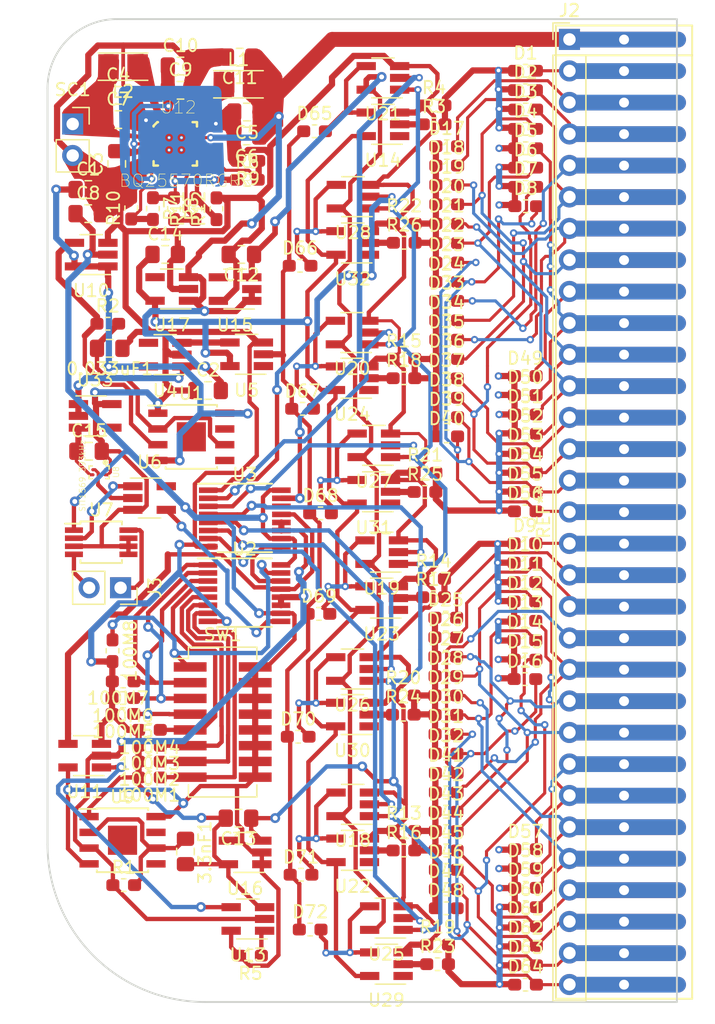
<source format=kicad_pcb>
(kicad_pcb (version 20171130) (host pcbnew 5.0.2-bee76a0~70~ubuntu18.04.1)

  (general
    (thickness 1.6)
    (drawings 6)
    (tracks 1938)
    (zones 0)
    (modules 163)
    (nets 130)
  )

  (page A4)
  (layers
    (0 F.Cu signal)
    (31 B.Cu signal)
    (32 B.Adhes user)
    (33 F.Adhes user)
    (34 B.Paste user)
    (35 F.Paste user)
    (36 B.SilkS user)
    (37 F.SilkS user)
    (38 B.Mask user)
    (39 F.Mask user)
    (40 Dwgs.User user)
    (41 Cmts.User user)
    (42 Eco1.User user)
    (43 Eco2.User user)
    (44 Edge.Cuts user)
    (45 Margin user)
    (46 B.CrtYd user)
    (47 F.CrtYd user)
    (48 B.Fab user)
    (49 F.Fab user)
  )

  (setup
    (last_trace_width 0.25)
    (user_trace_width 0.3)
    (user_trace_width 0.35)
    (user_trace_width 0.4)
    (user_trace_width 0.45)
    (user_trace_width 0.5)
    (user_trace_width 0.55)
    (user_trace_width 1)
    (user_trace_width 1.2)
    (trace_clearance 0.16)
    (zone_clearance 0.1)
    (zone_45_only no)
    (trace_min 0.2)
    (segment_width 0.2)
    (edge_width 0.15)
    (via_size 0.8)
    (via_drill 0.4)
    (via_min_size 0.4)
    (via_min_drill 0.3)
    (user_via 0.6 0.3)
    (uvia_size 0.3)
    (uvia_drill 0.1)
    (uvias_allowed no)
    (uvia_min_size 0.2)
    (uvia_min_drill 0.1)
    (pcb_text_width 0.3)
    (pcb_text_size 1.5 1.5)
    (mod_edge_width 0.15)
    (mod_text_size 1 1)
    (mod_text_width 0.15)
    (pad_size 0.85 0.3)
    (pad_drill 0)
    (pad_to_mask_clearance 0.051)
    (solder_mask_min_width 0.25)
    (aux_axis_origin 0 0)
    (visible_elements FFFFFF7F)
    (pcbplotparams
      (layerselection 0x010fc_ffffffff)
      (usegerberextensions false)
      (usegerberattributes false)
      (usegerberadvancedattributes false)
      (creategerberjobfile false)
      (excludeedgelayer true)
      (linewidth 0.100000)
      (plotframeref false)
      (viasonmask false)
      (mode 1)
      (useauxorigin false)
      (hpglpennumber 1)
      (hpglpenspeed 20)
      (hpglpendiameter 15.000000)
      (psnegative false)
      (psa4output false)
      (plotreference true)
      (plotvalue true)
      (plotinvisibletext false)
      (padsonsilk false)
      (subtractmaskfromsilk false)
      (outputformat 1)
      (mirror false)
      (drillshape 1)
      (scaleselection 1)
      (outputdirectory ""))
  )

  (net 0 "")
  (net 1 e_7)
  (net 2 e_6)
  (net 3 e_5)
  (net 4 e_4)
  (net 5 e_3)
  (net 6 e_2)
  (net 7 e_1)
  (net 8 e_0)
  (net 9 p_1)
  (net 10 p_2)
  (net 11 p_3)
  (net 12 p_4)
  (net 13 p_5)
  (net 14 p_6)
  (net 15 p_7)
  (net 16 p_8)
  (net 17 p_9)
  (net 18 p_10)
  (net 19 p_11)
  (net 20 p_12)
  (net 21 p_13)
  (net 22 p_14)
  (net 23 p_15)
  (net 24 p_17)
  (net 25 p_18)
  (net 26 p_19)
  (net 27 p_20)
  (net 28 p_21)
  (net 29 p_22)
  (net 30 p_23)
  (net 31 p_24)
  (net 32 p_25)
  (net 33 p_26)
  (net 34 p_27)
  (net 35 p_28)
  (net 36 p_29)
  (net 37 p_30)
  (net 38 p_31)
  (net 39 GND)
  (net 40 "Net-(D65-Pad1)")
  (net 41 out_0)
  (net 42 out_1)
  (net 43 out_2)
  (net 44 out_3)
  (net 45 out_4)
  (net 46 out_5)
  (net 47 out_6)
  (net 48 out_7)
  (net 49 "Net-(J3-Pad1)")
  (net 50 "Net-(J3-Pad2)")
  (net 51 "Net-(R2-Pad1)")
  (net 52 "Net-(R3-Pad1)")
  (net 53 "Net-(R5-Pad1)")
  (net 54 "Net-(R17-Pad1)")
  (net 55 "Net-(U2-Pad14)")
  (net 56 "Net-(U2-Pad9)")
  (net 57 "Net-(U3-Pad14)")
  (net 58 "Net-(U6-Pad2)")
  (net 59 "Net-(U9-Pad5)")
  (net 60 "Net-(U9-Pad7)")
  (net 61 "Net-(U11-Pad4)")
  (net 62 "Net-(U11-Pad1)")
  (net 63 2.8v)
  (net 64 "Net-(U14-Pad1)")
  (net 65 "Net-(U22-Pad1)")
  (net 66 "Net-(0.033uF1-Pad2)")
  (net 67 "Net-(3.3nF1-Pad1)")
  (net 68 "Net-(C1-Pad1)")
  (net 69 "Net-(C3-Pad2)")
  (net 70 "Net-(C4-Pad1)")
  (net 71 2.2v)
  (net 72 VSTOR)
  (net 73 s_pow_2)
  (net 74 s_pow_1)
  (net 75 0.8v)
  (net 76 "Net-(L1-Pad1)")
  (net 77 "Net-(R1-Pad1)")
  (net 78 VOUT_SET)
  (net 79 "Net-(R6-Pad1)")
  (net 80 VBAT_OK)
  (net 81 OK_HYS)
  (net 82 OK_PROG)
  (net 83 "Net-(R16-Pad1)")
  (net 84 "Net-(R18-Pad1)")
  (net 85 "Net-(R23-Pad1)")
  (net 86 "Net-(R24-Pad1)")
  (net 87 "Net-(R25-Pad1)")
  (net 88 "Net-(R26-Pad1)")
  (net 89 "Net-(U1-Pad5)")
  (net 90 r_1)
  (net 91 r_2)
  (net 92 r_3)
  (net 93 r_4)
  (net 94 r_5)
  (net 95 r_6)
  (net 96 r_7)
  (net 97 r_0)
  (net 98 "Net-(U4-Pad4)")
  (net 99 "Net-(U4-Pad3)")
  (net 100 "Net-(U5-Pad1)")
  (net 101 "Net-(U6-Pad1)")
  (net 102 "Net-(U15-Pad4)")
  (net 103 "Net-(U16-Pad4)")
  (net 104 "Net-(U17-Pad4)")
  (net 105 "Net-(U23-Pad1)")
  (net 106 "Net-(U24-Pad1)")
  (net 107 "Net-(U29-Pad1)")
  (net 108 "Net-(U30-Pad1)")
  (net 109 "Net-(U31-Pad1)")
  (net 110 "Net-(U32-Pad1)")
  (net 111 "Net-(U1-Pad7)")
  (net 112 "Net-(U12-Pad18)")
  (net 113 "Net-(U12-Pad21)")
  (net 114 "Net-(U12-Pad22)")
  (net 115 "Net-(U12-Pad23)")
  (net 116 "Net-(U12-Pad24)")
  (net 117 "Net-(U12-Pad25)")
  (net 118 "Net-(100M1-Pad1)")
  (net 119 "Net-(100M2-Pad1)")
  (net 120 "Net-(100M3-Pad1)")
  (net 121 "Net-(100M4-Pad1)")
  (net 122 "Net-(100M5-Pad1)")
  (net 123 "Net-(100M6-Pad1)")
  (net 124 "Net-(100M7-Pad1)")
  (net 125 "Net-(100M8-Pad1)")
  (net 126 2v)
  (net 127 "Net-(U33-Pad4)")
  (net 128 VOUT_OV)
  (net 129 "Net-(L2-Pad1)")

  (net_class Default "This is the default net class."
    (clearance 0.16)
    (trace_width 0.25)
    (via_dia 0.8)
    (via_drill 0.4)
    (uvia_dia 0.3)
    (uvia_drill 0.1)
    (add_net 0.8v)
    (add_net 2.2v)
    (add_net 2.8v)
    (add_net 2v)
    (add_net GND)
    (add_net "Net-(0.033uF1-Pad2)")
    (add_net "Net-(100M1-Pad1)")
    (add_net "Net-(100M2-Pad1)")
    (add_net "Net-(100M3-Pad1)")
    (add_net "Net-(100M4-Pad1)")
    (add_net "Net-(100M5-Pad1)")
    (add_net "Net-(100M6-Pad1)")
    (add_net "Net-(100M7-Pad1)")
    (add_net "Net-(100M8-Pad1)")
    (add_net "Net-(3.3nF1-Pad1)")
    (add_net "Net-(C1-Pad1)")
    (add_net "Net-(C3-Pad2)")
    (add_net "Net-(C4-Pad1)")
    (add_net "Net-(D65-Pad1)")
    (add_net "Net-(J3-Pad1)")
    (add_net "Net-(J3-Pad2)")
    (add_net "Net-(L1-Pad1)")
    (add_net "Net-(L2-Pad1)")
    (add_net "Net-(R1-Pad1)")
    (add_net "Net-(R16-Pad1)")
    (add_net "Net-(R17-Pad1)")
    (add_net "Net-(R18-Pad1)")
    (add_net "Net-(R2-Pad1)")
    (add_net "Net-(R23-Pad1)")
    (add_net "Net-(R24-Pad1)")
    (add_net "Net-(R25-Pad1)")
    (add_net "Net-(R26-Pad1)")
    (add_net "Net-(R3-Pad1)")
    (add_net "Net-(R5-Pad1)")
    (add_net "Net-(R6-Pad1)")
    (add_net "Net-(U1-Pad5)")
    (add_net "Net-(U1-Pad7)")
    (add_net "Net-(U11-Pad1)")
    (add_net "Net-(U11-Pad4)")
    (add_net "Net-(U12-Pad18)")
    (add_net "Net-(U12-Pad21)")
    (add_net "Net-(U12-Pad22)")
    (add_net "Net-(U12-Pad23)")
    (add_net "Net-(U12-Pad24)")
    (add_net "Net-(U12-Pad25)")
    (add_net "Net-(U14-Pad1)")
    (add_net "Net-(U15-Pad4)")
    (add_net "Net-(U16-Pad4)")
    (add_net "Net-(U17-Pad4)")
    (add_net "Net-(U2-Pad14)")
    (add_net "Net-(U2-Pad9)")
    (add_net "Net-(U22-Pad1)")
    (add_net "Net-(U23-Pad1)")
    (add_net "Net-(U24-Pad1)")
    (add_net "Net-(U29-Pad1)")
    (add_net "Net-(U3-Pad14)")
    (add_net "Net-(U30-Pad1)")
    (add_net "Net-(U31-Pad1)")
    (add_net "Net-(U32-Pad1)")
    (add_net "Net-(U33-Pad4)")
    (add_net "Net-(U4-Pad3)")
    (add_net "Net-(U4-Pad4)")
    (add_net "Net-(U5-Pad1)")
    (add_net "Net-(U6-Pad1)")
    (add_net "Net-(U6-Pad2)")
    (add_net "Net-(U9-Pad5)")
    (add_net "Net-(U9-Pad7)")
    (add_net OK_HYS)
    (add_net OK_PROG)
    (add_net VBAT_OK)
    (add_net VOUT_OV)
    (add_net VOUT_SET)
    (add_net VSTOR)
    (add_net e_0)
    (add_net e_1)
    (add_net e_2)
    (add_net e_3)
    (add_net e_4)
    (add_net e_5)
    (add_net e_6)
    (add_net e_7)
    (add_net out_0)
    (add_net out_1)
    (add_net out_2)
    (add_net out_3)
    (add_net out_4)
    (add_net out_5)
    (add_net out_6)
    (add_net out_7)
    (add_net p_1)
    (add_net p_10)
    (add_net p_11)
    (add_net p_12)
    (add_net p_13)
    (add_net p_14)
    (add_net p_15)
    (add_net p_17)
    (add_net p_18)
    (add_net p_19)
    (add_net p_2)
    (add_net p_20)
    (add_net p_21)
    (add_net p_22)
    (add_net p_23)
    (add_net p_24)
    (add_net p_25)
    (add_net p_26)
    (add_net p_27)
    (add_net p_28)
    (add_net p_29)
    (add_net p_3)
    (add_net p_30)
    (add_net p_31)
    (add_net p_4)
    (add_net p_5)
    (add_net p_6)
    (add_net p_7)
    (add_net p_8)
    (add_net p_9)
    (add_net r_0)
    (add_net r_1)
    (add_net r_2)
    (add_net r_3)
    (add_net r_4)
    (add_net r_5)
    (add_net r_6)
    (add_net r_7)
    (add_net s_pow_1)
    (add_net s_pow_2)
  )

  (module Package_SO:TSSOP-16_4.4x5mm_P0.65mm (layer F.Cu) (tedit 5A02F25C) (tstamp 5C80B92B)
    (at 248.0818 82.931)
    (descr "16-Lead Plastic Thin Shrink Small Outline (ST)-4.4 mm Body [TSSOP] (see Microchip Packaging Specification 00000049BS.pdf)")
    (tags "SSOP 0.65")
    (path /5C62CAE3)
    (attr smd)
    (fp_text reference U3 (at 0 -3.55) (layer F.SilkS)
      (effects (font (size 1 1) (thickness 0.15)))
    )
    (fp_text value 74HC597 (at 0 3.55) (layer F.Fab)
      (effects (font (size 1 1) (thickness 0.15)))
    )
    (fp_text user %R (at 0 0) (layer F.Fab)
      (effects (font (size 0.8 0.8) (thickness 0.15)))
    )
    (fp_line (start -3.775 -2.8) (end 2.2 -2.8) (layer F.SilkS) (width 0.15))
    (fp_line (start -2.2 2.725) (end 2.2 2.725) (layer F.SilkS) (width 0.15))
    (fp_line (start -3.95 2.8) (end 3.95 2.8) (layer F.CrtYd) (width 0.05))
    (fp_line (start -3.95 -2.9) (end 3.95 -2.9) (layer F.CrtYd) (width 0.05))
    (fp_line (start 3.95 -2.9) (end 3.95 2.8) (layer F.CrtYd) (width 0.05))
    (fp_line (start -3.95 -2.9) (end -3.95 2.8) (layer F.CrtYd) (width 0.05))
    (fp_line (start -2.2 -1.5) (end -1.2 -2.5) (layer F.Fab) (width 0.15))
    (fp_line (start -2.2 2.5) (end -2.2 -1.5) (layer F.Fab) (width 0.15))
    (fp_line (start 2.2 2.5) (end -2.2 2.5) (layer F.Fab) (width 0.15))
    (fp_line (start 2.2 -2.5) (end 2.2 2.5) (layer F.Fab) (width 0.15))
    (fp_line (start -1.2 -2.5) (end 2.2 -2.5) (layer F.Fab) (width 0.15))
    (pad 16 smd rect (at 2.95 -2.275) (size 1.5 0.45) (layers F.Cu F.Paste F.Mask)
      (net 71 2.2v))
    (pad 15 smd rect (at 2.95 -1.625) (size 1.5 0.45) (layers F.Cu F.Paste F.Mask)
      (net 97 r_0))
    (pad 14 smd rect (at 2.95 -0.975) (size 1.5 0.45) (layers F.Cu F.Paste F.Mask)
      (net 57 "Net-(U3-Pad14)"))
    (pad 13 smd rect (at 2.95 -0.325) (size 1.5 0.45) (layers F.Cu F.Paste F.Mask)
      (net 61 "Net-(U11-Pad4)"))
    (pad 12 smd rect (at 2.95 0.325) (size 1.5 0.45) (layers F.Cu F.Paste F.Mask)
      (net 77 "Net-(R1-Pad1)"))
    (pad 11 smd rect (at 2.95 0.975) (size 1.5 0.45) (layers F.Cu F.Paste F.Mask)
      (net 77 "Net-(R1-Pad1)"))
    (pad 10 smd rect (at 2.95 1.625) (size 1.5 0.45) (layers F.Cu F.Paste F.Mask)
      (net 71 2.2v))
    (pad 9 smd rect (at 2.95 2.275) (size 1.5 0.45) (layers F.Cu F.Paste F.Mask)
      (net 55 "Net-(U2-Pad14)"))
    (pad 8 smd rect (at -2.95 2.275) (size 1.5 0.45) (layers F.Cu F.Paste F.Mask)
      (net 39 GND))
    (pad 7 smd rect (at -2.95 1.625) (size 1.5 0.45) (layers F.Cu F.Paste F.Mask)
      (net 96 r_7))
    (pad 6 smd rect (at -2.95 0.975) (size 1.5 0.45) (layers F.Cu F.Paste F.Mask)
      (net 95 r_6))
    (pad 5 smd rect (at -2.95 0.325) (size 1.5 0.45) (layers F.Cu F.Paste F.Mask)
      (net 94 r_5))
    (pad 4 smd rect (at -2.95 -0.325) (size 1.5 0.45) (layers F.Cu F.Paste F.Mask)
      (net 93 r_4))
    (pad 3 smd rect (at -2.95 -0.975) (size 1.5 0.45) (layers F.Cu F.Paste F.Mask)
      (net 92 r_3))
    (pad 2 smd rect (at -2.95 -1.625) (size 1.5 0.45) (layers F.Cu F.Paste F.Mask)
      (net 91 r_2))
    (pad 1 smd rect (at -2.95 -2.275) (size 1.5 0.45) (layers F.Cu F.Paste F.Mask)
      (net 90 r_1))
    (model ${KISYS3DMOD}/Package_SO.3dshapes/TSSOP-16_4.4x5mm_P0.65mm.wrl
      (at (xyz 0 0 0))
      (scale (xyz 1 1 1))
      (rotate (xyz 0 0 0))
    )
  )

  (module Package_TO_SOT_SMD:SOT-23-5_HandSoldering (layer F.Cu) (tedit 5A0AB76C) (tstamp 5C80BBBF)
    (at 256.7902 60.7212 180)
    (descr "5-pin SOT23 package")
    (tags "SOT-23-5 hand-soldering")
    (path /5E941BB1)
    (attr smd)
    (fp_text reference U32 (at 0 -2.9 180) (layer F.SilkS)
      (effects (font (size 1 1) (thickness 0.15)))
    )
    (fp_text value SN74AUP1G17DBVR (at 0 2.9 180) (layer F.Fab)
      (effects (font (size 1 1) (thickness 0.15)))
    )
    (fp_text user %R (at 0 0 270) (layer F.Fab)
      (effects (font (size 0.5 0.5) (thickness 0.075)))
    )
    (fp_line (start -0.9 1.61) (end 0.9 1.61) (layer F.SilkS) (width 0.12))
    (fp_line (start 0.9 -1.61) (end -1.55 -1.61) (layer F.SilkS) (width 0.12))
    (fp_line (start -0.9 -0.9) (end -0.25 -1.55) (layer F.Fab) (width 0.1))
    (fp_line (start 0.9 -1.55) (end -0.25 -1.55) (layer F.Fab) (width 0.1))
    (fp_line (start -0.9 -0.9) (end -0.9 1.55) (layer F.Fab) (width 0.1))
    (fp_line (start 0.9 1.55) (end -0.9 1.55) (layer F.Fab) (width 0.1))
    (fp_line (start 0.9 -1.55) (end 0.9 1.55) (layer F.Fab) (width 0.1))
    (fp_line (start -2.38 -1.8) (end 2.38 -1.8) (layer F.CrtYd) (width 0.05))
    (fp_line (start -2.38 -1.8) (end -2.38 1.8) (layer F.CrtYd) (width 0.05))
    (fp_line (start 2.38 1.8) (end 2.38 -1.8) (layer F.CrtYd) (width 0.05))
    (fp_line (start 2.38 1.8) (end -2.38 1.8) (layer F.CrtYd) (width 0.05))
    (pad 1 smd rect (at -1.35 -0.95 180) (size 1.56 0.65) (layers F.Cu F.Paste F.Mask)
      (net 110 "Net-(U32-Pad1)"))
    (pad 2 smd rect (at -1.35 0 180) (size 1.56 0.65) (layers F.Cu F.Paste F.Mask)
      (net 88 "Net-(R26-Pad1)"))
    (pad 3 smd rect (at -1.35 0.95 180) (size 1.56 0.65) (layers F.Cu F.Paste F.Mask)
      (net 39 GND))
    (pad 4 smd rect (at 1.35 0.95 180) (size 1.56 0.65) (layers F.Cu F.Paste F.Mask)
      (net 42 out_1))
    (pad 5 smd rect (at 1.35 -0.95 180) (size 1.56 0.65) (layers F.Cu F.Paste F.Mask)
      (net 75 0.8v))
    (model ${KISYS3DMOD}/Package_TO_SOT_SMD.3dshapes/SOT-23-5.wrl
      (at (xyz 0 0 0))
      (scale (xyz 1 1 1))
      (rotate (xyz 0 0 0))
    )
  )

  (module Connector_PinHeader_2.54mm:PinHeader_1x31_P2.54mm_Vertical (layer F.Cu) (tedit 59FED5CC) (tstamp 5C80B69B)
    (at 274.2819 44.3103)
    (descr "Through hole straight pin header, 1x31, 2.54mm pitch, single row")
    (tags "Through hole pin header THT 1x31 2.54mm single row")
    (path /5C5AC3D0)
    (fp_text reference J2 (at 0 -2.33) (layer F.SilkS)
      (effects (font (size 1 1) (thickness 0.15)))
    )
    (fp_text value Conn_01x31 (at 0 78.53) (layer F.Fab)
      (effects (font (size 1 1) (thickness 0.15)))
    )
    (fp_line (start -0.635 -1.27) (end 1.27 -1.27) (layer F.Fab) (width 0.1))
    (fp_line (start 1.27 -1.27) (end 1.27 77.47) (layer F.Fab) (width 0.1))
    (fp_line (start 1.27 77.47) (end -1.27 77.47) (layer F.Fab) (width 0.1))
    (fp_line (start -1.27 77.47) (end -1.27 -0.635) (layer F.Fab) (width 0.1))
    (fp_line (start -1.27 -0.635) (end -0.635 -1.27) (layer F.Fab) (width 0.1))
    (fp_line (start -1.33 77.53) (end 1.33 77.53) (layer F.SilkS) (width 0.12))
    (fp_line (start -1.33 1.27) (end -1.33 77.53) (layer F.SilkS) (width 0.12))
    (fp_line (start 1.33 1.27) (end 1.33 77.53) (layer F.SilkS) (width 0.12))
    (fp_line (start -1.33 1.27) (end 1.33 1.27) (layer F.SilkS) (width 0.12))
    (fp_line (start -1.33 0) (end -1.33 -1.33) (layer F.SilkS) (width 0.12))
    (fp_line (start -1.33 -1.33) (end 0 -1.33) (layer F.SilkS) (width 0.12))
    (fp_line (start -1.8 -1.8) (end -1.8 78) (layer F.CrtYd) (width 0.05))
    (fp_line (start -1.8 78) (end 1.8 78) (layer F.CrtYd) (width 0.05))
    (fp_line (start 1.8 78) (end 1.8 -1.8) (layer F.CrtYd) (width 0.05))
    (fp_line (start 1.8 -1.8) (end -1.8 -1.8) (layer F.CrtYd) (width 0.05))
    (fp_text user %R (at 0 38.1 90) (layer F.Fab)
      (effects (font (size 1 1) (thickness 0.15)))
    )
    (pad 1 thru_hole rect (at 0 0) (size 1.7 1.7) (drill 1) (layers *.Cu *.Mask)
      (net 63 2.8v))
    (pad 2 thru_hole oval (at 0 2.54) (size 1.7 1.7) (drill 1) (layers *.Cu *.Mask)
      (net 9 p_1))
    (pad 3 thru_hole oval (at 0 5.08) (size 1.7 1.7) (drill 1) (layers *.Cu *.Mask)
      (net 10 p_2))
    (pad 4 thru_hole oval (at 0 7.62) (size 1.7 1.7) (drill 1) (layers *.Cu *.Mask)
      (net 11 p_3))
    (pad 5 thru_hole oval (at 0 10.16) (size 1.7 1.7) (drill 1) (layers *.Cu *.Mask)
      (net 12 p_4))
    (pad 6 thru_hole oval (at 0 12.7) (size 1.7 1.7) (drill 1) (layers *.Cu *.Mask)
      (net 13 p_5))
    (pad 7 thru_hole oval (at 0 15.24) (size 1.7 1.7) (drill 1) (layers *.Cu *.Mask)
      (net 14 p_6))
    (pad 8 thru_hole oval (at 0 17.78) (size 1.7 1.7) (drill 1) (layers *.Cu *.Mask)
      (net 15 p_7))
    (pad 9 thru_hole oval (at 0 20.32) (size 1.7 1.7) (drill 1) (layers *.Cu *.Mask)
      (net 16 p_8))
    (pad 10 thru_hole oval (at 0 22.86) (size 1.7 1.7) (drill 1) (layers *.Cu *.Mask)
      (net 17 p_9))
    (pad 11 thru_hole oval (at 0 25.4) (size 1.7 1.7) (drill 1) (layers *.Cu *.Mask)
      (net 18 p_10))
    (pad 12 thru_hole oval (at 0 27.94) (size 1.7 1.7) (drill 1) (layers *.Cu *.Mask)
      (net 19 p_11))
    (pad 13 thru_hole oval (at 0 30.48) (size 1.7 1.7) (drill 1) (layers *.Cu *.Mask)
      (net 20 p_12))
    (pad 14 thru_hole oval (at 0 33.02) (size 1.7 1.7) (drill 1) (layers *.Cu *.Mask)
      (net 21 p_13))
    (pad 15 thru_hole oval (at 0 35.56) (size 1.7 1.7) (drill 1) (layers *.Cu *.Mask)
      (net 22 p_14))
    (pad 16 thru_hole oval (at 0 38.1) (size 1.7 1.7) (drill 1) (layers *.Cu *.Mask)
      (net 23 p_15))
    (pad 17 thru_hole oval (at 0 40.64) (size 1.7 1.7) (drill 1) (layers *.Cu *.Mask)
      (net 24 p_17))
    (pad 18 thru_hole oval (at 0 43.18) (size 1.7 1.7) (drill 1) (layers *.Cu *.Mask)
      (net 25 p_18))
    (pad 19 thru_hole oval (at 0 45.72) (size 1.7 1.7) (drill 1) (layers *.Cu *.Mask)
      (net 26 p_19))
    (pad 20 thru_hole oval (at 0 48.26) (size 1.7 1.7) (drill 1) (layers *.Cu *.Mask)
      (net 27 p_20))
    (pad 21 thru_hole oval (at 0 50.8) (size 1.7 1.7) (drill 1) (layers *.Cu *.Mask)
      (net 28 p_21))
    (pad 22 thru_hole oval (at 0 53.34) (size 1.7 1.7) (drill 1) (layers *.Cu *.Mask)
      (net 29 p_22))
    (pad 23 thru_hole oval (at 0 55.88) (size 1.7 1.7) (drill 1) (layers *.Cu *.Mask)
      (net 30 p_23))
    (pad 24 thru_hole oval (at 0 58.42) (size 1.7 1.7) (drill 1) (layers *.Cu *.Mask)
      (net 31 p_24))
    (pad 25 thru_hole oval (at 0 60.96) (size 1.7 1.7) (drill 1) (layers *.Cu *.Mask)
      (net 32 p_25))
    (pad 26 thru_hole oval (at 0 63.5) (size 1.7 1.7) (drill 1) (layers *.Cu *.Mask)
      (net 33 p_26))
    (pad 27 thru_hole oval (at 0 66.04) (size 1.7 1.7) (drill 1) (layers *.Cu *.Mask)
      (net 34 p_27))
    (pad 28 thru_hole oval (at 0 68.58) (size 1.7 1.7) (drill 1) (layers *.Cu *.Mask)
      (net 35 p_28))
    (pad 29 thru_hole oval (at 0 71.12) (size 1.7 1.7) (drill 1) (layers *.Cu *.Mask)
      (net 36 p_29))
    (pad 30 thru_hole oval (at 0 73.66) (size 1.7 1.7) (drill 1) (layers *.Cu *.Mask)
      (net 37 p_30))
    (pad 31 thru_hole oval (at 0 76.2) (size 1.7 1.7) (drill 1) (layers *.Cu *.Mask)
      (net 38 p_31))
    (model ${KISYS3DMOD}/Connector_PinHeader_2.54mm.3dshapes/PinHeader_1x31_P2.54mm_Vertical.wrl
      (at (xyz 0 0 0))
      (scale (xyz 1 1 1))
      (rotate (xyz 0 0 0))
    )
  )

  (module Capacitor_SMD:C_0805_2012Metric_Pad1.15x1.40mm_HandSolder (layer F.Cu) (tedit 5B36C52B) (tstamp 5C80B084)
    (at 237.1762 69.215 180)
    (descr "Capacitor SMD 0805 (2012 Metric), square (rectangular) end terminal, IPC_7351 nominal with elongated pad for handsoldering. (Body size source: https://docs.google.com/spreadsheets/d/1BsfQQcO9C6DZCsRaXUlFlo91Tg2WpOkGARC1WS5S8t0/edit?usp=sharing), generated with kicad-footprint-generator")
    (tags "capacitor handsolder")
    (path /68315F59)
    (attr smd)
    (fp_text reference 0.033uF1 (at 0 -1.65 180) (layer F.SilkS)
      (effects (font (size 1 1) (thickness 0.15)))
    )
    (fp_text value C (at 0 1.65 180) (layer F.Fab)
      (effects (font (size 1 1) (thickness 0.15)))
    )
    (fp_line (start -1 0.6) (end -1 -0.6) (layer F.Fab) (width 0.1))
    (fp_line (start -1 -0.6) (end 1 -0.6) (layer F.Fab) (width 0.1))
    (fp_line (start 1 -0.6) (end 1 0.6) (layer F.Fab) (width 0.1))
    (fp_line (start 1 0.6) (end -1 0.6) (layer F.Fab) (width 0.1))
    (fp_line (start -0.261252 -0.71) (end 0.261252 -0.71) (layer F.SilkS) (width 0.12))
    (fp_line (start -0.261252 0.71) (end 0.261252 0.71) (layer F.SilkS) (width 0.12))
    (fp_line (start -1.85 0.95) (end -1.85 -0.95) (layer F.CrtYd) (width 0.05))
    (fp_line (start -1.85 -0.95) (end 1.85 -0.95) (layer F.CrtYd) (width 0.05))
    (fp_line (start 1.85 -0.95) (end 1.85 0.95) (layer F.CrtYd) (width 0.05))
    (fp_line (start 1.85 0.95) (end -1.85 0.95) (layer F.CrtYd) (width 0.05))
    (fp_text user %R (at 0 0 180) (layer F.Fab)
      (effects (font (size 0.5 0.5) (thickness 0.08)))
    )
    (pad 1 smd roundrect (at -1.025 0 180) (size 1.15 1.4) (layers F.Cu F.Paste F.Mask) (roundrect_rratio 0.217391)
      (net 39 GND))
    (pad 2 smd roundrect (at 1.025 0 180) (size 1.15 1.4) (layers F.Cu F.Paste F.Mask) (roundrect_rratio 0.217391)
      (net 66 "Net-(0.033uF1-Pad2)"))
    (model ${KISYS3DMOD}/Capacitor_SMD.3dshapes/C_0805_2012Metric.wrl
      (at (xyz 0 0 0))
      (scale (xyz 1 1 1))
      (rotate (xyz 0 0 0))
    )
  )

  (module Capacitor_SMD:C_0805_2012Metric_Pad1.15x1.40mm_HandSolder (layer F.Cu) (tedit 5B36C52B) (tstamp 5C80B095)
    (at 243.29136 109.78504 270)
    (descr "Capacitor SMD 0805 (2012 Metric), square (rectangular) end terminal, IPC_7351 nominal with elongated pad for handsoldering. (Body size source: https://docs.google.com/spreadsheets/d/1BsfQQcO9C6DZCsRaXUlFlo91Tg2WpOkGARC1WS5S8t0/edit?usp=sharing), generated with kicad-footprint-generator")
    (tags "capacitor handsolder")
    (path /6B380B37)
    (attr smd)
    (fp_text reference 3.3nF1 (at 0.06488 -1.56718 270) (layer F.SilkS)
      (effects (font (size 1 1) (thickness 0.15)))
    )
    (fp_text value C (at 0 1.65 270) (layer F.Fab)
      (effects (font (size 1 1) (thickness 0.15)))
    )
    (fp_text user %R (at 0 0 270) (layer F.Fab)
      (effects (font (size 0.5 0.5) (thickness 0.08)))
    )
    (fp_line (start 1.85 0.95) (end -1.85 0.95) (layer F.CrtYd) (width 0.05))
    (fp_line (start 1.85 -0.95) (end 1.85 0.95) (layer F.CrtYd) (width 0.05))
    (fp_line (start -1.85 -0.95) (end 1.85 -0.95) (layer F.CrtYd) (width 0.05))
    (fp_line (start -1.85 0.95) (end -1.85 -0.95) (layer F.CrtYd) (width 0.05))
    (fp_line (start -0.261252 0.71) (end 0.261252 0.71) (layer F.SilkS) (width 0.12))
    (fp_line (start -0.261252 -0.71) (end 0.261252 -0.71) (layer F.SilkS) (width 0.12))
    (fp_line (start 1 0.6) (end -1 0.6) (layer F.Fab) (width 0.1))
    (fp_line (start 1 -0.6) (end 1 0.6) (layer F.Fab) (width 0.1))
    (fp_line (start -1 -0.6) (end 1 -0.6) (layer F.Fab) (width 0.1))
    (fp_line (start -1 0.6) (end -1 -0.6) (layer F.Fab) (width 0.1))
    (pad 2 smd roundrect (at 1.025 0 270) (size 1.15 1.4) (layers F.Cu F.Paste F.Mask) (roundrect_rratio 0.217391)
      (net 39 GND))
    (pad 1 smd roundrect (at -1.025 0 270) (size 1.15 1.4) (layers F.Cu F.Paste F.Mask) (roundrect_rratio 0.217391)
      (net 67 "Net-(3.3nF1-Pad1)"))
    (model ${KISYS3DMOD}/Capacitor_SMD.3dshapes/C_0805_2012Metric.wrl
      (at (xyz 0 0 0))
      (scale (xyz 1 1 1))
      (rotate (xyz 0 0 0))
    )
  )

  (module Capacitor_SMD:C_0805_2012Metric_Pad1.15x1.40mm_HandSolder (layer F.Cu) (tedit 5B36C52B) (tstamp 5C80B0A6)
    (at 235.449 56.4134)
    (descr "Capacitor SMD 0805 (2012 Metric), square (rectangular) end terminal, IPC_7351 nominal with elongated pad for handsoldering. (Body size source: https://docs.google.com/spreadsheets/d/1BsfQQcO9C6DZCsRaXUlFlo91Tg2WpOkGARC1WS5S8t0/edit?usp=sharing), generated with kicad-footprint-generator")
    (tags "capacitor handsolder")
    (path /64FB0D52)
    (attr smd)
    (fp_text reference C1 (at 0 -1.65) (layer F.SilkS)
      (effects (font (size 1 1) (thickness 0.15)))
    )
    (fp_text value 0.47uF (at 0 1.65) (layer F.Fab)
      (effects (font (size 1 1) (thickness 0.15)))
    )
    (fp_line (start -1 0.6) (end -1 -0.6) (layer F.Fab) (width 0.1))
    (fp_line (start -1 -0.6) (end 1 -0.6) (layer F.Fab) (width 0.1))
    (fp_line (start 1 -0.6) (end 1 0.6) (layer F.Fab) (width 0.1))
    (fp_line (start 1 0.6) (end -1 0.6) (layer F.Fab) (width 0.1))
    (fp_line (start -0.261252 -0.71) (end 0.261252 -0.71) (layer F.SilkS) (width 0.12))
    (fp_line (start -0.261252 0.71) (end 0.261252 0.71) (layer F.SilkS) (width 0.12))
    (fp_line (start -1.85 0.95) (end -1.85 -0.95) (layer F.CrtYd) (width 0.05))
    (fp_line (start -1.85 -0.95) (end 1.85 -0.95) (layer F.CrtYd) (width 0.05))
    (fp_line (start 1.85 -0.95) (end 1.85 0.95) (layer F.CrtYd) (width 0.05))
    (fp_line (start 1.85 0.95) (end -1.85 0.95) (layer F.CrtYd) (width 0.05))
    (fp_text user %R (at 0 0) (layer F.Fab)
      (effects (font (size 0.5 0.5) (thickness 0.08)))
    )
    (pad 1 smd roundrect (at -1.025 0) (size 1.15 1.4) (layers F.Cu F.Paste F.Mask) (roundrect_rratio 0.217391)
      (net 68 "Net-(C1-Pad1)"))
    (pad 2 smd roundrect (at 1.025 0) (size 1.15 1.4) (layers F.Cu F.Paste F.Mask) (roundrect_rratio 0.217391)
      (net 39 GND))
    (model ${KISYS3DMOD}/Capacitor_SMD.3dshapes/C_0805_2012Metric.wrl
      (at (xyz 0 0 0))
      (scale (xyz 1 1 1))
      (rotate (xyz 0 0 0))
    )
  )

  (module Capacitor_SMD:C_0805_2012Metric_Pad1.15x1.40mm_HandSolder (layer F.Cu) (tedit 5B36C52B) (tstamp 5C80B0B7)
    (at 245.119 72.6186)
    (descr "Capacitor SMD 0805 (2012 Metric), square (rectangular) end terminal, IPC_7351 nominal with elongated pad for handsoldering. (Body size source: https://docs.google.com/spreadsheets/d/1BsfQQcO9C6DZCsRaXUlFlo91Tg2WpOkGARC1WS5S8t0/edit?usp=sharing), generated with kicad-footprint-generator")
    (tags "capacitor handsolder")
    (path /64FB0D47)
    (attr smd)
    (fp_text reference C2 (at 0 -1.65) (layer F.SilkS)
      (effects (font (size 1 1) (thickness 0.15)))
    )
    (fp_text value 0.47uF (at 0 1.65) (layer F.Fab)
      (effects (font (size 1 1) (thickness 0.15)))
    )
    (fp_text user %R (at 0 0) (layer F.Fab)
      (effects (font (size 0.5 0.5) (thickness 0.08)))
    )
    (fp_line (start 1.85 0.95) (end -1.85 0.95) (layer F.CrtYd) (width 0.05))
    (fp_line (start 1.85 -0.95) (end 1.85 0.95) (layer F.CrtYd) (width 0.05))
    (fp_line (start -1.85 -0.95) (end 1.85 -0.95) (layer F.CrtYd) (width 0.05))
    (fp_line (start -1.85 0.95) (end -1.85 -0.95) (layer F.CrtYd) (width 0.05))
    (fp_line (start -0.261252 0.71) (end 0.261252 0.71) (layer F.SilkS) (width 0.12))
    (fp_line (start -0.261252 -0.71) (end 0.261252 -0.71) (layer F.SilkS) (width 0.12))
    (fp_line (start 1 0.6) (end -1 0.6) (layer F.Fab) (width 0.1))
    (fp_line (start 1 -0.6) (end 1 0.6) (layer F.Fab) (width 0.1))
    (fp_line (start -1 -0.6) (end 1 -0.6) (layer F.Fab) (width 0.1))
    (fp_line (start -1 0.6) (end -1 -0.6) (layer F.Fab) (width 0.1))
    (pad 2 smd roundrect (at 1.025 0) (size 1.15 1.4) (layers F.Cu F.Paste F.Mask) (roundrect_rratio 0.217391)
      (net 63 2.8v))
    (pad 1 smd roundrect (at -1.025 0) (size 1.15 1.4) (layers F.Cu F.Paste F.Mask) (roundrect_rratio 0.217391)
      (net 39 GND))
    (model ${KISYS3DMOD}/Capacitor_SMD.3dshapes/C_0805_2012Metric.wrl
      (at (xyz 0 0 0))
      (scale (xyz 1 1 1))
      (rotate (xyz 0 0 0))
    )
  )

  (module Capacitor_SMD:C_0805_2012Metric_Pad1.15x1.40mm_HandSolder (layer F.Cu) (tedit 5B36C52B) (tstamp 5C80B0C8)
    (at 237.744 54.347 90)
    (descr "Capacitor SMD 0805 (2012 Metric), square (rectangular) end terminal, IPC_7351 nominal with elongated pad for handsoldering. (Body size source: https://docs.google.com/spreadsheets/d/1BsfQQcO9C6DZCsRaXUlFlo91Tg2WpOkGARC1WS5S8t0/edit?usp=sharing), generated with kicad-footprint-generator")
    (tags "capacitor handsolder")
    (path /617416ED)
    (attr smd)
    (fp_text reference C3 (at 0 -1.65 90) (layer F.SilkS)
      (effects (font (size 1 1) (thickness 0.15)))
    )
    (fp_text value 10nF (at 0 1.65 90) (layer F.Fab)
      (effects (font (size 1 1) (thickness 0.15)))
    )
    (fp_text user %R (at 0 0 90) (layer F.Fab)
      (effects (font (size 0.5 0.5) (thickness 0.08)))
    )
    (fp_line (start 1.85 0.95) (end -1.85 0.95) (layer F.CrtYd) (width 0.05))
    (fp_line (start 1.85 -0.95) (end 1.85 0.95) (layer F.CrtYd) (width 0.05))
    (fp_line (start -1.85 -0.95) (end 1.85 -0.95) (layer F.CrtYd) (width 0.05))
    (fp_line (start -1.85 0.95) (end -1.85 -0.95) (layer F.CrtYd) (width 0.05))
    (fp_line (start -0.261252 0.71) (end 0.261252 0.71) (layer F.SilkS) (width 0.12))
    (fp_line (start -0.261252 -0.71) (end 0.261252 -0.71) (layer F.SilkS) (width 0.12))
    (fp_line (start 1 0.6) (end -1 0.6) (layer F.Fab) (width 0.1))
    (fp_line (start 1 -0.6) (end 1 0.6) (layer F.Fab) (width 0.1))
    (fp_line (start -1 -0.6) (end 1 -0.6) (layer F.Fab) (width 0.1))
    (fp_line (start -1 0.6) (end -1 -0.6) (layer F.Fab) (width 0.1))
    (pad 2 smd roundrect (at 1.025 0 90) (size 1.15 1.4) (layers F.Cu F.Paste F.Mask) (roundrect_rratio 0.217391)
      (net 69 "Net-(C3-Pad2)"))
    (pad 1 smd roundrect (at -1.025 0 90) (size 1.15 1.4) (layers F.Cu F.Paste F.Mask) (roundrect_rratio 0.217391)
      (net 39 GND))
    (model ${KISYS3DMOD}/Capacitor_SMD.3dshapes/C_0805_2012Metric.wrl
      (at (xyz 0 0 0))
      (scale (xyz 1 1 1))
      (rotate (xyz 0 0 0))
    )
  )

  (module Capacitor_SMD:C_0805_2012Metric_Pad1.15x1.40mm_HandSolder (layer F.Cu) (tedit 5B36C52B) (tstamp 5C80B0D9)
    (at 237.862 48.8188)
    (descr "Capacitor SMD 0805 (2012 Metric), square (rectangular) end terminal, IPC_7351 nominal with elongated pad for handsoldering. (Body size source: https://docs.google.com/spreadsheets/d/1BsfQQcO9C6DZCsRaXUlFlo91Tg2WpOkGARC1WS5S8t0/edit?usp=sharing), generated with kicad-footprint-generator")
    (tags "capacitor handsolder")
    (path /60ACD17A)
    (attr smd)
    (fp_text reference C4 (at 0 -1.65) (layer F.SilkS)
      (effects (font (size 1 1) (thickness 0.15)))
    )
    (fp_text value 4.7uF (at 0 1.65) (layer F.Fab)
      (effects (font (size 1 1) (thickness 0.15)))
    )
    (fp_text user %R (at 0 0) (layer F.Fab)
      (effects (font (size 0.5 0.5) (thickness 0.08)))
    )
    (fp_line (start 1.85 0.95) (end -1.85 0.95) (layer F.CrtYd) (width 0.05))
    (fp_line (start 1.85 -0.95) (end 1.85 0.95) (layer F.CrtYd) (width 0.05))
    (fp_line (start -1.85 -0.95) (end 1.85 -0.95) (layer F.CrtYd) (width 0.05))
    (fp_line (start -1.85 0.95) (end -1.85 -0.95) (layer F.CrtYd) (width 0.05))
    (fp_line (start -0.261252 0.71) (end 0.261252 0.71) (layer F.SilkS) (width 0.12))
    (fp_line (start -0.261252 -0.71) (end 0.261252 -0.71) (layer F.SilkS) (width 0.12))
    (fp_line (start 1 0.6) (end -1 0.6) (layer F.Fab) (width 0.1))
    (fp_line (start 1 -0.6) (end 1 0.6) (layer F.Fab) (width 0.1))
    (fp_line (start -1 -0.6) (end 1 -0.6) (layer F.Fab) (width 0.1))
    (fp_line (start -1 0.6) (end -1 -0.6) (layer F.Fab) (width 0.1))
    (pad 2 smd roundrect (at 1.025 0) (size 1.15 1.4) (layers F.Cu F.Paste F.Mask) (roundrect_rratio 0.217391)
      (net 39 GND))
    (pad 1 smd roundrect (at -1.025 0) (size 1.15 1.4) (layers F.Cu F.Paste F.Mask) (roundrect_rratio 0.217391)
      (net 70 "Net-(C4-Pad1)"))
    (model ${KISYS3DMOD}/Capacitor_SMD.3dshapes/C_0805_2012Metric.wrl
      (at (xyz 0 0 0))
      (scale (xyz 1 1 1))
      (rotate (xyz 0 0 0))
    )
  )

  (module Capacitor_SMD:C_0805_2012Metric_Pad1.15x1.40mm_HandSolder (layer F.Cu) (tedit 5B36C52B) (tstamp 5C80B0EA)
    (at 248.2506 50.165 180)
    (descr "Capacitor SMD 0805 (2012 Metric), square (rectangular) end terminal, IPC_7351 nominal with elongated pad for handsoldering. (Body size source: https://docs.google.com/spreadsheets/d/1BsfQQcO9C6DZCsRaXUlFlo91Tg2WpOkGARC1WS5S8t0/edit?usp=sharing), generated with kicad-footprint-generator")
    (tags "capacitor handsolder")
    (path /62113734)
    (attr smd)
    (fp_text reference C5 (at 0 -1.65 180) (layer F.SilkS)
      (effects (font (size 1 1) (thickness 0.15)))
    )
    (fp_text value 0.1uF (at 0 1.65 180) (layer F.Fab)
      (effects (font (size 1 1) (thickness 0.15)))
    )
    (fp_line (start -1 0.6) (end -1 -0.6) (layer F.Fab) (width 0.1))
    (fp_line (start -1 -0.6) (end 1 -0.6) (layer F.Fab) (width 0.1))
    (fp_line (start 1 -0.6) (end 1 0.6) (layer F.Fab) (width 0.1))
    (fp_line (start 1 0.6) (end -1 0.6) (layer F.Fab) (width 0.1))
    (fp_line (start -0.261252 -0.71) (end 0.261252 -0.71) (layer F.SilkS) (width 0.12))
    (fp_line (start -0.261252 0.71) (end 0.261252 0.71) (layer F.SilkS) (width 0.12))
    (fp_line (start -1.85 0.95) (end -1.85 -0.95) (layer F.CrtYd) (width 0.05))
    (fp_line (start -1.85 -0.95) (end 1.85 -0.95) (layer F.CrtYd) (width 0.05))
    (fp_line (start 1.85 -0.95) (end 1.85 0.95) (layer F.CrtYd) (width 0.05))
    (fp_line (start 1.85 0.95) (end -1.85 0.95) (layer F.CrtYd) (width 0.05))
    (fp_text user %R (at 0 0 180) (layer F.Fab)
      (effects (font (size 0.5 0.5) (thickness 0.08)))
    )
    (pad 1 smd roundrect (at -1.025 0 180) (size 1.15 1.4) (layers F.Cu F.Paste F.Mask) (roundrect_rratio 0.217391)
      (net 63 2.8v))
    (pad 2 smd roundrect (at 1.025 0 180) (size 1.15 1.4) (layers F.Cu F.Paste F.Mask) (roundrect_rratio 0.217391)
      (net 39 GND))
    (model ${KISYS3DMOD}/Capacitor_SMD.3dshapes/C_0805_2012Metric.wrl
      (at (xyz 0 0 0))
      (scale (xyz 1 1 1))
      (rotate (xyz 0 0 0))
    )
  )

  (module Capacitor_SMD:C_0805_2012Metric_Pad1.15x1.40mm_HandSolder (layer F.Cu) (tedit 5B36C52B) (tstamp 5C80B0FB)
    (at 248.2252 52.0954 180)
    (descr "Capacitor SMD 0805 (2012 Metric), square (rectangular) end terminal, IPC_7351 nominal with elongated pad for handsoldering. (Body size source: https://docs.google.com/spreadsheets/d/1BsfQQcO9C6DZCsRaXUlFlo91Tg2WpOkGARC1WS5S8t0/edit?usp=sharing), generated with kicad-footprint-generator")
    (tags "capacitor handsolder")
    (path /62188365)
    (attr smd)
    (fp_text reference C6 (at 0 -1.65 180) (layer F.SilkS)
      (effects (font (size 1 1) (thickness 0.15)))
    )
    (fp_text value 22uF (at 0 1.65 180) (layer F.Fab)
      (effects (font (size 1 1) (thickness 0.15)))
    )
    (fp_text user %R (at 0 0 180) (layer F.Fab)
      (effects (font (size 0.5 0.5) (thickness 0.08)))
    )
    (fp_line (start 1.85 0.95) (end -1.85 0.95) (layer F.CrtYd) (width 0.05))
    (fp_line (start 1.85 -0.95) (end 1.85 0.95) (layer F.CrtYd) (width 0.05))
    (fp_line (start -1.85 -0.95) (end 1.85 -0.95) (layer F.CrtYd) (width 0.05))
    (fp_line (start -1.85 0.95) (end -1.85 -0.95) (layer F.CrtYd) (width 0.05))
    (fp_line (start -0.261252 0.71) (end 0.261252 0.71) (layer F.SilkS) (width 0.12))
    (fp_line (start -0.261252 -0.71) (end 0.261252 -0.71) (layer F.SilkS) (width 0.12))
    (fp_line (start 1 0.6) (end -1 0.6) (layer F.Fab) (width 0.1))
    (fp_line (start 1 -0.6) (end 1 0.6) (layer F.Fab) (width 0.1))
    (fp_line (start -1 -0.6) (end 1 -0.6) (layer F.Fab) (width 0.1))
    (fp_line (start -1 0.6) (end -1 -0.6) (layer F.Fab) (width 0.1))
    (pad 2 smd roundrect (at 1.025 0 180) (size 1.15 1.4) (layers F.Cu F.Paste F.Mask) (roundrect_rratio 0.217391)
      (net 39 GND))
    (pad 1 smd roundrect (at -1.025 0 180) (size 1.15 1.4) (layers F.Cu F.Paste F.Mask) (roundrect_rratio 0.217391)
      (net 63 2.8v))
    (model ${KISYS3DMOD}/Capacitor_SMD.3dshapes/C_0805_2012Metric.wrl
      (at (xyz 0 0 0))
      (scale (xyz 1 1 1))
      (rotate (xyz 0 0 0))
    )
  )

  (module Capacitor_SMD:C_0805_2012Metric_Pad1.15x1.40mm_HandSolder (layer F.Cu) (tedit 5B36C52B) (tstamp 5C80B10C)
    (at 237.871 50.7746)
    (descr "Capacitor SMD 0805 (2012 Metric), square (rectangular) end terminal, IPC_7351 nominal with elongated pad for handsoldering. (Body size source: https://docs.google.com/spreadsheets/d/1BsfQQcO9C6DZCsRaXUlFlo91Tg2WpOkGARC1WS5S8t0/edit?usp=sharing), generated with kicad-footprint-generator")
    (tags "capacitor handsolder")
    (path /60B37524)
    (attr smd)
    (fp_text reference C7 (at 0 -1.65) (layer F.SilkS)
      (effects (font (size 1 1) (thickness 0.15)))
    )
    (fp_text value 0.1uF (at 0 1.65) (layer F.Fab)
      (effects (font (size 1 1) (thickness 0.15)))
    )
    (fp_line (start -1 0.6) (end -1 -0.6) (layer F.Fab) (width 0.1))
    (fp_line (start -1 -0.6) (end 1 -0.6) (layer F.Fab) (width 0.1))
    (fp_line (start 1 -0.6) (end 1 0.6) (layer F.Fab) (width 0.1))
    (fp_line (start 1 0.6) (end -1 0.6) (layer F.Fab) (width 0.1))
    (fp_line (start -0.261252 -0.71) (end 0.261252 -0.71) (layer F.SilkS) (width 0.12))
    (fp_line (start -0.261252 0.71) (end 0.261252 0.71) (layer F.SilkS) (width 0.12))
    (fp_line (start -1.85 0.95) (end -1.85 -0.95) (layer F.CrtYd) (width 0.05))
    (fp_line (start -1.85 -0.95) (end 1.85 -0.95) (layer F.CrtYd) (width 0.05))
    (fp_line (start 1.85 -0.95) (end 1.85 0.95) (layer F.CrtYd) (width 0.05))
    (fp_line (start 1.85 0.95) (end -1.85 0.95) (layer F.CrtYd) (width 0.05))
    (fp_text user %R (at 0 0) (layer F.Fab)
      (effects (font (size 0.5 0.5) (thickness 0.08)))
    )
    (pad 1 smd roundrect (at -1.025 0) (size 1.15 1.4) (layers F.Cu F.Paste F.Mask) (roundrect_rratio 0.217391)
      (net 70 "Net-(C4-Pad1)"))
    (pad 2 smd roundrect (at 1.025 0) (size 1.15 1.4) (layers F.Cu F.Paste F.Mask) (roundrect_rratio 0.217391)
      (net 39 GND))
    (model ${KISYS3DMOD}/Capacitor_SMD.3dshapes/C_0805_2012Metric.wrl
      (at (xyz 0 0 0))
      (scale (xyz 1 1 1))
      (rotate (xyz 0 0 0))
    )
  )

  (module Capacitor_SMD:C_0805_2012Metric_Pad1.15x1.40mm_HandSolder (layer F.Cu) (tedit 5B36C52B) (tstamp 5C80B11D)
    (at 235.44414 58.35904)
    (descr "Capacitor SMD 0805 (2012 Metric), square (rectangular) end terminal, IPC_7351 nominal with elongated pad for handsoldering. (Body size source: https://docs.google.com/spreadsheets/d/1BsfQQcO9C6DZCsRaXUlFlo91Tg2WpOkGARC1WS5S8t0/edit?usp=sharing), generated with kicad-footprint-generator")
    (tags "capacitor handsolder")
    (path /6DB7B73E)
    (attr smd)
    (fp_text reference C8 (at 0 -1.65) (layer F.SilkS)
      (effects (font (size 1 1) (thickness 0.15)))
    )
    (fp_text value 0.33uF (at 0 1.65) (layer F.Fab)
      (effects (font (size 1 1) (thickness 0.15)))
    )
    (fp_line (start -1 0.6) (end -1 -0.6) (layer F.Fab) (width 0.1))
    (fp_line (start -1 -0.6) (end 1 -0.6) (layer F.Fab) (width 0.1))
    (fp_line (start 1 -0.6) (end 1 0.6) (layer F.Fab) (width 0.1))
    (fp_line (start 1 0.6) (end -1 0.6) (layer F.Fab) (width 0.1))
    (fp_line (start -0.261252 -0.71) (end 0.261252 -0.71) (layer F.SilkS) (width 0.12))
    (fp_line (start -0.261252 0.71) (end 0.261252 0.71) (layer F.SilkS) (width 0.12))
    (fp_line (start -1.85 0.95) (end -1.85 -0.95) (layer F.CrtYd) (width 0.05))
    (fp_line (start -1.85 -0.95) (end 1.85 -0.95) (layer F.CrtYd) (width 0.05))
    (fp_line (start 1.85 -0.95) (end 1.85 0.95) (layer F.CrtYd) (width 0.05))
    (fp_line (start 1.85 0.95) (end -1.85 0.95) (layer F.CrtYd) (width 0.05))
    (fp_text user %R (at 0 0) (layer F.Fab)
      (effects (font (size 0.5 0.5) (thickness 0.08)))
    )
    (pad 1 smd roundrect (at -1.025 0) (size 1.15 1.4) (layers F.Cu F.Paste F.Mask) (roundrect_rratio 0.217391)
      (net 71 2.2v))
    (pad 2 smd roundrect (at 1.025 0) (size 1.15 1.4) (layers F.Cu F.Paste F.Mask) (roundrect_rratio 0.217391)
      (net 39 GND))
    (model ${KISYS3DMOD}/Capacitor_SMD.3dshapes/C_0805_2012Metric.wrl
      (at (xyz 0 0 0))
      (scale (xyz 1 1 1))
      (rotate (xyz 0 0 0))
    )
  )

  (module Capacitor_SMD:C_0805_2012Metric_Pad1.15x1.40mm_HandSolder (layer F.Cu) (tedit 5B36C52B) (tstamp 5C80B12E)
    (at 242.8912 48.4124)
    (descr "Capacitor SMD 0805 (2012 Metric), square (rectangular) end terminal, IPC_7351 nominal with elongated pad for handsoldering. (Body size source: https://docs.google.com/spreadsheets/d/1BsfQQcO9C6DZCsRaXUlFlo91Tg2WpOkGARC1WS5S8t0/edit?usp=sharing), generated with kicad-footprint-generator")
    (tags "capacitor handsolder")
    (path /625BDF0A)
    (attr smd)
    (fp_text reference C9 (at 0 -1.65) (layer F.SilkS)
      (effects (font (size 1 1) (thickness 0.15)))
    )
    (fp_text value 4.7uF (at 0 1.65) (layer F.Fab)
      (effects (font (size 1 1) (thickness 0.15)))
    )
    (fp_line (start -1 0.6) (end -1 -0.6) (layer F.Fab) (width 0.1))
    (fp_line (start -1 -0.6) (end 1 -0.6) (layer F.Fab) (width 0.1))
    (fp_line (start 1 -0.6) (end 1 0.6) (layer F.Fab) (width 0.1))
    (fp_line (start 1 0.6) (end -1 0.6) (layer F.Fab) (width 0.1))
    (fp_line (start -0.261252 -0.71) (end 0.261252 -0.71) (layer F.SilkS) (width 0.12))
    (fp_line (start -0.261252 0.71) (end 0.261252 0.71) (layer F.SilkS) (width 0.12))
    (fp_line (start -1.85 0.95) (end -1.85 -0.95) (layer F.CrtYd) (width 0.05))
    (fp_line (start -1.85 -0.95) (end 1.85 -0.95) (layer F.CrtYd) (width 0.05))
    (fp_line (start 1.85 -0.95) (end 1.85 0.95) (layer F.CrtYd) (width 0.05))
    (fp_line (start 1.85 0.95) (end -1.85 0.95) (layer F.CrtYd) (width 0.05))
    (fp_text user %R (at 0 0) (layer F.Fab)
      (effects (font (size 0.5 0.5) (thickness 0.08)))
    )
    (pad 1 smd roundrect (at -1.025 0) (size 1.15 1.4) (layers F.Cu F.Paste F.Mask) (roundrect_rratio 0.217391)
      (net 72 VSTOR))
    (pad 2 smd roundrect (at 1.025 0) (size 1.15 1.4) (layers F.Cu F.Paste F.Mask) (roundrect_rratio 0.217391)
      (net 39 GND))
    (model ${KISYS3DMOD}/Capacitor_SMD.3dshapes/C_0805_2012Metric.wrl
      (at (xyz 0 0 0))
      (scale (xyz 1 1 1))
      (rotate (xyz 0 0 0))
    )
  )

  (module Capacitor_SMD:C_0805_2012Metric_Pad1.15x1.40mm_HandSolder (layer F.Cu) (tedit 5B36C52B) (tstamp 5C80B13F)
    (at 242.8912 46.4566)
    (descr "Capacitor SMD 0805 (2012 Metric), square (rectangular) end terminal, IPC_7351 nominal with elongated pad for handsoldering. (Body size source: https://docs.google.com/spreadsheets/d/1BsfQQcO9C6DZCsRaXUlFlo91Tg2WpOkGARC1WS5S8t0/edit?usp=sharing), generated with kicad-footprint-generator")
    (tags "capacitor handsolder")
    (path /625BDF11)
    (attr smd)
    (fp_text reference C10 (at 0 -1.65) (layer F.SilkS)
      (effects (font (size 1 1) (thickness 0.15)))
    )
    (fp_text value 0.1uF (at 0 1.65) (layer F.Fab)
      (effects (font (size 1 1) (thickness 0.15)))
    )
    (fp_text user %R (at 0 0) (layer F.Fab)
      (effects (font (size 0.5 0.5) (thickness 0.08)))
    )
    (fp_line (start 1.85 0.95) (end -1.85 0.95) (layer F.CrtYd) (width 0.05))
    (fp_line (start 1.85 -0.95) (end 1.85 0.95) (layer F.CrtYd) (width 0.05))
    (fp_line (start -1.85 -0.95) (end 1.85 -0.95) (layer F.CrtYd) (width 0.05))
    (fp_line (start -1.85 0.95) (end -1.85 -0.95) (layer F.CrtYd) (width 0.05))
    (fp_line (start -0.261252 0.71) (end 0.261252 0.71) (layer F.SilkS) (width 0.12))
    (fp_line (start -0.261252 -0.71) (end 0.261252 -0.71) (layer F.SilkS) (width 0.12))
    (fp_line (start 1 0.6) (end -1 0.6) (layer F.Fab) (width 0.1))
    (fp_line (start 1 -0.6) (end 1 0.6) (layer F.Fab) (width 0.1))
    (fp_line (start -1 -0.6) (end 1 -0.6) (layer F.Fab) (width 0.1))
    (fp_line (start -1 0.6) (end -1 -0.6) (layer F.Fab) (width 0.1))
    (pad 2 smd roundrect (at 1.025 0) (size 1.15 1.4) (layers F.Cu F.Paste F.Mask) (roundrect_rratio 0.217391)
      (net 39 GND))
    (pad 1 smd roundrect (at -1.025 0) (size 1.15 1.4) (layers F.Cu F.Paste F.Mask) (roundrect_rratio 0.217391)
      (net 72 VSTOR))
    (model ${KISYS3DMOD}/Capacitor_SMD.3dshapes/C_0805_2012Metric.wrl
      (at (xyz 0 0 0))
      (scale (xyz 1 1 1))
      (rotate (xyz 0 0 0))
    )
  )

  (module Capacitor_SMD:C_0805_2012Metric_Pad1.15x1.40mm_HandSolder (layer F.Cu) (tedit 5B36C52B) (tstamp 5C80B150)
    (at 247.66386 45.73778 180)
    (descr "Capacitor SMD 0805 (2012 Metric), square (rectangular) end terminal, IPC_7351 nominal with elongated pad for handsoldering. (Body size source: https://docs.google.com/spreadsheets/d/1BsfQQcO9C6DZCsRaXUlFlo91Tg2WpOkGARC1WS5S8t0/edit?usp=sharing), generated with kicad-footprint-generator")
    (tags "capacitor handsolder")
    (path /5FC0AF15)
    (attr smd)
    (fp_text reference C11 (at 0 -1.65 180) (layer F.SilkS)
      (effects (font (size 1 1) (thickness 0.15)))
    )
    (fp_text value 0.47uF (at 0 1.65 180) (layer F.Fab)
      (effects (font (size 1 1) (thickness 0.15)))
    )
    (fp_text user %R (at 0 0 180) (layer F.Fab)
      (effects (font (size 0.5 0.5) (thickness 0.08)))
    )
    (fp_line (start 1.85 0.95) (end -1.85 0.95) (layer F.CrtYd) (width 0.05))
    (fp_line (start 1.85 -0.95) (end 1.85 0.95) (layer F.CrtYd) (width 0.05))
    (fp_line (start -1.85 -0.95) (end 1.85 -0.95) (layer F.CrtYd) (width 0.05))
    (fp_line (start -1.85 0.95) (end -1.85 -0.95) (layer F.CrtYd) (width 0.05))
    (fp_line (start -0.261252 0.71) (end 0.261252 0.71) (layer F.SilkS) (width 0.12))
    (fp_line (start -0.261252 -0.71) (end 0.261252 -0.71) (layer F.SilkS) (width 0.12))
    (fp_line (start 1 0.6) (end -1 0.6) (layer F.Fab) (width 0.1))
    (fp_line (start 1 -0.6) (end 1 0.6) (layer F.Fab) (width 0.1))
    (fp_line (start -1 -0.6) (end 1 -0.6) (layer F.Fab) (width 0.1))
    (fp_line (start -1 0.6) (end -1 -0.6) (layer F.Fab) (width 0.1))
    (pad 2 smd roundrect (at 1.025 0 180) (size 1.15 1.4) (layers F.Cu F.Paste F.Mask) (roundrect_rratio 0.217391)
      (net 39 GND))
    (pad 1 smd roundrect (at -1.025 0 180) (size 1.15 1.4) (layers F.Cu F.Paste F.Mask) (roundrect_rratio 0.217391)
      (net 63 2.8v))
    (model ${KISYS3DMOD}/Capacitor_SMD.3dshapes/C_0805_2012Metric.wrl
      (at (xyz 0 0 0))
      (scale (xyz 1 1 1))
      (rotate (xyz 0 0 0))
    )
  )

  (module Capacitor_SMD:C_0805_2012Metric_Pad1.15x1.40mm_HandSolder (layer F.Cu) (tedit 5B36C52B) (tstamp 5C80B161)
    (at 247.8024 61.6458 180)
    (descr "Capacitor SMD 0805 (2012 Metric), square (rectangular) end terminal, IPC_7351 nominal with elongated pad for handsoldering. (Body size source: https://docs.google.com/spreadsheets/d/1BsfQQcO9C6DZCsRaXUlFlo91Tg2WpOkGARC1WS5S8t0/edit?usp=sharing), generated with kicad-footprint-generator")
    (tags "capacitor handsolder")
    (path /6023D4DF)
    (attr smd)
    (fp_text reference C12 (at 0 -1.65 180) (layer F.SilkS)
      (effects (font (size 1 1) (thickness 0.15)))
    )
    (fp_text value 0.47uF (at 0 1.65 180) (layer F.Fab)
      (effects (font (size 1 1) (thickness 0.15)))
    )
    (fp_line (start -1 0.6) (end -1 -0.6) (layer F.Fab) (width 0.1))
    (fp_line (start -1 -0.6) (end 1 -0.6) (layer F.Fab) (width 0.1))
    (fp_line (start 1 -0.6) (end 1 0.6) (layer F.Fab) (width 0.1))
    (fp_line (start 1 0.6) (end -1 0.6) (layer F.Fab) (width 0.1))
    (fp_line (start -0.261252 -0.71) (end 0.261252 -0.71) (layer F.SilkS) (width 0.12))
    (fp_line (start -0.261252 0.71) (end 0.261252 0.71) (layer F.SilkS) (width 0.12))
    (fp_line (start -1.85 0.95) (end -1.85 -0.95) (layer F.CrtYd) (width 0.05))
    (fp_line (start -1.85 -0.95) (end 1.85 -0.95) (layer F.CrtYd) (width 0.05))
    (fp_line (start 1.85 -0.95) (end 1.85 0.95) (layer F.CrtYd) (width 0.05))
    (fp_line (start 1.85 0.95) (end -1.85 0.95) (layer F.CrtYd) (width 0.05))
    (fp_text user %R (at 0 0 180) (layer F.Fab)
      (effects (font (size 0.5 0.5) (thickness 0.08)))
    )
    (pad 1 smd roundrect (at -1.025 0 180) (size 1.15 1.4) (layers F.Cu F.Paste F.Mask) (roundrect_rratio 0.217391)
      (net 73 s_pow_2))
    (pad 2 smd roundrect (at 1.025 0 180) (size 1.15 1.4) (layers F.Cu F.Paste F.Mask) (roundrect_rratio 0.217391)
      (net 39 GND))
    (model ${KISYS3DMOD}/Capacitor_SMD.3dshapes/C_0805_2012Metric.wrl
      (at (xyz 0 0 0))
      (scale (xyz 1 1 1))
      (rotate (xyz 0 0 0))
    )
  )

  (module Capacitor_SMD:C_0805_2012Metric_Pad1.15x1.40mm_HandSolder (layer F.Cu) (tedit 5B36C52B) (tstamp 5C80B172)
    (at 247.56988 107.0991 180)
    (descr "Capacitor SMD 0805 (2012 Metric), square (rectangular) end terminal, IPC_7351 nominal with elongated pad for handsoldering. (Body size source: https://docs.google.com/spreadsheets/d/1BsfQQcO9C6DZCsRaXUlFlo91Tg2WpOkGARC1WS5S8t0/edit?usp=sharing), generated with kicad-footprint-generator")
    (tags "capacitor handsolder")
    (path /603D048A)
    (attr smd)
    (fp_text reference C13 (at 0 -1.65 180) (layer F.SilkS)
      (effects (font (size 1 1) (thickness 0.15)))
    )
    (fp_text value 0.47uF (at 0 1.65 180) (layer F.Fab)
      (effects (font (size 1 1) (thickness 0.15)))
    )
    (fp_text user %R (at 0 0 180) (layer F.Fab)
      (effects (font (size 0.5 0.5) (thickness 0.08)))
    )
    (fp_line (start 1.85 0.95) (end -1.85 0.95) (layer F.CrtYd) (width 0.05))
    (fp_line (start 1.85 -0.95) (end 1.85 0.95) (layer F.CrtYd) (width 0.05))
    (fp_line (start -1.85 -0.95) (end 1.85 -0.95) (layer F.CrtYd) (width 0.05))
    (fp_line (start -1.85 0.95) (end -1.85 -0.95) (layer F.CrtYd) (width 0.05))
    (fp_line (start -0.261252 0.71) (end 0.261252 0.71) (layer F.SilkS) (width 0.12))
    (fp_line (start -0.261252 -0.71) (end 0.261252 -0.71) (layer F.SilkS) (width 0.12))
    (fp_line (start 1 0.6) (end -1 0.6) (layer F.Fab) (width 0.1))
    (fp_line (start 1 -0.6) (end 1 0.6) (layer F.Fab) (width 0.1))
    (fp_line (start -1 -0.6) (end 1 -0.6) (layer F.Fab) (width 0.1))
    (fp_line (start -1 0.6) (end -1 -0.6) (layer F.Fab) (width 0.1))
    (pad 2 smd roundrect (at 1.025 0 180) (size 1.15 1.4) (layers F.Cu F.Paste F.Mask) (roundrect_rratio 0.217391)
      (net 39 GND))
    (pad 1 smd roundrect (at -1.025 0 180) (size 1.15 1.4) (layers F.Cu F.Paste F.Mask) (roundrect_rratio 0.217391)
      (net 74 s_pow_1))
    (model ${KISYS3DMOD}/Capacitor_SMD.3dshapes/C_0805_2012Metric.wrl
      (at (xyz 0 0 0))
      (scale (xyz 1 1 1))
      (rotate (xyz 0 0 0))
    )
  )

  (module Capacitor_SMD:C_0805_2012Metric_Pad1.15x1.40mm_HandSolder (layer F.Cu) (tedit 5B36C52B) (tstamp 5C80B183)
    (at 241.6556 61.6458)
    (descr "Capacitor SMD 0805 (2012 Metric), square (rectangular) end terminal, IPC_7351 nominal with elongated pad for handsoldering. (Body size source: https://docs.google.com/spreadsheets/d/1BsfQQcO9C6DZCsRaXUlFlo91Tg2WpOkGARC1WS5S8t0/edit?usp=sharing), generated with kicad-footprint-generator")
    (tags "capacitor handsolder")
    (path /5FC6C12D)
    (attr smd)
    (fp_text reference C14 (at 0 -1.65) (layer F.SilkS)
      (effects (font (size 1 1) (thickness 0.15)))
    )
    (fp_text value 0.47uF (at 0 1.65) (layer F.Fab)
      (effects (font (size 1 1) (thickness 0.15)))
    )
    (fp_line (start -1 0.6) (end -1 -0.6) (layer F.Fab) (width 0.1))
    (fp_line (start -1 -0.6) (end 1 -0.6) (layer F.Fab) (width 0.1))
    (fp_line (start 1 -0.6) (end 1 0.6) (layer F.Fab) (width 0.1))
    (fp_line (start 1 0.6) (end -1 0.6) (layer F.Fab) (width 0.1))
    (fp_line (start -0.261252 -0.71) (end 0.261252 -0.71) (layer F.SilkS) (width 0.12))
    (fp_line (start -0.261252 0.71) (end 0.261252 0.71) (layer F.SilkS) (width 0.12))
    (fp_line (start -1.85 0.95) (end -1.85 -0.95) (layer F.CrtYd) (width 0.05))
    (fp_line (start -1.85 -0.95) (end 1.85 -0.95) (layer F.CrtYd) (width 0.05))
    (fp_line (start 1.85 -0.95) (end 1.85 0.95) (layer F.CrtYd) (width 0.05))
    (fp_line (start 1.85 0.95) (end -1.85 0.95) (layer F.CrtYd) (width 0.05))
    (fp_text user %R (at 0 0) (layer F.Fab)
      (effects (font (size 0.5 0.5) (thickness 0.08)))
    )
    (pad 1 smd roundrect (at -1.025 0) (size 1.15 1.4) (layers F.Cu F.Paste F.Mask) (roundrect_rratio 0.217391)
      (net 75 0.8v))
    (pad 2 smd roundrect (at 1.025 0) (size 1.15 1.4) (layers F.Cu F.Paste F.Mask) (roundrect_rratio 0.217391)
      (net 39 GND))
    (model ${KISYS3DMOD}/Capacitor_SMD.3dshapes/C_0805_2012Metric.wrl
      (at (xyz 0 0 0))
      (scale (xyz 1 1 1))
      (rotate (xyz 0 0 0))
    )
  )

  (module Resistor_SMD:R_0603_1608Metric_Pad1.05x0.95mm_HandSolder (layer F.Cu) (tedit 5B301BBD) (tstamp 5C80B194)
    (at 270.7386 46.8376)
    (descr "Resistor SMD 0603 (1608 Metric), square (rectangular) end terminal, IPC_7351 nominal with elongated pad for handsoldering. (Body size source: http://www.tortai-tech.com/upload/download/2011102023233369053.pdf), generated with kicad-footprint-generator")
    (tags "resistor handsolder")
    (path /5CAD2467)
    (attr smd)
    (fp_text reference D1 (at 0 -1.43) (layer F.SilkS)
      (effects (font (size 1 1) (thickness 0.15)))
    )
    (fp_text value D (at 0 1.43) (layer F.Fab)
      (effects (font (size 1 1) (thickness 0.15)))
    )
    (fp_line (start -0.8 0.4) (end -0.8 -0.4) (layer F.Fab) (width 0.1))
    (fp_line (start -0.8 -0.4) (end 0.8 -0.4) (layer F.Fab) (width 0.1))
    (fp_line (start 0.8 -0.4) (end 0.8 0.4) (layer F.Fab) (width 0.1))
    (fp_line (start 0.8 0.4) (end -0.8 0.4) (layer F.Fab) (width 0.1))
    (fp_line (start -0.171267 -0.51) (end 0.171267 -0.51) (layer F.SilkS) (width 0.12))
    (fp_line (start -0.171267 0.51) (end 0.171267 0.51) (layer F.SilkS) (width 0.12))
    (fp_line (start -1.65 0.73) (end -1.65 -0.73) (layer F.CrtYd) (width 0.05))
    (fp_line (start -1.65 -0.73) (end 1.65 -0.73) (layer F.CrtYd) (width 0.05))
    (fp_line (start 1.65 -0.73) (end 1.65 0.73) (layer F.CrtYd) (width 0.05))
    (fp_line (start 1.65 0.73) (end -1.65 0.73) (layer F.CrtYd) (width 0.05))
    (fp_text user %R (at 0 0) (layer F.Fab)
      (effects (font (size 0.4 0.4) (thickness 0.06)))
    )
    (pad 1 smd roundrect (at -0.875 0) (size 1.05 0.95) (layers F.Cu F.Paste F.Mask) (roundrect_rratio 0.25)
      (net 8 e_0))
    (pad 2 smd roundrect (at 0.875 0) (size 1.05 0.95) (layers F.Cu F.Paste F.Mask) (roundrect_rratio 0.25)
      (net 9 p_1))
    (model ${KISYS3DMOD}/Resistor_SMD.3dshapes/R_0603_1608Metric.wrl
      (at (xyz 0 0 0))
      (scale (xyz 1 1 1))
      (rotate (xyz 0 0 0))
    )
  )

  (module Resistor_SMD:R_0603_1608Metric_Pad1.05x0.95mm_HandSolder (layer F.Cu) (tedit 5B301BBD) (tstamp 5C80B1A5)
    (at 270.7386 48.3997)
    (descr "Resistor SMD 0603 (1608 Metric), square (rectangular) end terminal, IPC_7351 nominal with elongated pad for handsoldering. (Body size source: http://www.tortai-tech.com/upload/download/2011102023233369053.pdf), generated with kicad-footprint-generator")
    (tags "resistor handsolder")
    (path /5CAD246E)
    (attr smd)
    (fp_text reference D2 (at 0 -1.43) (layer F.SilkS)
      (effects (font (size 1 1) (thickness 0.15)))
    )
    (fp_text value D (at 0 1.43) (layer F.Fab)
      (effects (font (size 1 1) (thickness 0.15)))
    )
    (fp_text user %R (at 0 0) (layer F.Fab)
      (effects (font (size 0.4 0.4) (thickness 0.06)))
    )
    (fp_line (start 1.65 0.73) (end -1.65 0.73) (layer F.CrtYd) (width 0.05))
    (fp_line (start 1.65 -0.73) (end 1.65 0.73) (layer F.CrtYd) (width 0.05))
    (fp_line (start -1.65 -0.73) (end 1.65 -0.73) (layer F.CrtYd) (width 0.05))
    (fp_line (start -1.65 0.73) (end -1.65 -0.73) (layer F.CrtYd) (width 0.05))
    (fp_line (start -0.171267 0.51) (end 0.171267 0.51) (layer F.SilkS) (width 0.12))
    (fp_line (start -0.171267 -0.51) (end 0.171267 -0.51) (layer F.SilkS) (width 0.12))
    (fp_line (start 0.8 0.4) (end -0.8 0.4) (layer F.Fab) (width 0.1))
    (fp_line (start 0.8 -0.4) (end 0.8 0.4) (layer F.Fab) (width 0.1))
    (fp_line (start -0.8 -0.4) (end 0.8 -0.4) (layer F.Fab) (width 0.1))
    (fp_line (start -0.8 0.4) (end -0.8 -0.4) (layer F.Fab) (width 0.1))
    (pad 2 smd roundrect (at 0.875 0) (size 1.05 0.95) (layers F.Cu F.Paste F.Mask) (roundrect_rratio 0.25)
      (net 11 p_3))
    (pad 1 smd roundrect (at -0.875 0) (size 1.05 0.95) (layers F.Cu F.Paste F.Mask) (roundrect_rratio 0.25)
      (net 8 e_0))
    (model ${KISYS3DMOD}/Resistor_SMD.3dshapes/R_0603_1608Metric.wrl
      (at (xyz 0 0 0))
      (scale (xyz 1 1 1))
      (rotate (xyz 0 0 0))
    )
  )

  (module Resistor_SMD:R_0603_1608Metric_Pad1.05x0.95mm_HandSolder (layer F.Cu) (tedit 5B301BBD) (tstamp 5C80B1B6)
    (at 270.7526 49.9618)
    (descr "Resistor SMD 0603 (1608 Metric), square (rectangular) end terminal, IPC_7351 nominal with elongated pad for handsoldering. (Body size source: http://www.tortai-tech.com/upload/download/2011102023233369053.pdf), generated with kicad-footprint-generator")
    (tags "resistor handsolder")
    (path /5CAD2475)
    (attr smd)
    (fp_text reference D3 (at 0 -1.43) (layer F.SilkS)
      (effects (font (size 1 1) (thickness 0.15)))
    )
    (fp_text value D (at 0 1.43) (layer F.Fab)
      (effects (font (size 1 1) (thickness 0.15)))
    )
    (fp_line (start -0.8 0.4) (end -0.8 -0.4) (layer F.Fab) (width 0.1))
    (fp_line (start -0.8 -0.4) (end 0.8 -0.4) (layer F.Fab) (width 0.1))
    (fp_line (start 0.8 -0.4) (end 0.8 0.4) (layer F.Fab) (width 0.1))
    (fp_line (start 0.8 0.4) (end -0.8 0.4) (layer F.Fab) (width 0.1))
    (fp_line (start -0.171267 -0.51) (end 0.171267 -0.51) (layer F.SilkS) (width 0.12))
    (fp_line (start -0.171267 0.51) (end 0.171267 0.51) (layer F.SilkS) (width 0.12))
    (fp_line (start -1.65 0.73) (end -1.65 -0.73) (layer F.CrtYd) (width 0.05))
    (fp_line (start -1.65 -0.73) (end 1.65 -0.73) (layer F.CrtYd) (width 0.05))
    (fp_line (start 1.65 -0.73) (end 1.65 0.73) (layer F.CrtYd) (width 0.05))
    (fp_line (start 1.65 0.73) (end -1.65 0.73) (layer F.CrtYd) (width 0.05))
    (fp_text user %R (at 0 0) (layer F.Fab)
      (effects (font (size 0.4 0.4) (thickness 0.06)))
    )
    (pad 1 smd roundrect (at -0.875 0) (size 1.05 0.95) (layers F.Cu F.Paste F.Mask) (roundrect_rratio 0.25)
      (net 8 e_0))
    (pad 2 smd roundrect (at 0.875 0) (size 1.05 0.95) (layers F.Cu F.Paste F.Mask) (roundrect_rratio 0.25)
      (net 13 p_5))
    (model ${KISYS3DMOD}/Resistor_SMD.3dshapes/R_0603_1608Metric.wrl
      (at (xyz 0 0 0))
      (scale (xyz 1 1 1))
      (rotate (xyz 0 0 0))
    )
  )

  (module Resistor_SMD:R_0603_1608Metric_Pad1.05x0.95mm_HandSolder (layer F.Cu) (tedit 5B301BBD) (tstamp 5C80B1C7)
    (at 270.75 51.5239)
    (descr "Resistor SMD 0603 (1608 Metric), square (rectangular) end terminal, IPC_7351 nominal with elongated pad for handsoldering. (Body size source: http://www.tortai-tech.com/upload/download/2011102023233369053.pdf), generated with kicad-footprint-generator")
    (tags "resistor handsolder")
    (path /5CAD247C)
    (attr smd)
    (fp_text reference D4 (at 0 -1.43) (layer F.SilkS)
      (effects (font (size 1 1) (thickness 0.15)))
    )
    (fp_text value D (at 0 1.43) (layer F.Fab)
      (effects (font (size 1 1) (thickness 0.15)))
    )
    (fp_text user %R (at 0 0) (layer F.Fab)
      (effects (font (size 0.4 0.4) (thickness 0.06)))
    )
    (fp_line (start 1.65 0.73) (end -1.65 0.73) (layer F.CrtYd) (width 0.05))
    (fp_line (start 1.65 -0.73) (end 1.65 0.73) (layer F.CrtYd) (width 0.05))
    (fp_line (start -1.65 -0.73) (end 1.65 -0.73) (layer F.CrtYd) (width 0.05))
    (fp_line (start -1.65 0.73) (end -1.65 -0.73) (layer F.CrtYd) (width 0.05))
    (fp_line (start -0.171267 0.51) (end 0.171267 0.51) (layer F.SilkS) (width 0.12))
    (fp_line (start -0.171267 -0.51) (end 0.171267 -0.51) (layer F.SilkS) (width 0.12))
    (fp_line (start 0.8 0.4) (end -0.8 0.4) (layer F.Fab) (width 0.1))
    (fp_line (start 0.8 -0.4) (end 0.8 0.4) (layer F.Fab) (width 0.1))
    (fp_line (start -0.8 -0.4) (end 0.8 -0.4) (layer F.Fab) (width 0.1))
    (fp_line (start -0.8 0.4) (end -0.8 -0.4) (layer F.Fab) (width 0.1))
    (pad 2 smd roundrect (at 0.875 0) (size 1.05 0.95) (layers F.Cu F.Paste F.Mask) (roundrect_rratio 0.25)
      (net 15 p_7))
    (pad 1 smd roundrect (at -0.875 0) (size 1.05 0.95) (layers F.Cu F.Paste F.Mask) (roundrect_rratio 0.25)
      (net 8 e_0))
    (model ${KISYS3DMOD}/Resistor_SMD.3dshapes/R_0603_1608Metric.wrl
      (at (xyz 0 0 0))
      (scale (xyz 1 1 1))
      (rotate (xyz 0 0 0))
    )
  )

  (module Resistor_SMD:R_0603_1608Metric_Pad1.05x0.95mm_HandSolder (layer F.Cu) (tedit 5B301BBD) (tstamp 5C80B1D8)
    (at 270.75 53.086)
    (descr "Resistor SMD 0603 (1608 Metric), square (rectangular) end terminal, IPC_7351 nominal with elongated pad for handsoldering. (Body size source: http://www.tortai-tech.com/upload/download/2011102023233369053.pdf), generated with kicad-footprint-generator")
    (tags "resistor handsolder")
    (path /5CAD2483)
    (attr smd)
    (fp_text reference D5 (at 0 -1.43) (layer F.SilkS)
      (effects (font (size 1 1) (thickness 0.15)))
    )
    (fp_text value D (at 0 1.43) (layer F.Fab)
      (effects (font (size 1 1) (thickness 0.15)))
    )
    (fp_line (start -0.8 0.4) (end -0.8 -0.4) (layer F.Fab) (width 0.1))
    (fp_line (start -0.8 -0.4) (end 0.8 -0.4) (layer F.Fab) (width 0.1))
    (fp_line (start 0.8 -0.4) (end 0.8 0.4) (layer F.Fab) (width 0.1))
    (fp_line (start 0.8 0.4) (end -0.8 0.4) (layer F.Fab) (width 0.1))
    (fp_line (start -0.171267 -0.51) (end 0.171267 -0.51) (layer F.SilkS) (width 0.12))
    (fp_line (start -0.171267 0.51) (end 0.171267 0.51) (layer F.SilkS) (width 0.12))
    (fp_line (start -1.65 0.73) (end -1.65 -0.73) (layer F.CrtYd) (width 0.05))
    (fp_line (start -1.65 -0.73) (end 1.65 -0.73) (layer F.CrtYd) (width 0.05))
    (fp_line (start 1.65 -0.73) (end 1.65 0.73) (layer F.CrtYd) (width 0.05))
    (fp_line (start 1.65 0.73) (end -1.65 0.73) (layer F.CrtYd) (width 0.05))
    (fp_text user %R (at 0 0) (layer F.Fab)
      (effects (font (size 0.4 0.4) (thickness 0.06)))
    )
    (pad 1 smd roundrect (at -0.875 0) (size 1.05 0.95) (layers F.Cu F.Paste F.Mask) (roundrect_rratio 0.25)
      (net 8 e_0))
    (pad 2 smd roundrect (at 0.875 0) (size 1.05 0.95) (layers F.Cu F.Paste F.Mask) (roundrect_rratio 0.25)
      (net 17 p_9))
    (model ${KISYS3DMOD}/Resistor_SMD.3dshapes/R_0603_1608Metric.wrl
      (at (xyz 0 0 0))
      (scale (xyz 1 1 1))
      (rotate (xyz 0 0 0))
    )
  )

  (module Resistor_SMD:R_0603_1608Metric_Pad1.05x0.95mm_HandSolder (layer F.Cu) (tedit 5B301BBD) (tstamp 5C80B1E9)
    (at 270.7526 54.6481)
    (descr "Resistor SMD 0603 (1608 Metric), square (rectangular) end terminal, IPC_7351 nominal with elongated pad for handsoldering. (Body size source: http://www.tortai-tech.com/upload/download/2011102023233369053.pdf), generated with kicad-footprint-generator")
    (tags "resistor handsolder")
    (path /5CAD248A)
    (attr smd)
    (fp_text reference D6 (at 0 -1.43) (layer F.SilkS)
      (effects (font (size 1 1) (thickness 0.15)))
    )
    (fp_text value D (at 0 1.43) (layer F.Fab)
      (effects (font (size 1 1) (thickness 0.15)))
    )
    (fp_text user %R (at 0 0) (layer F.Fab)
      (effects (font (size 0.4 0.4) (thickness 0.06)))
    )
    (fp_line (start 1.65 0.73) (end -1.65 0.73) (layer F.CrtYd) (width 0.05))
    (fp_line (start 1.65 -0.73) (end 1.65 0.73) (layer F.CrtYd) (width 0.05))
    (fp_line (start -1.65 -0.73) (end 1.65 -0.73) (layer F.CrtYd) (width 0.05))
    (fp_line (start -1.65 0.73) (end -1.65 -0.73) (layer F.CrtYd) (width 0.05))
    (fp_line (start -0.171267 0.51) (end 0.171267 0.51) (layer F.SilkS) (width 0.12))
    (fp_line (start -0.171267 -0.51) (end 0.171267 -0.51) (layer F.SilkS) (width 0.12))
    (fp_line (start 0.8 0.4) (end -0.8 0.4) (layer F.Fab) (width 0.1))
    (fp_line (start 0.8 -0.4) (end 0.8 0.4) (layer F.Fab) (width 0.1))
    (fp_line (start -0.8 -0.4) (end 0.8 -0.4) (layer F.Fab) (width 0.1))
    (fp_line (start -0.8 0.4) (end -0.8 -0.4) (layer F.Fab) (width 0.1))
    (pad 2 smd roundrect (at 0.875 0) (size 1.05 0.95) (layers F.Cu F.Paste F.Mask) (roundrect_rratio 0.25)
      (net 19 p_11))
    (pad 1 smd roundrect (at -0.875 0) (size 1.05 0.95) (layers F.Cu F.Paste F.Mask) (roundrect_rratio 0.25)
      (net 8 e_0))
    (model ${KISYS3DMOD}/Resistor_SMD.3dshapes/R_0603_1608Metric.wrl
      (at (xyz 0 0 0))
      (scale (xyz 1 1 1))
      (rotate (xyz 0 0 0))
    )
  )

  (module Resistor_SMD:R_0603_1608Metric_Pad1.05x0.95mm_HandSolder (layer F.Cu) (tedit 5B301BBD) (tstamp 5C80B1FA)
    (at 270.7526 56.1975)
    (descr "Resistor SMD 0603 (1608 Metric), square (rectangular) end terminal, IPC_7351 nominal with elongated pad for handsoldering. (Body size source: http://www.tortai-tech.com/upload/download/2011102023233369053.pdf), generated with kicad-footprint-generator")
    (tags "resistor handsolder")
    (path /5CAD2491)
    (attr smd)
    (fp_text reference D7 (at 0 -1.43) (layer F.SilkS)
      (effects (font (size 1 1) (thickness 0.15)))
    )
    (fp_text value D (at 0 1.43) (layer F.Fab)
      (effects (font (size 1 1) (thickness 0.15)))
    )
    (fp_line (start -0.8 0.4) (end -0.8 -0.4) (layer F.Fab) (width 0.1))
    (fp_line (start -0.8 -0.4) (end 0.8 -0.4) (layer F.Fab) (width 0.1))
    (fp_line (start 0.8 -0.4) (end 0.8 0.4) (layer F.Fab) (width 0.1))
    (fp_line (start 0.8 0.4) (end -0.8 0.4) (layer F.Fab) (width 0.1))
    (fp_line (start -0.171267 -0.51) (end 0.171267 -0.51) (layer F.SilkS) (width 0.12))
    (fp_line (start -0.171267 0.51) (end 0.171267 0.51) (layer F.SilkS) (width 0.12))
    (fp_line (start -1.65 0.73) (end -1.65 -0.73) (layer F.CrtYd) (width 0.05))
    (fp_line (start -1.65 -0.73) (end 1.65 -0.73) (layer F.CrtYd) (width 0.05))
    (fp_line (start 1.65 -0.73) (end 1.65 0.73) (layer F.CrtYd) (width 0.05))
    (fp_line (start 1.65 0.73) (end -1.65 0.73) (layer F.CrtYd) (width 0.05))
    (fp_text user %R (at 0 0) (layer F.Fab)
      (effects (font (size 0.4 0.4) (thickness 0.06)))
    )
    (pad 1 smd roundrect (at -0.875 0) (size 1.05 0.95) (layers F.Cu F.Paste F.Mask) (roundrect_rratio 0.25)
      (net 8 e_0))
    (pad 2 smd roundrect (at 0.875 0) (size 1.05 0.95) (layers F.Cu F.Paste F.Mask) (roundrect_rratio 0.25)
      (net 21 p_13))
    (model ${KISYS3DMOD}/Resistor_SMD.3dshapes/R_0603_1608Metric.wrl
      (at (xyz 0 0 0))
      (scale (xyz 1 1 1))
      (rotate (xyz 0 0 0))
    )
  )

  (module Resistor_SMD:R_0603_1608Metric_Pad1.05x0.95mm_HandSolder (layer F.Cu) (tedit 5B301BBD) (tstamp 5C80B20B)
    (at 270.7526 57.7596)
    (descr "Resistor SMD 0603 (1608 Metric), square (rectangular) end terminal, IPC_7351 nominal with elongated pad for handsoldering. (Body size source: http://www.tortai-tech.com/upload/download/2011102023233369053.pdf), generated with kicad-footprint-generator")
    (tags "resistor handsolder")
    (path /5CAD2498)
    (attr smd)
    (fp_text reference D8 (at 0 -1.43) (layer F.SilkS)
      (effects (font (size 1 1) (thickness 0.15)))
    )
    (fp_text value D (at 0 1.43) (layer F.Fab)
      (effects (font (size 1 1) (thickness 0.15)))
    )
    (fp_text user %R (at 0 0) (layer F.Fab)
      (effects (font (size 0.4 0.4) (thickness 0.06)))
    )
    (fp_line (start 1.65 0.73) (end -1.65 0.73) (layer F.CrtYd) (width 0.05))
    (fp_line (start 1.65 -0.73) (end 1.65 0.73) (layer F.CrtYd) (width 0.05))
    (fp_line (start -1.65 -0.73) (end 1.65 -0.73) (layer F.CrtYd) (width 0.05))
    (fp_line (start -1.65 0.73) (end -1.65 -0.73) (layer F.CrtYd) (width 0.05))
    (fp_line (start -0.171267 0.51) (end 0.171267 0.51) (layer F.SilkS) (width 0.12))
    (fp_line (start -0.171267 -0.51) (end 0.171267 -0.51) (layer F.SilkS) (width 0.12))
    (fp_line (start 0.8 0.4) (end -0.8 0.4) (layer F.Fab) (width 0.1))
    (fp_line (start 0.8 -0.4) (end 0.8 0.4) (layer F.Fab) (width 0.1))
    (fp_line (start -0.8 -0.4) (end 0.8 -0.4) (layer F.Fab) (width 0.1))
    (fp_line (start -0.8 0.4) (end -0.8 -0.4) (layer F.Fab) (width 0.1))
    (pad 2 smd roundrect (at 0.875 0) (size 1.05 0.95) (layers F.Cu F.Paste F.Mask) (roundrect_rratio 0.25)
      (net 23 p_15))
    (pad 1 smd roundrect (at -0.875 0) (size 1.05 0.95) (layers F.Cu F.Paste F.Mask) (roundrect_rratio 0.25)
      (net 8 e_0))
    (model ${KISYS3DMOD}/Resistor_SMD.3dshapes/R_0603_1608Metric.wrl
      (at (xyz 0 0 0))
      (scale (xyz 1 1 1))
      (rotate (xyz 0 0 0))
    )
  )

  (module Resistor_SMD:R_0603_1608Metric_Pad1.05x0.95mm_HandSolder (layer F.Cu) (tedit 5B301BBD) (tstamp 5C80B21C)
    (at 270.6891 84.9376)
    (descr "Resistor SMD 0603 (1608 Metric), square (rectangular) end terminal, IPC_7351 nominal with elongated pad for handsoldering. (Body size source: http://www.tortai-tech.com/upload/download/2011102023233369053.pdf), generated with kicad-footprint-generator")
    (tags "resistor handsolder")
    (path /5C96107E)
    (attr smd)
    (fp_text reference D9 (at 0 -1.43) (layer F.SilkS)
      (effects (font (size 1 1) (thickness 0.15)))
    )
    (fp_text value D (at 0 1.43) (layer F.Fab)
      (effects (font (size 1 1) (thickness 0.15)))
    )
    (fp_line (start -0.8 0.4) (end -0.8 -0.4) (layer F.Fab) (width 0.1))
    (fp_line (start -0.8 -0.4) (end 0.8 -0.4) (layer F.Fab) (width 0.1))
    (fp_line (start 0.8 -0.4) (end 0.8 0.4) (layer F.Fab) (width 0.1))
    (fp_line (start 0.8 0.4) (end -0.8 0.4) (layer F.Fab) (width 0.1))
    (fp_line (start -0.171267 -0.51) (end 0.171267 -0.51) (layer F.SilkS) (width 0.12))
    (fp_line (start -0.171267 0.51) (end 0.171267 0.51) (layer F.SilkS) (width 0.12))
    (fp_line (start -1.65 0.73) (end -1.65 -0.73) (layer F.CrtYd) (width 0.05))
    (fp_line (start -1.65 -0.73) (end 1.65 -0.73) (layer F.CrtYd) (width 0.05))
    (fp_line (start 1.65 -0.73) (end 1.65 0.73) (layer F.CrtYd) (width 0.05))
    (fp_line (start 1.65 0.73) (end -1.65 0.73) (layer F.CrtYd) (width 0.05))
    (fp_text user %R (at 0 0) (layer F.Fab)
      (effects (font (size 0.4 0.4) (thickness 0.06)))
    )
    (pad 1 smd roundrect (at -0.875 0) (size 1.05 0.95) (layers F.Cu F.Paste F.Mask) (roundrect_rratio 0.25)
      (net 4 e_4))
    (pad 2 smd roundrect (at 0.875 0) (size 1.05 0.95) (layers F.Cu F.Paste F.Mask) (roundrect_rratio 0.25)
      (net 24 p_17))
    (model ${KISYS3DMOD}/Resistor_SMD.3dshapes/R_0603_1608Metric.wrl
      (at (xyz 0 0 0))
      (scale (xyz 1 1 1))
      (rotate (xyz 0 0 0))
    )
  )

  (module Resistor_SMD:R_0603_1608Metric_Pad1.05x0.95mm_HandSolder (layer F.Cu) (tedit 5B301BBD) (tstamp 5C80B22D)
    (at 270.6891 86.4997)
    (descr "Resistor SMD 0603 (1608 Metric), square (rectangular) end terminal, IPC_7351 nominal with elongated pad for handsoldering. (Body size source: http://www.tortai-tech.com/upload/download/2011102023233369053.pdf), generated with kicad-footprint-generator")
    (tags "resistor handsolder")
    (path /5C961085)
    (attr smd)
    (fp_text reference D10 (at 0 -1.43) (layer F.SilkS)
      (effects (font (size 1 1) (thickness 0.15)))
    )
    (fp_text value D (at 0 1.43) (layer F.Fab)
      (effects (font (size 1 1) (thickness 0.15)))
    )
    (fp_line (start -0.8 0.4) (end -0.8 -0.4) (layer F.Fab) (width 0.1))
    (fp_line (start -0.8 -0.4) (end 0.8 -0.4) (layer F.Fab) (width 0.1))
    (fp_line (start 0.8 -0.4) (end 0.8 0.4) (layer F.Fab) (width 0.1))
    (fp_line (start 0.8 0.4) (end -0.8 0.4) (layer F.Fab) (width 0.1))
    (fp_line (start -0.171267 -0.51) (end 0.171267 -0.51) (layer F.SilkS) (width 0.12))
    (fp_line (start -0.171267 0.51) (end 0.171267 0.51) (layer F.SilkS) (width 0.12))
    (fp_line (start -1.65 0.73) (end -1.65 -0.73) (layer F.CrtYd) (width 0.05))
    (fp_line (start -1.65 -0.73) (end 1.65 -0.73) (layer F.CrtYd) (width 0.05))
    (fp_line (start 1.65 -0.73) (end 1.65 0.73) (layer F.CrtYd) (width 0.05))
    (fp_line (start 1.65 0.73) (end -1.65 0.73) (layer F.CrtYd) (width 0.05))
    (fp_text user %R (at 0 0) (layer F.Fab)
      (effects (font (size 0.4 0.4) (thickness 0.06)))
    )
    (pad 1 smd roundrect (at -0.875 0) (size 1.05 0.95) (layers F.Cu F.Paste F.Mask) (roundrect_rratio 0.25)
      (net 4 e_4))
    (pad 2 smd roundrect (at 0.875 0) (size 1.05 0.95) (layers F.Cu F.Paste F.Mask) (roundrect_rratio 0.25)
      (net 26 p_19))
    (model ${KISYS3DMOD}/Resistor_SMD.3dshapes/R_0603_1608Metric.wrl
      (at (xyz 0 0 0))
      (scale (xyz 1 1 1))
      (rotate (xyz 0 0 0))
    )
  )

  (module Resistor_SMD:R_0603_1608Metric_Pad1.05x0.95mm_HandSolder (layer F.Cu) (tedit 5B301BBD) (tstamp 5C80B23E)
    (at 270.6891 88.0618)
    (descr "Resistor SMD 0603 (1608 Metric), square (rectangular) end terminal, IPC_7351 nominal with elongated pad for handsoldering. (Body size source: http://www.tortai-tech.com/upload/download/2011102023233369053.pdf), generated with kicad-footprint-generator")
    (tags "resistor handsolder")
    (path /5C96108C)
    (attr smd)
    (fp_text reference D11 (at 0 -1.43) (layer F.SilkS)
      (effects (font (size 1 1) (thickness 0.15)))
    )
    (fp_text value D (at 0 1.43) (layer F.Fab)
      (effects (font (size 1 1) (thickness 0.15)))
    )
    (fp_line (start -0.8 0.4) (end -0.8 -0.4) (layer F.Fab) (width 0.1))
    (fp_line (start -0.8 -0.4) (end 0.8 -0.4) (layer F.Fab) (width 0.1))
    (fp_line (start 0.8 -0.4) (end 0.8 0.4) (layer F.Fab) (width 0.1))
    (fp_line (start 0.8 0.4) (end -0.8 0.4) (layer F.Fab) (width 0.1))
    (fp_line (start -0.171267 -0.51) (end 0.171267 -0.51) (layer F.SilkS) (width 0.12))
    (fp_line (start -0.171267 0.51) (end 0.171267 0.51) (layer F.SilkS) (width 0.12))
    (fp_line (start -1.65 0.73) (end -1.65 -0.73) (layer F.CrtYd) (width 0.05))
    (fp_line (start -1.65 -0.73) (end 1.65 -0.73) (layer F.CrtYd) (width 0.05))
    (fp_line (start 1.65 -0.73) (end 1.65 0.73) (layer F.CrtYd) (width 0.05))
    (fp_line (start 1.65 0.73) (end -1.65 0.73) (layer F.CrtYd) (width 0.05))
    (fp_text user %R (at 0 0) (layer F.Fab)
      (effects (font (size 0.4 0.4) (thickness 0.06)))
    )
    (pad 1 smd roundrect (at -0.875 0) (size 1.05 0.95) (layers F.Cu F.Paste F.Mask) (roundrect_rratio 0.25)
      (net 4 e_4))
    (pad 2 smd roundrect (at 0.875 0) (size 1.05 0.95) (layers F.Cu F.Paste F.Mask) (roundrect_rratio 0.25)
      (net 28 p_21))
    (model ${KISYS3DMOD}/Resistor_SMD.3dshapes/R_0603_1608Metric.wrl
      (at (xyz 0 0 0))
      (scale (xyz 1 1 1))
      (rotate (xyz 0 0 0))
    )
  )

  (module Resistor_SMD:R_0603_1608Metric_Pad1.05x0.95mm_HandSolder (layer F.Cu) (tedit 5B301BBD) (tstamp 5C80B24F)
    (at 270.6891 89.6239)
    (descr "Resistor SMD 0603 (1608 Metric), square (rectangular) end terminal, IPC_7351 nominal with elongated pad for handsoldering. (Body size source: http://www.tortai-tech.com/upload/download/2011102023233369053.pdf), generated with kicad-footprint-generator")
    (tags "resistor handsolder")
    (path /5C961093)
    (attr smd)
    (fp_text reference D12 (at 0 -1.43) (layer F.SilkS)
      (effects (font (size 1 1) (thickness 0.15)))
    )
    (fp_text value D (at 0 1.43) (layer F.Fab)
      (effects (font (size 1 1) (thickness 0.15)))
    )
    (fp_text user %R (at 0 0) (layer F.Fab)
      (effects (font (size 0.4 0.4) (thickness 0.06)))
    )
    (fp_line (start 1.65 0.73) (end -1.65 0.73) (layer F.CrtYd) (width 0.05))
    (fp_line (start 1.65 -0.73) (end 1.65 0.73) (layer F.CrtYd) (width 0.05))
    (fp_line (start -1.65 -0.73) (end 1.65 -0.73) (layer F.CrtYd) (width 0.05))
    (fp_line (start -1.65 0.73) (end -1.65 -0.73) (layer F.CrtYd) (width 0.05))
    (fp_line (start -0.171267 0.51) (end 0.171267 0.51) (layer F.SilkS) (width 0.12))
    (fp_line (start -0.171267 -0.51) (end 0.171267 -0.51) (layer F.SilkS) (width 0.12))
    (fp_line (start 0.8 0.4) (end -0.8 0.4) (layer F.Fab) (width 0.1))
    (fp_line (start 0.8 -0.4) (end 0.8 0.4) (layer F.Fab) (width 0.1))
    (fp_line (start -0.8 -0.4) (end 0.8 -0.4) (layer F.Fab) (width 0.1))
    (fp_line (start -0.8 0.4) (end -0.8 -0.4) (layer F.Fab) (width 0.1))
    (pad 2 smd roundrect (at 0.875 0) (size 1.05 0.95) (layers F.Cu F.Paste F.Mask) (roundrect_rratio 0.25)
      (net 30 p_23))
    (pad 1 smd roundrect (at -0.875 0) (size 1.05 0.95) (layers F.Cu F.Paste F.Mask) (roundrect_rratio 0.25)
      (net 4 e_4))
    (model ${KISYS3DMOD}/Resistor_SMD.3dshapes/R_0603_1608Metric.wrl
      (at (xyz 0 0 0))
      (scale (xyz 1 1 1))
      (rotate (xyz 0 0 0))
    )
  )

  (module Resistor_SMD:R_0603_1608Metric_Pad1.05x0.95mm_HandSolder (layer F.Cu) (tedit 5B301BBD) (tstamp 5C80B260)
    (at 270.6891 91.186)
    (descr "Resistor SMD 0603 (1608 Metric), square (rectangular) end terminal, IPC_7351 nominal with elongated pad for handsoldering. (Body size source: http://www.tortai-tech.com/upload/download/2011102023233369053.pdf), generated with kicad-footprint-generator")
    (tags "resistor handsolder")
    (path /5C96109A)
    (attr smd)
    (fp_text reference D13 (at 0 -1.43) (layer F.SilkS)
      (effects (font (size 1 1) (thickness 0.15)))
    )
    (fp_text value D (at 0 1.43) (layer F.Fab)
      (effects (font (size 1 1) (thickness 0.15)))
    )
    (fp_line (start -0.8 0.4) (end -0.8 -0.4) (layer F.Fab) (width 0.1))
    (fp_line (start -0.8 -0.4) (end 0.8 -0.4) (layer F.Fab) (width 0.1))
    (fp_line (start 0.8 -0.4) (end 0.8 0.4) (layer F.Fab) (width 0.1))
    (fp_line (start 0.8 0.4) (end -0.8 0.4) (layer F.Fab) (width 0.1))
    (fp_line (start -0.171267 -0.51) (end 0.171267 -0.51) (layer F.SilkS) (width 0.12))
    (fp_line (start -0.171267 0.51) (end 0.171267 0.51) (layer F.SilkS) (width 0.12))
    (fp_line (start -1.65 0.73) (end -1.65 -0.73) (layer F.CrtYd) (width 0.05))
    (fp_line (start -1.65 -0.73) (end 1.65 -0.73) (layer F.CrtYd) (width 0.05))
    (fp_line (start 1.65 -0.73) (end 1.65 0.73) (layer F.CrtYd) (width 0.05))
    (fp_line (start 1.65 0.73) (end -1.65 0.73) (layer F.CrtYd) (width 0.05))
    (fp_text user %R (at 0 0) (layer F.Fab)
      (effects (font (size 0.4 0.4) (thickness 0.06)))
    )
    (pad 1 smd roundrect (at -0.875 0) (size 1.05 0.95) (layers F.Cu F.Paste F.Mask) (roundrect_rratio 0.25)
      (net 4 e_4))
    (pad 2 smd roundrect (at 0.875 0) (size 1.05 0.95) (layers F.Cu F.Paste F.Mask) (roundrect_rratio 0.25)
      (net 32 p_25))
    (model ${KISYS3DMOD}/Resistor_SMD.3dshapes/R_0603_1608Metric.wrl
      (at (xyz 0 0 0))
      (scale (xyz 1 1 1))
      (rotate (xyz 0 0 0))
    )
  )

  (module Resistor_SMD:R_0603_1608Metric_Pad1.05x0.95mm_HandSolder (layer F.Cu) (tedit 5B301BBD) (tstamp 5C80B271)
    (at 270.6891 92.7481)
    (descr "Resistor SMD 0603 (1608 Metric), square (rectangular) end terminal, IPC_7351 nominal with elongated pad for handsoldering. (Body size source: http://www.tortai-tech.com/upload/download/2011102023233369053.pdf), generated with kicad-footprint-generator")
    (tags "resistor handsolder")
    (path /5C9610A1)
    (attr smd)
    (fp_text reference D14 (at 0 -1.43) (layer F.SilkS)
      (effects (font (size 1 1) (thickness 0.15)))
    )
    (fp_text value D (at 0 1.43) (layer F.Fab)
      (effects (font (size 1 1) (thickness 0.15)))
    )
    (fp_text user %R (at 0 0) (layer F.Fab)
      (effects (font (size 0.4 0.4) (thickness 0.06)))
    )
    (fp_line (start 1.65 0.73) (end -1.65 0.73) (layer F.CrtYd) (width 0.05))
    (fp_line (start 1.65 -0.73) (end 1.65 0.73) (layer F.CrtYd) (width 0.05))
    (fp_line (start -1.65 -0.73) (end 1.65 -0.73) (layer F.CrtYd) (width 0.05))
    (fp_line (start -1.65 0.73) (end -1.65 -0.73) (layer F.CrtYd) (width 0.05))
    (fp_line (start -0.171267 0.51) (end 0.171267 0.51) (layer F.SilkS) (width 0.12))
    (fp_line (start -0.171267 -0.51) (end 0.171267 -0.51) (layer F.SilkS) (width 0.12))
    (fp_line (start 0.8 0.4) (end -0.8 0.4) (layer F.Fab) (width 0.1))
    (fp_line (start 0.8 -0.4) (end 0.8 0.4) (layer F.Fab) (width 0.1))
    (fp_line (start -0.8 -0.4) (end 0.8 -0.4) (layer F.Fab) (width 0.1))
    (fp_line (start -0.8 0.4) (end -0.8 -0.4) (layer F.Fab) (width 0.1))
    (pad 2 smd roundrect (at 0.875 0) (size 1.05 0.95) (layers F.Cu F.Paste F.Mask) (roundrect_rratio 0.25)
      (net 34 p_27))
    (pad 1 smd roundrect (at -0.875 0) (size 1.05 0.95) (layers F.Cu F.Paste F.Mask) (roundrect_rratio 0.25)
      (net 4 e_4))
    (model ${KISYS3DMOD}/Resistor_SMD.3dshapes/R_0603_1608Metric.wrl
      (at (xyz 0 0 0))
      (scale (xyz 1 1 1))
      (rotate (xyz 0 0 0))
    )
  )

  (module Resistor_SMD:R_0603_1608Metric_Pad1.05x0.95mm_HandSolder (layer F.Cu) (tedit 5B301BBD) (tstamp 5C80B282)
    (at 270.698301 94.313001)
    (descr "Resistor SMD 0603 (1608 Metric), square (rectangular) end terminal, IPC_7351 nominal with elongated pad for handsoldering. (Body size source: http://www.tortai-tech.com/upload/download/2011102023233369053.pdf), generated with kicad-footprint-generator")
    (tags "resistor handsolder")
    (path /5C9610A8)
    (attr smd)
    (fp_text reference D15 (at 0 -1.43) (layer F.SilkS)
      (effects (font (size 1 1) (thickness 0.15)))
    )
    (fp_text value D (at 0 1.43) (layer F.Fab)
      (effects (font (size 1 1) (thickness 0.15)))
    )
    (fp_text user %R (at 0 0) (layer F.Fab)
      (effects (font (size 0.4 0.4) (thickness 0.06)))
    )
    (fp_line (start 1.65 0.73) (end -1.65 0.73) (layer F.CrtYd) (width 0.05))
    (fp_line (start 1.65 -0.73) (end 1.65 0.73) (layer F.CrtYd) (width 0.05))
    (fp_line (start -1.65 -0.73) (end 1.65 -0.73) (layer F.CrtYd) (width 0.05))
    (fp_line (start -1.65 0.73) (end -1.65 -0.73) (layer F.CrtYd) (width 0.05))
    (fp_line (start -0.171267 0.51) (end 0.171267 0.51) (layer F.SilkS) (width 0.12))
    (fp_line (start -0.171267 -0.51) (end 0.171267 -0.51) (layer F.SilkS) (width 0.12))
    (fp_line (start 0.8 0.4) (end -0.8 0.4) (layer F.Fab) (width 0.1))
    (fp_line (start 0.8 -0.4) (end 0.8 0.4) (layer F.Fab) (width 0.1))
    (fp_line (start -0.8 -0.4) (end 0.8 -0.4) (layer F.Fab) (width 0.1))
    (fp_line (start -0.8 0.4) (end -0.8 -0.4) (layer F.Fab) (width 0.1))
    (pad 2 smd roundrect (at 0.875 0) (size 1.05 0.95) (layers F.Cu F.Paste F.Mask) (roundrect_rratio 0.25)
      (net 36 p_29))
    (pad 1 smd roundrect (at -0.875 0) (size 1.05 0.95) (layers F.Cu F.Paste F.Mask) (roundrect_rratio 0.25)
      (net 4 e_4))
    (model ${KISYS3DMOD}/Resistor_SMD.3dshapes/R_0603_1608Metric.wrl
      (at (xyz 0 0 0))
      (scale (xyz 1 1 1))
      (rotate (xyz 0 0 0))
    )
  )

  (module Resistor_SMD:R_0603_1608Metric_Pad1.05x0.95mm_HandSolder (layer F.Cu) (tedit 5B301BBD) (tstamp 5C80B293)
    (at 270.6891 95.885)
    (descr "Resistor SMD 0603 (1608 Metric), square (rectangular) end terminal, IPC_7351 nominal with elongated pad for handsoldering. (Body size source: http://www.tortai-tech.com/upload/download/2011102023233369053.pdf), generated with kicad-footprint-generator")
    (tags "resistor handsolder")
    (path /5C9610AF)
    (attr smd)
    (fp_text reference D16 (at 0 -1.43) (layer F.SilkS)
      (effects (font (size 1 1) (thickness 0.15)))
    )
    (fp_text value D (at 0 1.43) (layer F.Fab)
      (effects (font (size 1 1) (thickness 0.15)))
    )
    (fp_text user %R (at 0 0) (layer F.Fab)
      (effects (font (size 0.4 0.4) (thickness 0.06)))
    )
    (fp_line (start 1.65 0.73) (end -1.65 0.73) (layer F.CrtYd) (width 0.05))
    (fp_line (start 1.65 -0.73) (end 1.65 0.73) (layer F.CrtYd) (width 0.05))
    (fp_line (start -1.65 -0.73) (end 1.65 -0.73) (layer F.CrtYd) (width 0.05))
    (fp_line (start -1.65 0.73) (end -1.65 -0.73) (layer F.CrtYd) (width 0.05))
    (fp_line (start -0.171267 0.51) (end 0.171267 0.51) (layer F.SilkS) (width 0.12))
    (fp_line (start -0.171267 -0.51) (end 0.171267 -0.51) (layer F.SilkS) (width 0.12))
    (fp_line (start 0.8 0.4) (end -0.8 0.4) (layer F.Fab) (width 0.1))
    (fp_line (start 0.8 -0.4) (end 0.8 0.4) (layer F.Fab) (width 0.1))
    (fp_line (start -0.8 -0.4) (end 0.8 -0.4) (layer F.Fab) (width 0.1))
    (fp_line (start -0.8 0.4) (end -0.8 -0.4) (layer F.Fab) (width 0.1))
    (pad 2 smd roundrect (at 0.875 0) (size 1.05 0.95) (layers F.Cu F.Paste F.Mask) (roundrect_rratio 0.25)
      (net 38 p_31))
    (pad 1 smd roundrect (at -0.875 0) (size 1.05 0.95) (layers F.Cu F.Paste F.Mask) (roundrect_rratio 0.25)
      (net 4 e_4))
    (model ${KISYS3DMOD}/Resistor_SMD.3dshapes/R_0603_1608Metric.wrl
      (at (xyz 0 0 0))
      (scale (xyz 1 1 1))
      (rotate (xyz 0 0 0))
    )
  )

  (module Resistor_SMD:R_0603_1608Metric_Pad1.05x0.95mm_HandSolder (layer F.Cu) (tedit 5B301BBD) (tstamp 5C80B2A4)
    (at 264.3772 52.9209)
    (descr "Resistor SMD 0603 (1608 Metric), square (rectangular) end terminal, IPC_7351 nominal with elongated pad for handsoldering. (Body size source: http://www.tortai-tech.com/upload/download/2011102023233369053.pdf), generated with kicad-footprint-generator")
    (tags "resistor handsolder")
    (path /5CA1D0E6)
    (attr smd)
    (fp_text reference D17 (at 0 -1.43) (layer F.SilkS)
      (effects (font (size 1 1) (thickness 0.15)))
    )
    (fp_text value D (at 0 1.43) (layer F.Fab)
      (effects (font (size 1 1) (thickness 0.15)))
    )
    (fp_line (start -0.8 0.4) (end -0.8 -0.4) (layer F.Fab) (width 0.1))
    (fp_line (start -0.8 -0.4) (end 0.8 -0.4) (layer F.Fab) (width 0.1))
    (fp_line (start 0.8 -0.4) (end 0.8 0.4) (layer F.Fab) (width 0.1))
    (fp_line (start 0.8 0.4) (end -0.8 0.4) (layer F.Fab) (width 0.1))
    (fp_line (start -0.171267 -0.51) (end 0.171267 -0.51) (layer F.SilkS) (width 0.12))
    (fp_line (start -0.171267 0.51) (end 0.171267 0.51) (layer F.SilkS) (width 0.12))
    (fp_line (start -1.65 0.73) (end -1.65 -0.73) (layer F.CrtYd) (width 0.05))
    (fp_line (start -1.65 -0.73) (end 1.65 -0.73) (layer F.CrtYd) (width 0.05))
    (fp_line (start 1.65 -0.73) (end 1.65 0.73) (layer F.CrtYd) (width 0.05))
    (fp_line (start 1.65 0.73) (end -1.65 0.73) (layer F.CrtYd) (width 0.05))
    (fp_text user %R (at 0 0) (layer F.Fab)
      (effects (font (size 0.4 0.4) (thickness 0.06)))
    )
    (pad 1 smd roundrect (at -0.875 0) (size 1.05 0.95) (layers F.Cu F.Paste F.Mask) (roundrect_rratio 0.25)
      (net 7 e_1))
    (pad 2 smd roundrect (at 0.875 0) (size 1.05 0.95) (layers F.Cu F.Paste F.Mask) (roundrect_rratio 0.25)
      (net 10 p_2))
    (model ${KISYS3DMOD}/Resistor_SMD.3dshapes/R_0603_1608Metric.wrl
      (at (xyz 0 0 0))
      (scale (xyz 1 1 1))
      (rotate (xyz 0 0 0))
    )
  )

  (module Resistor_SMD:R_0603_1608Metric_Pad1.05x0.95mm_HandSolder (layer F.Cu) (tedit 5B301BBD) (tstamp 5C80B2B5)
    (at 264.3772 54.483)
    (descr "Resistor SMD 0603 (1608 Metric), square (rectangular) end terminal, IPC_7351 nominal with elongated pad for handsoldering. (Body size source: http://www.tortai-tech.com/upload/download/2011102023233369053.pdf), generated with kicad-footprint-generator")
    (tags "resistor handsolder")
    (path /5CA1D0ED)
    (attr smd)
    (fp_text reference D18 (at 0 -1.43) (layer F.SilkS)
      (effects (font (size 1 1) (thickness 0.15)))
    )
    (fp_text value D (at 0 1.43) (layer F.Fab)
      (effects (font (size 1 1) (thickness 0.15)))
    )
    (fp_line (start -0.8 0.4) (end -0.8 -0.4) (layer F.Fab) (width 0.1))
    (fp_line (start -0.8 -0.4) (end 0.8 -0.4) (layer F.Fab) (width 0.1))
    (fp_line (start 0.8 -0.4) (end 0.8 0.4) (layer F.Fab) (width 0.1))
    (fp_line (start 0.8 0.4) (end -0.8 0.4) (layer F.Fab) (width 0.1))
    (fp_line (start -0.171267 -0.51) (end 0.171267 -0.51) (layer F.SilkS) (width 0.12))
    (fp_line (start -0.171267 0.51) (end 0.171267 0.51) (layer F.SilkS) (width 0.12))
    (fp_line (start -1.65 0.73) (end -1.65 -0.73) (layer F.CrtYd) (width 0.05))
    (fp_line (start -1.65 -0.73) (end 1.65 -0.73) (layer F.CrtYd) (width 0.05))
    (fp_line (start 1.65 -0.73) (end 1.65 0.73) (layer F.CrtYd) (width 0.05))
    (fp_line (start 1.65 0.73) (end -1.65 0.73) (layer F.CrtYd) (width 0.05))
    (fp_text user %R (at 0 0) (layer F.Fab)
      (effects (font (size 0.4 0.4) (thickness 0.06)))
    )
    (pad 1 smd roundrect (at -0.875 0) (size 1.05 0.95) (layers F.Cu F.Paste F.Mask) (roundrect_rratio 0.25)
      (net 7 e_1))
    (pad 2 smd roundrect (at 0.875 0) (size 1.05 0.95) (layers F.Cu F.Paste F.Mask) (roundrect_rratio 0.25)
      (net 11 p_3))
    (model ${KISYS3DMOD}/Resistor_SMD.3dshapes/R_0603_1608Metric.wrl
      (at (xyz 0 0 0))
      (scale (xyz 1 1 1))
      (rotate (xyz 0 0 0))
    )
  )

  (module Resistor_SMD:R_0603_1608Metric_Pad1.05x0.95mm_HandSolder (layer F.Cu) (tedit 5B301BBD) (tstamp 5C80B2C6)
    (at 264.3772 56.0451)
    (descr "Resistor SMD 0603 (1608 Metric), square (rectangular) end terminal, IPC_7351 nominal with elongated pad for handsoldering. (Body size source: http://www.tortai-tech.com/upload/download/2011102023233369053.pdf), generated with kicad-footprint-generator")
    (tags "resistor handsolder")
    (path /5CA1D0F4)
    (attr smd)
    (fp_text reference D19 (at 0 -1.43) (layer F.SilkS)
      (effects (font (size 1 1) (thickness 0.15)))
    )
    (fp_text value D (at 0 1.43) (layer F.Fab)
      (effects (font (size 1 1) (thickness 0.15)))
    )
    (fp_text user %R (at 0 0) (layer F.Fab)
      (effects (font (size 0.4 0.4) (thickness 0.06)))
    )
    (fp_line (start 1.65 0.73) (end -1.65 0.73) (layer F.CrtYd) (width 0.05))
    (fp_line (start 1.65 -0.73) (end 1.65 0.73) (layer F.CrtYd) (width 0.05))
    (fp_line (start -1.65 -0.73) (end 1.65 -0.73) (layer F.CrtYd) (width 0.05))
    (fp_line (start -1.65 0.73) (end -1.65 -0.73) (layer F.CrtYd) (width 0.05))
    (fp_line (start -0.171267 0.51) (end 0.171267 0.51) (layer F.SilkS) (width 0.12))
    (fp_line (start -0.171267 -0.51) (end 0.171267 -0.51) (layer F.SilkS) (width 0.12))
    (fp_line (start 0.8 0.4) (end -0.8 0.4) (layer F.Fab) (width 0.1))
    (fp_line (start 0.8 -0.4) (end 0.8 0.4) (layer F.Fab) (width 0.1))
    (fp_line (start -0.8 -0.4) (end 0.8 -0.4) (layer F.Fab) (width 0.1))
    (fp_line (start -0.8 0.4) (end -0.8 -0.4) (layer F.Fab) (width 0.1))
    (pad 2 smd roundrect (at 0.875 0) (size 1.05 0.95) (layers F.Cu F.Paste F.Mask) (roundrect_rratio 0.25)
      (net 14 p_6))
    (pad 1 smd roundrect (at -0.875 0) (size 1.05 0.95) (layers F.Cu F.Paste F.Mask) (roundrect_rratio 0.25)
      (net 7 e_1))
    (model ${KISYS3DMOD}/Resistor_SMD.3dshapes/R_0603_1608Metric.wrl
      (at (xyz 0 0 0))
      (scale (xyz 1 1 1))
      (rotate (xyz 0 0 0))
    )
  )

  (module Resistor_SMD:R_0603_1608Metric_Pad1.05x0.95mm_HandSolder (layer F.Cu) (tedit 5B301BBD) (tstamp 5C80B2D7)
    (at 264.3772 57.6072)
    (descr "Resistor SMD 0603 (1608 Metric), square (rectangular) end terminal, IPC_7351 nominal with elongated pad for handsoldering. (Body size source: http://www.tortai-tech.com/upload/download/2011102023233369053.pdf), generated with kicad-footprint-generator")
    (tags "resistor handsolder")
    (path /5CA1D0FB)
    (attr smd)
    (fp_text reference D20 (at 0 -1.43) (layer F.SilkS)
      (effects (font (size 1 1) (thickness 0.15)))
    )
    (fp_text value D (at 0 1.43) (layer F.Fab)
      (effects (font (size 1 1) (thickness 0.15)))
    )
    (fp_line (start -0.8 0.4) (end -0.8 -0.4) (layer F.Fab) (width 0.1))
    (fp_line (start -0.8 -0.4) (end 0.8 -0.4) (layer F.Fab) (width 0.1))
    (fp_line (start 0.8 -0.4) (end 0.8 0.4) (layer F.Fab) (width 0.1))
    (fp_line (start 0.8 0.4) (end -0.8 0.4) (layer F.Fab) (width 0.1))
    (fp_line (start -0.171267 -0.51) (end 0.171267 -0.51) (layer F.SilkS) (width 0.12))
    (fp_line (start -0.171267 0.51) (end 0.171267 0.51) (layer F.SilkS) (width 0.12))
    (fp_line (start -1.65 0.73) (end -1.65 -0.73) (layer F.CrtYd) (width 0.05))
    (fp_line (start -1.65 -0.73) (end 1.65 -0.73) (layer F.CrtYd) (width 0.05))
    (fp_line (start 1.65 -0.73) (end 1.65 0.73) (layer F.CrtYd) (width 0.05))
    (fp_line (start 1.65 0.73) (end -1.65 0.73) (layer F.CrtYd) (width 0.05))
    (fp_text user %R (at 0 0) (layer F.Fab)
      (effects (font (size 0.4 0.4) (thickness 0.06)))
    )
    (pad 1 smd roundrect (at -0.875 0) (size 1.05 0.95) (layers F.Cu F.Paste F.Mask) (roundrect_rratio 0.25)
      (net 7 e_1))
    (pad 2 smd roundrect (at 0.875 0) (size 1.05 0.95) (layers F.Cu F.Paste F.Mask) (roundrect_rratio 0.25)
      (net 15 p_7))
    (model ${KISYS3DMOD}/Resistor_SMD.3dshapes/R_0603_1608Metric.wrl
      (at (xyz 0 0 0))
      (scale (xyz 1 1 1))
      (rotate (xyz 0 0 0))
    )
  )

  (module Resistor_SMD:R_0603_1608Metric_Pad1.05x0.95mm_HandSolder (layer F.Cu) (tedit 5B301BBD) (tstamp 5C80B2E8)
    (at 264.3772 59.1693)
    (descr "Resistor SMD 0603 (1608 Metric), square (rectangular) end terminal, IPC_7351 nominal with elongated pad for handsoldering. (Body size source: http://www.tortai-tech.com/upload/download/2011102023233369053.pdf), generated with kicad-footprint-generator")
    (tags "resistor handsolder")
    (path /5CA1D102)
    (attr smd)
    (fp_text reference D21 (at 0 -1.43) (layer F.SilkS)
      (effects (font (size 1 1) (thickness 0.15)))
    )
    (fp_text value D (at 0 1.43) (layer F.Fab)
      (effects (font (size 1 1) (thickness 0.15)))
    )
    (fp_text user %R (at 0 0) (layer F.Fab)
      (effects (font (size 0.4 0.4) (thickness 0.06)))
    )
    (fp_line (start 1.65 0.73) (end -1.65 0.73) (layer F.CrtYd) (width 0.05))
    (fp_line (start 1.65 -0.73) (end 1.65 0.73) (layer F.CrtYd) (width 0.05))
    (fp_line (start -1.65 -0.73) (end 1.65 -0.73) (layer F.CrtYd) (width 0.05))
    (fp_line (start -1.65 0.73) (end -1.65 -0.73) (layer F.CrtYd) (width 0.05))
    (fp_line (start -0.171267 0.51) (end 0.171267 0.51) (layer F.SilkS) (width 0.12))
    (fp_line (start -0.171267 -0.51) (end 0.171267 -0.51) (layer F.SilkS) (width 0.12))
    (fp_line (start 0.8 0.4) (end -0.8 0.4) (layer F.Fab) (width 0.1))
    (fp_line (start 0.8 -0.4) (end 0.8 0.4) (layer F.Fab) (width 0.1))
    (fp_line (start -0.8 -0.4) (end 0.8 -0.4) (layer F.Fab) (width 0.1))
    (fp_line (start -0.8 0.4) (end -0.8 -0.4) (layer F.Fab) (width 0.1))
    (pad 2 smd roundrect (at 0.875 0) (size 1.05 0.95) (layers F.Cu F.Paste F.Mask) (roundrect_rratio 0.25)
      (net 18 p_10))
    (pad 1 smd roundrect (at -0.875 0) (size 1.05 0.95) (layers F.Cu F.Paste F.Mask) (roundrect_rratio 0.25)
      (net 7 e_1))
    (model ${KISYS3DMOD}/Resistor_SMD.3dshapes/R_0603_1608Metric.wrl
      (at (xyz 0 0 0))
      (scale (xyz 1 1 1))
      (rotate (xyz 0 0 0))
    )
  )

  (module Resistor_SMD:R_0603_1608Metric_Pad1.05x0.95mm_HandSolder (layer F.Cu) (tedit 5B301BBD) (tstamp 5C80B2F9)
    (at 264.3772 60.7314)
    (descr "Resistor SMD 0603 (1608 Metric), square (rectangular) end terminal, IPC_7351 nominal with elongated pad for handsoldering. (Body size source: http://www.tortai-tech.com/upload/download/2011102023233369053.pdf), generated with kicad-footprint-generator")
    (tags "resistor handsolder")
    (path /5CA1D109)
    (attr smd)
    (fp_text reference D22 (at 0 -1.43) (layer F.SilkS)
      (effects (font (size 1 1) (thickness 0.15)))
    )
    (fp_text value D (at 0 1.43) (layer F.Fab)
      (effects (font (size 1 1) (thickness 0.15)))
    )
    (fp_text user %R (at 0 0) (layer F.Fab)
      (effects (font (size 0.4 0.4) (thickness 0.06)))
    )
    (fp_line (start 1.65 0.73) (end -1.65 0.73) (layer F.CrtYd) (width 0.05))
    (fp_line (start 1.65 -0.73) (end 1.65 0.73) (layer F.CrtYd) (width 0.05))
    (fp_line (start -1.65 -0.73) (end 1.65 -0.73) (layer F.CrtYd) (width 0.05))
    (fp_line (start -1.65 0.73) (end -1.65 -0.73) (layer F.CrtYd) (width 0.05))
    (fp_line (start -0.171267 0.51) (end 0.171267 0.51) (layer F.SilkS) (width 0.12))
    (fp_line (start -0.171267 -0.51) (end 0.171267 -0.51) (layer F.SilkS) (width 0.12))
    (fp_line (start 0.8 0.4) (end -0.8 0.4) (layer F.Fab) (width 0.1))
    (fp_line (start 0.8 -0.4) (end 0.8 0.4) (layer F.Fab) (width 0.1))
    (fp_line (start -0.8 -0.4) (end 0.8 -0.4) (layer F.Fab) (width 0.1))
    (fp_line (start -0.8 0.4) (end -0.8 -0.4) (layer F.Fab) (width 0.1))
    (pad 2 smd roundrect (at 0.875 0) (size 1.05 0.95) (layers F.Cu F.Paste F.Mask) (roundrect_rratio 0.25)
      (net 19 p_11))
    (pad 1 smd roundrect (at -0.875 0) (size 1.05 0.95) (layers F.Cu F.Paste F.Mask) (roundrect_rratio 0.25)
      (net 7 e_1))
    (model ${KISYS3DMOD}/Resistor_SMD.3dshapes/R_0603_1608Metric.wrl
      (at (xyz 0 0 0))
      (scale (xyz 1 1 1))
      (rotate (xyz 0 0 0))
    )
  )

  (module Resistor_SMD:R_0603_1608Metric_Pad1.05x0.95mm_HandSolder (layer F.Cu) (tedit 5B301BBD) (tstamp 5C80B30A)
    (at 264.3772 62.2935)
    (descr "Resistor SMD 0603 (1608 Metric), square (rectangular) end terminal, IPC_7351 nominal with elongated pad for handsoldering. (Body size source: http://www.tortai-tech.com/upload/download/2011102023233369053.pdf), generated with kicad-footprint-generator")
    (tags "resistor handsolder")
    (path /5CA1D110)
    (attr smd)
    (fp_text reference D23 (at 0 -1.43) (layer F.SilkS)
      (effects (font (size 1 1) (thickness 0.15)))
    )
    (fp_text value D (at 0 1.43) (layer F.Fab)
      (effects (font (size 1 1) (thickness 0.15)))
    )
    (fp_line (start -0.8 0.4) (end -0.8 -0.4) (layer F.Fab) (width 0.1))
    (fp_line (start -0.8 -0.4) (end 0.8 -0.4) (layer F.Fab) (width 0.1))
    (fp_line (start 0.8 -0.4) (end 0.8 0.4) (layer F.Fab) (width 0.1))
    (fp_line (start 0.8 0.4) (end -0.8 0.4) (layer F.Fab) (width 0.1))
    (fp_line (start -0.171267 -0.51) (end 0.171267 -0.51) (layer F.SilkS) (width 0.12))
    (fp_line (start -0.171267 0.51) (end 0.171267 0.51) (layer F.SilkS) (width 0.12))
    (fp_line (start -1.65 0.73) (end -1.65 -0.73) (layer F.CrtYd) (width 0.05))
    (fp_line (start -1.65 -0.73) (end 1.65 -0.73) (layer F.CrtYd) (width 0.05))
    (fp_line (start 1.65 -0.73) (end 1.65 0.73) (layer F.CrtYd) (width 0.05))
    (fp_line (start 1.65 0.73) (end -1.65 0.73) (layer F.CrtYd) (width 0.05))
    (fp_text user %R (at 0 0) (layer F.Fab)
      (effects (font (size 0.4 0.4) (thickness 0.06)))
    )
    (pad 1 smd roundrect (at -0.875 0) (size 1.05 0.95) (layers F.Cu F.Paste F.Mask) (roundrect_rratio 0.25)
      (net 7 e_1))
    (pad 2 smd roundrect (at 0.875 0) (size 1.05 0.95) (layers F.Cu F.Paste F.Mask) (roundrect_rratio 0.25)
      (net 22 p_14))
    (model ${KISYS3DMOD}/Resistor_SMD.3dshapes/R_0603_1608Metric.wrl
      (at (xyz 0 0 0))
      (scale (xyz 1 1 1))
      (rotate (xyz 0 0 0))
    )
  )

  (module Resistor_SMD:R_0603_1608Metric_Pad1.05x0.95mm_HandSolder (layer F.Cu) (tedit 5B301BBD) (tstamp 5C80B31B)
    (at 264.3772 63.8556)
    (descr "Resistor SMD 0603 (1608 Metric), square (rectangular) end terminal, IPC_7351 nominal with elongated pad for handsoldering. (Body size source: http://www.tortai-tech.com/upload/download/2011102023233369053.pdf), generated with kicad-footprint-generator")
    (tags "resistor handsolder")
    (path /5CA1D117)
    (attr smd)
    (fp_text reference D24 (at 0 -1.43) (layer F.SilkS)
      (effects (font (size 1 1) (thickness 0.15)))
    )
    (fp_text value D (at 0 1.43) (layer F.Fab)
      (effects (font (size 1 1) (thickness 0.15)))
    )
    (fp_text user %R (at 0 0) (layer F.Fab)
      (effects (font (size 0.4 0.4) (thickness 0.06)))
    )
    (fp_line (start 1.65 0.73) (end -1.65 0.73) (layer F.CrtYd) (width 0.05))
    (fp_line (start 1.65 -0.73) (end 1.65 0.73) (layer F.CrtYd) (width 0.05))
    (fp_line (start -1.65 -0.73) (end 1.65 -0.73) (layer F.CrtYd) (width 0.05))
    (fp_line (start -1.65 0.73) (end -1.65 -0.73) (layer F.CrtYd) (width 0.05))
    (fp_line (start -0.171267 0.51) (end 0.171267 0.51) (layer F.SilkS) (width 0.12))
    (fp_line (start -0.171267 -0.51) (end 0.171267 -0.51) (layer F.SilkS) (width 0.12))
    (fp_line (start 0.8 0.4) (end -0.8 0.4) (layer F.Fab) (width 0.1))
    (fp_line (start 0.8 -0.4) (end 0.8 0.4) (layer F.Fab) (width 0.1))
    (fp_line (start -0.8 -0.4) (end 0.8 -0.4) (layer F.Fab) (width 0.1))
    (fp_line (start -0.8 0.4) (end -0.8 -0.4) (layer F.Fab) (width 0.1))
    (pad 2 smd roundrect (at 0.875 0) (size 1.05 0.95) (layers F.Cu F.Paste F.Mask) (roundrect_rratio 0.25)
      (net 23 p_15))
    (pad 1 smd roundrect (at -0.875 0) (size 1.05 0.95) (layers F.Cu F.Paste F.Mask) (roundrect_rratio 0.25)
      (net 7 e_1))
    (model ${KISYS3DMOD}/Resistor_SMD.3dshapes/R_0603_1608Metric.wrl
      (at (xyz 0 0 0))
      (scale (xyz 1 1 1))
      (rotate (xyz 0 0 0))
    )
  )

  (module Resistor_SMD:R_0603_1608Metric_Pad1.05x0.95mm_HandSolder (layer F.Cu) (tedit 5B301BBD) (tstamp 5C80B32C)
    (at 264.301 90.932)
    (descr "Resistor SMD 0603 (1608 Metric), square (rectangular) end terminal, IPC_7351 nominal with elongated pad for handsoldering. (Body size source: http://www.tortai-tech.com/upload/download/2011102023233369053.pdf), generated with kicad-footprint-generator")
    (tags "resistor handsolder")
    (path /5C9275C5)
    (attr smd)
    (fp_text reference D25 (at 0 -1.43) (layer F.SilkS)
      (effects (font (size 1 1) (thickness 0.15)))
    )
    (fp_text value D (at 0 1.43) (layer F.Fab)
      (effects (font (size 1 1) (thickness 0.15)))
    )
    (fp_line (start -0.8 0.4) (end -0.8 -0.4) (layer F.Fab) (width 0.1))
    (fp_line (start -0.8 -0.4) (end 0.8 -0.4) (layer F.Fab) (width 0.1))
    (fp_line (start 0.8 -0.4) (end 0.8 0.4) (layer F.Fab) (width 0.1))
    (fp_line (start 0.8 0.4) (end -0.8 0.4) (layer F.Fab) (width 0.1))
    (fp_line (start -0.171267 -0.51) (end 0.171267 -0.51) (layer F.SilkS) (width 0.12))
    (fp_line (start -0.171267 0.51) (end 0.171267 0.51) (layer F.SilkS) (width 0.12))
    (fp_line (start -1.65 0.73) (end -1.65 -0.73) (layer F.CrtYd) (width 0.05))
    (fp_line (start -1.65 -0.73) (end 1.65 -0.73) (layer F.CrtYd) (width 0.05))
    (fp_line (start 1.65 -0.73) (end 1.65 0.73) (layer F.CrtYd) (width 0.05))
    (fp_line (start 1.65 0.73) (end -1.65 0.73) (layer F.CrtYd) (width 0.05))
    (fp_text user %R (at 0 0) (layer F.Fab)
      (effects (font (size 0.4 0.4) (thickness 0.06)))
    )
    (pad 1 smd roundrect (at -0.875 0) (size 1.05 0.95) (layers F.Cu F.Paste F.Mask) (roundrect_rratio 0.25)
      (net 3 e_5))
    (pad 2 smd roundrect (at 0.875 0) (size 1.05 0.95) (layers F.Cu F.Paste F.Mask) (roundrect_rratio 0.25)
      (net 25 p_18))
    (model ${KISYS3DMOD}/Resistor_SMD.3dshapes/R_0603_1608Metric.wrl
      (at (xyz 0 0 0))
      (scale (xyz 1 1 1))
      (rotate (xyz 0 0 0))
    )
  )

  (module Resistor_SMD:R_0603_1608Metric_Pad1.05x0.95mm_HandSolder (layer F.Cu) (tedit 5B301BBD) (tstamp 5C80B33D)
    (at 264.301 92.5195)
    (descr "Resistor SMD 0603 (1608 Metric), square (rectangular) end terminal, IPC_7351 nominal with elongated pad for handsoldering. (Body size source: http://www.tortai-tech.com/upload/download/2011102023233369053.pdf), generated with kicad-footprint-generator")
    (tags "resistor handsolder")
    (path /5C9275CC)
    (attr smd)
    (fp_text reference D26 (at 0 -1.43) (layer F.SilkS)
      (effects (font (size 1 1) (thickness 0.15)))
    )
    (fp_text value D (at 0 1.43) (layer F.Fab)
      (effects (font (size 1 1) (thickness 0.15)))
    )
    (fp_text user %R (at 0 0) (layer F.Fab)
      (effects (font (size 0.4 0.4) (thickness 0.06)))
    )
    (fp_line (start 1.65 0.73) (end -1.65 0.73) (layer F.CrtYd) (width 0.05))
    (fp_line (start 1.65 -0.73) (end 1.65 0.73) (layer F.CrtYd) (width 0.05))
    (fp_line (start -1.65 -0.73) (end 1.65 -0.73) (layer F.CrtYd) (width 0.05))
    (fp_line (start -1.65 0.73) (end -1.65 -0.73) (layer F.CrtYd) (width 0.05))
    (fp_line (start -0.171267 0.51) (end 0.171267 0.51) (layer F.SilkS) (width 0.12))
    (fp_line (start -0.171267 -0.51) (end 0.171267 -0.51) (layer F.SilkS) (width 0.12))
    (fp_line (start 0.8 0.4) (end -0.8 0.4) (layer F.Fab) (width 0.1))
    (fp_line (start 0.8 -0.4) (end 0.8 0.4) (layer F.Fab) (width 0.1))
    (fp_line (start -0.8 -0.4) (end 0.8 -0.4) (layer F.Fab) (width 0.1))
    (fp_line (start -0.8 0.4) (end -0.8 -0.4) (layer F.Fab) (width 0.1))
    (pad 2 smd roundrect (at 0.875 0) (size 1.05 0.95) (layers F.Cu F.Paste F.Mask) (roundrect_rratio 0.25)
      (net 26 p_19))
    (pad 1 smd roundrect (at -0.875 0) (size 1.05 0.95) (layers F.Cu F.Paste F.Mask) (roundrect_rratio 0.25)
      (net 3 e_5))
    (model ${KISYS3DMOD}/Resistor_SMD.3dshapes/R_0603_1608Metric.wrl
      (at (xyz 0 0 0))
      (scale (xyz 1 1 1))
      (rotate (xyz 0 0 0))
    )
  )

  (module Resistor_SMD:R_0603_1608Metric_Pad1.05x0.95mm_HandSolder (layer F.Cu) (tedit 5B301BBD) (tstamp 5C80B34E)
    (at 264.301 94.0816)
    (descr "Resistor SMD 0603 (1608 Metric), square (rectangular) end terminal, IPC_7351 nominal with elongated pad for handsoldering. (Body size source: http://www.tortai-tech.com/upload/download/2011102023233369053.pdf), generated with kicad-footprint-generator")
    (tags "resistor handsolder")
    (path /5C9275D3)
    (attr smd)
    (fp_text reference D27 (at 0 -1.43) (layer F.SilkS)
      (effects (font (size 1 1) (thickness 0.15)))
    )
    (fp_text value D (at 0 1.43) (layer F.Fab)
      (effects (font (size 1 1) (thickness 0.15)))
    )
    (fp_line (start -0.8 0.4) (end -0.8 -0.4) (layer F.Fab) (width 0.1))
    (fp_line (start -0.8 -0.4) (end 0.8 -0.4) (layer F.Fab) (width 0.1))
    (fp_line (start 0.8 -0.4) (end 0.8 0.4) (layer F.Fab) (width 0.1))
    (fp_line (start 0.8 0.4) (end -0.8 0.4) (layer F.Fab) (width 0.1))
    (fp_line (start -0.171267 -0.51) (end 0.171267 -0.51) (layer F.SilkS) (width 0.12))
    (fp_line (start -0.171267 0.51) (end 0.171267 0.51) (layer F.SilkS) (width 0.12))
    (fp_line (start -1.65 0.73) (end -1.65 -0.73) (layer F.CrtYd) (width 0.05))
    (fp_line (start -1.65 -0.73) (end 1.65 -0.73) (layer F.CrtYd) (width 0.05))
    (fp_line (start 1.65 -0.73) (end 1.65 0.73) (layer F.CrtYd) (width 0.05))
    (fp_line (start 1.65 0.73) (end -1.65 0.73) (layer F.CrtYd) (width 0.05))
    (fp_text user %R (at 0 0) (layer F.Fab)
      (effects (font (size 0.4 0.4) (thickness 0.06)))
    )
    (pad 1 smd roundrect (at -0.875 0) (size 1.05 0.95) (layers F.Cu F.Paste F.Mask) (roundrect_rratio 0.25)
      (net 3 e_5))
    (pad 2 smd roundrect (at 0.875 0) (size 1.05 0.95) (layers F.Cu F.Paste F.Mask) (roundrect_rratio 0.25)
      (net 29 p_22))
    (model ${KISYS3DMOD}/Resistor_SMD.3dshapes/R_0603_1608Metric.wrl
      (at (xyz 0 0 0))
      (scale (xyz 1 1 1))
      (rotate (xyz 0 0 0))
    )
  )

  (module Resistor_SMD:R_0603_1608Metric_Pad1.05x0.95mm_HandSolder (layer F.Cu) (tedit 5B301BBD) (tstamp 5C80B35F)
    (at 264.3124 95.6437)
    (descr "Resistor SMD 0603 (1608 Metric), square (rectangular) end terminal, IPC_7351 nominal with elongated pad for handsoldering. (Body size source: http://www.tortai-tech.com/upload/download/2011102023233369053.pdf), generated with kicad-footprint-generator")
    (tags "resistor handsolder")
    (path /5C9275DA)
    (attr smd)
    (fp_text reference D28 (at 0 -1.43) (layer F.SilkS)
      (effects (font (size 1 1) (thickness 0.15)))
    )
    (fp_text value D (at 0 1.43) (layer F.Fab)
      (effects (font (size 1 1) (thickness 0.15)))
    )
    (fp_text user %R (at 0 0) (layer F.Fab)
      (effects (font (size 0.4 0.4) (thickness 0.06)))
    )
    (fp_line (start 1.65 0.73) (end -1.65 0.73) (layer F.CrtYd) (width 0.05))
    (fp_line (start 1.65 -0.73) (end 1.65 0.73) (layer F.CrtYd) (width 0.05))
    (fp_line (start -1.65 -0.73) (end 1.65 -0.73) (layer F.CrtYd) (width 0.05))
    (fp_line (start -1.65 0.73) (end -1.65 -0.73) (layer F.CrtYd) (width 0.05))
    (fp_line (start -0.171267 0.51) (end 0.171267 0.51) (layer F.SilkS) (width 0.12))
    (fp_line (start -0.171267 -0.51) (end 0.171267 -0.51) (layer F.SilkS) (width 0.12))
    (fp_line (start 0.8 0.4) (end -0.8 0.4) (layer F.Fab) (width 0.1))
    (fp_line (start 0.8 -0.4) (end 0.8 0.4) (layer F.Fab) (width 0.1))
    (fp_line (start -0.8 -0.4) (end 0.8 -0.4) (layer F.Fab) (width 0.1))
    (fp_line (start -0.8 0.4) (end -0.8 -0.4) (layer F.Fab) (width 0.1))
    (pad 2 smd roundrect (at 0.875 0) (size 1.05 0.95) (layers F.Cu F.Paste F.Mask) (roundrect_rratio 0.25)
      (net 30 p_23))
    (pad 1 smd roundrect (at -0.875 0) (size 1.05 0.95) (layers F.Cu F.Paste F.Mask) (roundrect_rratio 0.25)
      (net 3 e_5))
    (model ${KISYS3DMOD}/Resistor_SMD.3dshapes/R_0603_1608Metric.wrl
      (at (xyz 0 0 0))
      (scale (xyz 1 1 1))
      (rotate (xyz 0 0 0))
    )
  )

  (module Resistor_SMD:R_0603_1608Metric_Pad1.05x0.95mm_HandSolder (layer F.Cu) (tedit 5B301BBD) (tstamp 5C80B370)
    (at 264.2984 97.2058)
    (descr "Resistor SMD 0603 (1608 Metric), square (rectangular) end terminal, IPC_7351 nominal with elongated pad for handsoldering. (Body size source: http://www.tortai-tech.com/upload/download/2011102023233369053.pdf), generated with kicad-footprint-generator")
    (tags "resistor handsolder")
    (path /5C9275E1)
    (attr smd)
    (fp_text reference D29 (at 0 -1.43) (layer F.SilkS)
      (effects (font (size 1 1) (thickness 0.15)))
    )
    (fp_text value D (at 0 1.43) (layer F.Fab)
      (effects (font (size 1 1) (thickness 0.15)))
    )
    (fp_line (start -0.8 0.4) (end -0.8 -0.4) (layer F.Fab) (width 0.1))
    (fp_line (start -0.8 -0.4) (end 0.8 -0.4) (layer F.Fab) (width 0.1))
    (fp_line (start 0.8 -0.4) (end 0.8 0.4) (layer F.Fab) (width 0.1))
    (fp_line (start 0.8 0.4) (end -0.8 0.4) (layer F.Fab) (width 0.1))
    (fp_line (start -0.171267 -0.51) (end 0.171267 -0.51) (layer F.SilkS) (width 0.12))
    (fp_line (start -0.171267 0.51) (end 0.171267 0.51) (layer F.SilkS) (width 0.12))
    (fp_line (start -1.65 0.73) (end -1.65 -0.73) (layer F.CrtYd) (width 0.05))
    (fp_line (start -1.65 -0.73) (end 1.65 -0.73) (layer F.CrtYd) (width 0.05))
    (fp_line (start 1.65 -0.73) (end 1.65 0.73) (layer F.CrtYd) (width 0.05))
    (fp_line (start 1.65 0.73) (end -1.65 0.73) (layer F.CrtYd) (width 0.05))
    (fp_text user %R (at 0 0) (layer F.Fab)
      (effects (font (size 0.4 0.4) (thickness 0.06)))
    )
    (pad 1 smd roundrect (at -0.875 0) (size 1.05 0.95) (layers F.Cu F.Paste F.Mask) (roundrect_rratio 0.25)
      (net 3 e_5))
    (pad 2 smd roundrect (at 0.875 0) (size 1.05 0.95) (layers F.Cu F.Paste F.Mask) (roundrect_rratio 0.25)
      (net 33 p_26))
    (model ${KISYS3DMOD}/Resistor_SMD.3dshapes/R_0603_1608Metric.wrl
      (at (xyz 0 0 0))
      (scale (xyz 1 1 1))
      (rotate (xyz 0 0 0))
    )
  )

  (module Resistor_SMD:R_0603_1608Metric_Pad1.05x0.95mm_HandSolder (layer F.Cu) (tedit 5B301BBD) (tstamp 5C80B381)
    (at 264.3124 98.7679)
    (descr "Resistor SMD 0603 (1608 Metric), square (rectangular) end terminal, IPC_7351 nominal with elongated pad for handsoldering. (Body size source: http://www.tortai-tech.com/upload/download/2011102023233369053.pdf), generated with kicad-footprint-generator")
    (tags "resistor handsolder")
    (path /5C9275E8)
    (attr smd)
    (fp_text reference D30 (at 0 -1.43) (layer F.SilkS)
      (effects (font (size 1 1) (thickness 0.15)))
    )
    (fp_text value D (at 0 1.43) (layer F.Fab)
      (effects (font (size 1 1) (thickness 0.15)))
    )
    (fp_text user %R (at 0 0) (layer F.Fab)
      (effects (font (size 0.4 0.4) (thickness 0.06)))
    )
    (fp_line (start 1.65 0.73) (end -1.65 0.73) (layer F.CrtYd) (width 0.05))
    (fp_line (start 1.65 -0.73) (end 1.65 0.73) (layer F.CrtYd) (width 0.05))
    (fp_line (start -1.65 -0.73) (end 1.65 -0.73) (layer F.CrtYd) (width 0.05))
    (fp_line (start -1.65 0.73) (end -1.65 -0.73) (layer F.CrtYd) (width 0.05))
    (fp_line (start -0.171267 0.51) (end 0.171267 0.51) (layer F.SilkS) (width 0.12))
    (fp_line (start -0.171267 -0.51) (end 0.171267 -0.51) (layer F.SilkS) (width 0.12))
    (fp_line (start 0.8 0.4) (end -0.8 0.4) (layer F.Fab) (width 0.1))
    (fp_line (start 0.8 -0.4) (end 0.8 0.4) (layer F.Fab) (width 0.1))
    (fp_line (start -0.8 -0.4) (end 0.8 -0.4) (layer F.Fab) (width 0.1))
    (fp_line (start -0.8 0.4) (end -0.8 -0.4) (layer F.Fab) (width 0.1))
    (pad 2 smd roundrect (at 0.875 0) (size 1.05 0.95) (layers F.Cu F.Paste F.Mask) (roundrect_rratio 0.25)
      (net 34 p_27))
    (pad 1 smd roundrect (at -0.875 0) (size 1.05 0.95) (layers F.Cu F.Paste F.Mask) (roundrect_rratio 0.25)
      (net 3 e_5))
    (model ${KISYS3DMOD}/Resistor_SMD.3dshapes/R_0603_1608Metric.wrl
      (at (xyz 0 0 0))
      (scale (xyz 1 1 1))
      (rotate (xyz 0 0 0))
    )
  )

  (module Resistor_SMD:R_0603_1608Metric_Pad1.05x0.95mm_HandSolder (layer F.Cu) (tedit 5B301BBD) (tstamp 5C80B392)
    (at 264.3124 100.33)
    (descr "Resistor SMD 0603 (1608 Metric), square (rectangular) end terminal, IPC_7351 nominal with elongated pad for handsoldering. (Body size source: http://www.tortai-tech.com/upload/download/2011102023233369053.pdf), generated with kicad-footprint-generator")
    (tags "resistor handsolder")
    (path /5C9275EF)
    (attr smd)
    (fp_text reference D31 (at 0 -1.43) (layer F.SilkS)
      (effects (font (size 1 1) (thickness 0.15)))
    )
    (fp_text value D (at 0 1.43) (layer F.Fab)
      (effects (font (size 1 1) (thickness 0.15)))
    )
    (fp_line (start -0.8 0.4) (end -0.8 -0.4) (layer F.Fab) (width 0.1))
    (fp_line (start -0.8 -0.4) (end 0.8 -0.4) (layer F.Fab) (width 0.1))
    (fp_line (start 0.8 -0.4) (end 0.8 0.4) (layer F.Fab) (width 0.1))
    (fp_line (start 0.8 0.4) (end -0.8 0.4) (layer F.Fab) (width 0.1))
    (fp_line (start -0.171267 -0.51) (end 0.171267 -0.51) (layer F.SilkS) (width 0.12))
    (fp_line (start -0.171267 0.51) (end 0.171267 0.51) (layer F.SilkS) (width 0.12))
    (fp_line (start -1.65 0.73) (end -1.65 -0.73) (layer F.CrtYd) (width 0.05))
    (fp_line (start -1.65 -0.73) (end 1.65 -0.73) (layer F.CrtYd) (width 0.05))
    (fp_line (start 1.65 -0.73) (end 1.65 0.73) (layer F.CrtYd) (width 0.05))
    (fp_line (start 1.65 0.73) (end -1.65 0.73) (layer F.CrtYd) (width 0.05))
    (fp_text user %R (at 0 0) (layer F.Fab)
      (effects (font (size 0.4 0.4) (thickness 0.06)))
    )
    (pad 1 smd roundrect (at -0.875 0) (size 1.05 0.95) (layers F.Cu F.Paste F.Mask) (roundrect_rratio 0.25)
      (net 3 e_5))
    (pad 2 smd roundrect (at 0.875 0) (size 1.05 0.95) (layers F.Cu F.Paste F.Mask) (roundrect_rratio 0.25)
      (net 37 p_30))
    (model ${KISYS3DMOD}/Resistor_SMD.3dshapes/R_0603_1608Metric.wrl
      (at (xyz 0 0 0))
      (scale (xyz 1 1 1))
      (rotate (xyz 0 0 0))
    )
  )

  (module Resistor_SMD:R_0603_1608Metric_Pad1.05x0.95mm_HandSolder (layer F.Cu) (tedit 5B301BBD) (tstamp 5C80B3A3)
    (at 264.3264 101.8921)
    (descr "Resistor SMD 0603 (1608 Metric), square (rectangular) end terminal, IPC_7351 nominal with elongated pad for handsoldering. (Body size source: http://www.tortai-tech.com/upload/download/2011102023233369053.pdf), generated with kicad-footprint-generator")
    (tags "resistor handsolder")
    (path /5C9275F6)
    (attr smd)
    (fp_text reference D32 (at 0 -1.43) (layer F.SilkS)
      (effects (font (size 1 1) (thickness 0.15)))
    )
    (fp_text value D (at 0 1.43) (layer F.Fab)
      (effects (font (size 1 1) (thickness 0.15)))
    )
    (fp_text user %R (at 0 0) (layer F.Fab)
      (effects (font (size 0.4 0.4) (thickness 0.06)))
    )
    (fp_line (start 1.65 0.73) (end -1.65 0.73) (layer F.CrtYd) (width 0.05))
    (fp_line (start 1.65 -0.73) (end 1.65 0.73) (layer F.CrtYd) (width 0.05))
    (fp_line (start -1.65 -0.73) (end 1.65 -0.73) (layer F.CrtYd) (width 0.05))
    (fp_line (start -1.65 0.73) (end -1.65 -0.73) (layer F.CrtYd) (width 0.05))
    (fp_line (start -0.171267 0.51) (end 0.171267 0.51) (layer F.SilkS) (width 0.12))
    (fp_line (start -0.171267 -0.51) (end 0.171267 -0.51) (layer F.SilkS) (width 0.12))
    (fp_line (start 0.8 0.4) (end -0.8 0.4) (layer F.Fab) (width 0.1))
    (fp_line (start 0.8 -0.4) (end 0.8 0.4) (layer F.Fab) (width 0.1))
    (fp_line (start -0.8 -0.4) (end 0.8 -0.4) (layer F.Fab) (width 0.1))
    (fp_line (start -0.8 0.4) (end -0.8 -0.4) (layer F.Fab) (width 0.1))
    (pad 2 smd roundrect (at 0.875 0) (size 1.05 0.95) (layers F.Cu F.Paste F.Mask) (roundrect_rratio 0.25)
      (net 38 p_31))
    (pad 1 smd roundrect (at -0.875 0) (size 1.05 0.95) (layers F.Cu F.Paste F.Mask) (roundrect_rratio 0.25)
      (net 3 e_5))
    (model ${KISYS3DMOD}/Resistor_SMD.3dshapes/R_0603_1608Metric.wrl
      (at (xyz 0 0 0))
      (scale (xyz 1 1 1))
      (rotate (xyz 0 0 0))
    )
  )

  (module Resistor_SMD:R_0603_1608Metric_Pad1.05x0.95mm_HandSolder (layer F.Cu) (tedit 5B301BBD) (tstamp 5C80B3B4)
    (at 264.3772 65.3923)
    (descr "Resistor SMD 0603 (1608 Metric), square (rectangular) end terminal, IPC_7351 nominal with elongated pad for handsoldering. (Body size source: http://www.tortai-tech.com/upload/download/2011102023233369053.pdf), generated with kicad-footprint-generator")
    (tags "resistor handsolder")
    (path /5CA0A705)
    (attr smd)
    (fp_text reference D33 (at 0 -1.43) (layer F.SilkS)
      (effects (font (size 1 1) (thickness 0.15)))
    )
    (fp_text value D (at 0 1.43) (layer F.Fab)
      (effects (font (size 1 1) (thickness 0.15)))
    )
    (fp_text user %R (at 0 0) (layer F.Fab)
      (effects (font (size 0.4 0.4) (thickness 0.06)))
    )
    (fp_line (start 1.65 0.73) (end -1.65 0.73) (layer F.CrtYd) (width 0.05))
    (fp_line (start 1.65 -0.73) (end 1.65 0.73) (layer F.CrtYd) (width 0.05))
    (fp_line (start -1.65 -0.73) (end 1.65 -0.73) (layer F.CrtYd) (width 0.05))
    (fp_line (start -1.65 0.73) (end -1.65 -0.73) (layer F.CrtYd) (width 0.05))
    (fp_line (start -0.171267 0.51) (end 0.171267 0.51) (layer F.SilkS) (width 0.12))
    (fp_line (start -0.171267 -0.51) (end 0.171267 -0.51) (layer F.SilkS) (width 0.12))
    (fp_line (start 0.8 0.4) (end -0.8 0.4) (layer F.Fab) (width 0.1))
    (fp_line (start 0.8 -0.4) (end 0.8 0.4) (layer F.Fab) (width 0.1))
    (fp_line (start -0.8 -0.4) (end 0.8 -0.4) (layer F.Fab) (width 0.1))
    (fp_line (start -0.8 0.4) (end -0.8 -0.4) (layer F.Fab) (width 0.1))
    (pad 2 smd roundrect (at 0.875 0) (size 1.05 0.95) (layers F.Cu F.Paste F.Mask) (roundrect_rratio 0.25)
      (net 12 p_4))
    (pad 1 smd roundrect (at -0.875 0) (size 1.05 0.95) (layers F.Cu F.Paste F.Mask) (roundrect_rratio 0.25)
      (net 6 e_2))
    (model ${KISYS3DMOD}/Resistor_SMD.3dshapes/R_0603_1608Metric.wrl
      (at (xyz 0 0 0))
      (scale (xyz 1 1 1))
      (rotate (xyz 0 0 0))
    )
  )

  (module Resistor_SMD:R_0603_1608Metric_Pad1.05x0.95mm_HandSolder (layer F.Cu) (tedit 5B301BBD) (tstamp 5C80B3C5)
    (at 264.3772 66.9544)
    (descr "Resistor SMD 0603 (1608 Metric), square (rectangular) end terminal, IPC_7351 nominal with elongated pad for handsoldering. (Body size source: http://www.tortai-tech.com/upload/download/2011102023233369053.pdf), generated with kicad-footprint-generator")
    (tags "resistor handsolder")
    (path /5CA0A70C)
    (attr smd)
    (fp_text reference D34 (at 0 -1.43) (layer F.SilkS)
      (effects (font (size 1 1) (thickness 0.15)))
    )
    (fp_text value D (at 0 1.43) (layer F.Fab)
      (effects (font (size 1 1) (thickness 0.15)))
    )
    (fp_line (start -0.8 0.4) (end -0.8 -0.4) (layer F.Fab) (width 0.1))
    (fp_line (start -0.8 -0.4) (end 0.8 -0.4) (layer F.Fab) (width 0.1))
    (fp_line (start 0.8 -0.4) (end 0.8 0.4) (layer F.Fab) (width 0.1))
    (fp_line (start 0.8 0.4) (end -0.8 0.4) (layer F.Fab) (width 0.1))
    (fp_line (start -0.171267 -0.51) (end 0.171267 -0.51) (layer F.SilkS) (width 0.12))
    (fp_line (start -0.171267 0.51) (end 0.171267 0.51) (layer F.SilkS) (width 0.12))
    (fp_line (start -1.65 0.73) (end -1.65 -0.73) (layer F.CrtYd) (width 0.05))
    (fp_line (start -1.65 -0.73) (end 1.65 -0.73) (layer F.CrtYd) (width 0.05))
    (fp_line (start 1.65 -0.73) (end 1.65 0.73) (layer F.CrtYd) (width 0.05))
    (fp_line (start 1.65 0.73) (end -1.65 0.73) (layer F.CrtYd) (width 0.05))
    (fp_text user %R (at 0 0) (layer F.Fab)
      (effects (font (size 0.4 0.4) (thickness 0.06)))
    )
    (pad 1 smd roundrect (at -0.875 0) (size 1.05 0.95) (layers F.Cu F.Paste F.Mask) (roundrect_rratio 0.25)
      (net 6 e_2))
    (pad 2 smd roundrect (at 0.875 0) (size 1.05 0.95) (layers F.Cu F.Paste F.Mask) (roundrect_rratio 0.25)
      (net 13 p_5))
    (model ${KISYS3DMOD}/Resistor_SMD.3dshapes/R_0603_1608Metric.wrl
      (at (xyz 0 0 0))
      (scale (xyz 1 1 1))
      (rotate (xyz 0 0 0))
    )
  )

  (module Resistor_SMD:R_0603_1608Metric_Pad1.05x0.95mm_HandSolder (layer F.Cu) (tedit 5B301BBD) (tstamp 5C80B3D6)
    (at 264.3772 68.5165)
    (descr "Resistor SMD 0603 (1608 Metric), square (rectangular) end terminal, IPC_7351 nominal with elongated pad for handsoldering. (Body size source: http://www.tortai-tech.com/upload/download/2011102023233369053.pdf), generated with kicad-footprint-generator")
    (tags "resistor handsolder")
    (path /5CA0A713)
    (attr smd)
    (fp_text reference D35 (at 0 -1.43) (layer F.SilkS)
      (effects (font (size 1 1) (thickness 0.15)))
    )
    (fp_text value D (at 0 1.43) (layer F.Fab)
      (effects (font (size 1 1) (thickness 0.15)))
    )
    (fp_text user %R (at 0 0) (layer F.Fab)
      (effects (font (size 0.4 0.4) (thickness 0.06)))
    )
    (fp_line (start 1.65 0.73) (end -1.65 0.73) (layer F.CrtYd) (width 0.05))
    (fp_line (start 1.65 -0.73) (end 1.65 0.73) (layer F.CrtYd) (width 0.05))
    (fp_line (start -1.65 -0.73) (end 1.65 -0.73) (layer F.CrtYd) (width 0.05))
    (fp_line (start -1.65 0.73) (end -1.65 -0.73) (layer F.CrtYd) (width 0.05))
    (fp_line (start -0.171267 0.51) (end 0.171267 0.51) (layer F.SilkS) (width 0.12))
    (fp_line (start -0.171267 -0.51) (end 0.171267 -0.51) (layer F.SilkS) (width 0.12))
    (fp_line (start 0.8 0.4) (end -0.8 0.4) (layer F.Fab) (width 0.1))
    (fp_line (start 0.8 -0.4) (end 0.8 0.4) (layer F.Fab) (width 0.1))
    (fp_line (start -0.8 -0.4) (end 0.8 -0.4) (layer F.Fab) (width 0.1))
    (fp_line (start -0.8 0.4) (end -0.8 -0.4) (layer F.Fab) (width 0.1))
    (pad 2 smd roundrect (at 0.875 0) (size 1.05 0.95) (layers F.Cu F.Paste F.Mask) (roundrect_rratio 0.25)
      (net 14 p_6))
    (pad 1 smd roundrect (at -0.875 0) (size 1.05 0.95) (layers F.Cu F.Paste F.Mask) (roundrect_rratio 0.25)
      (net 6 e_2))
    (model ${KISYS3DMOD}/Resistor_SMD.3dshapes/R_0603_1608Metric.wrl
      (at (xyz 0 0 0))
      (scale (xyz 1 1 1))
      (rotate (xyz 0 0 0))
    )
  )

  (module Resistor_SMD:R_0603_1608Metric_Pad1.05x0.95mm_HandSolder (layer F.Cu) (tedit 5B301BBD) (tstamp 5C80B3E7)
    (at 264.3886 70.0786)
    (descr "Resistor SMD 0603 (1608 Metric), square (rectangular) end terminal, IPC_7351 nominal with elongated pad for handsoldering. (Body size source: http://www.tortai-tech.com/upload/download/2011102023233369053.pdf), generated with kicad-footprint-generator")
    (tags "resistor handsolder")
    (path /5CA0A71A)
    (attr smd)
    (fp_text reference D36 (at 0 -1.43) (layer F.SilkS)
      (effects (font (size 1 1) (thickness 0.15)))
    )
    (fp_text value D (at 0 1.43) (layer F.Fab)
      (effects (font (size 1 1) (thickness 0.15)))
    )
    (fp_line (start -0.8 0.4) (end -0.8 -0.4) (layer F.Fab) (width 0.1))
    (fp_line (start -0.8 -0.4) (end 0.8 -0.4) (layer F.Fab) (width 0.1))
    (fp_line (start 0.8 -0.4) (end 0.8 0.4) (layer F.Fab) (width 0.1))
    (fp_line (start 0.8 0.4) (end -0.8 0.4) (layer F.Fab) (width 0.1))
    (fp_line (start -0.171267 -0.51) (end 0.171267 -0.51) (layer F.SilkS) (width 0.12))
    (fp_line (start -0.171267 0.51) (end 0.171267 0.51) (layer F.SilkS) (width 0.12))
    (fp_line (start -1.65 0.73) (end -1.65 -0.73) (layer F.CrtYd) (width 0.05))
    (fp_line (start -1.65 -0.73) (end 1.65 -0.73) (layer F.CrtYd) (width 0.05))
    (fp_line (start 1.65 -0.73) (end 1.65 0.73) (layer F.CrtYd) (width 0.05))
    (fp_line (start 1.65 0.73) (end -1.65 0.73) (layer F.CrtYd) (width 0.05))
    (fp_text user %R (at 0 0) (layer F.Fab)
      (effects (font (size 0.4 0.4) (thickness 0.06)))
    )
    (pad 1 smd roundrect (at -0.875 0) (size 1.05 0.95) (layers F.Cu F.Paste F.Mask) (roundrect_rratio 0.25)
      (net 6 e_2))
    (pad 2 smd roundrect (at 0.875 0) (size 1.05 0.95) (layers F.Cu F.Paste F.Mask) (roundrect_rratio 0.25)
      (net 15 p_7))
    (model ${KISYS3DMOD}/Resistor_SMD.3dshapes/R_0603_1608Metric.wrl
      (at (xyz 0 0 0))
      (scale (xyz 1 1 1))
      (rotate (xyz 0 0 0))
    )
  )

  (module Resistor_SMD:R_0603_1608Metric_Pad1.05x0.95mm_HandSolder (layer F.Cu) (tedit 5B301BBD) (tstamp 5C80B3F8)
    (at 264.3505 71.6407)
    (descr "Resistor SMD 0603 (1608 Metric), square (rectangular) end terminal, IPC_7351 nominal with elongated pad for handsoldering. (Body size source: http://www.tortai-tech.com/upload/download/2011102023233369053.pdf), generated with kicad-footprint-generator")
    (tags "resistor handsolder")
    (path /5CA0A721)
    (attr smd)
    (fp_text reference D37 (at 0 -1.43) (layer F.SilkS)
      (effects (font (size 1 1) (thickness 0.15)))
    )
    (fp_text value D (at 0 1.43) (layer F.Fab)
      (effects (font (size 1 1) (thickness 0.15)))
    )
    (fp_text user %R (at 0 0) (layer F.Fab)
      (effects (font (size 0.4 0.4) (thickness 0.06)))
    )
    (fp_line (start 1.65 0.73) (end -1.65 0.73) (layer F.CrtYd) (width 0.05))
    (fp_line (start 1.65 -0.73) (end 1.65 0.73) (layer F.CrtYd) (width 0.05))
    (fp_line (start -1.65 -0.73) (end 1.65 -0.73) (layer F.CrtYd) (width 0.05))
    (fp_line (start -1.65 0.73) (end -1.65 -0.73) (layer F.CrtYd) (width 0.05))
    (fp_line (start -0.171267 0.51) (end 0.171267 0.51) (layer F.SilkS) (width 0.12))
    (fp_line (start -0.171267 -0.51) (end 0.171267 -0.51) (layer F.SilkS) (width 0.12))
    (fp_line (start 0.8 0.4) (end -0.8 0.4) (layer F.Fab) (width 0.1))
    (fp_line (start 0.8 -0.4) (end 0.8 0.4) (layer F.Fab) (width 0.1))
    (fp_line (start -0.8 -0.4) (end 0.8 -0.4) (layer F.Fab) (width 0.1))
    (fp_line (start -0.8 0.4) (end -0.8 -0.4) (layer F.Fab) (width 0.1))
    (pad 2 smd roundrect (at 0.875 0) (size 1.05 0.95) (layers F.Cu F.Paste F.Mask) (roundrect_rratio 0.25)
      (net 20 p_12))
    (pad 1 smd roundrect (at -0.875 0) (size 1.05 0.95) (layers F.Cu F.Paste F.Mask) (roundrect_rratio 0.25)
      (net 6 e_2))
    (model ${KISYS3DMOD}/Resistor_SMD.3dshapes/R_0603_1608Metric.wrl
      (at (xyz 0 0 0))
      (scale (xyz 1 1 1))
      (rotate (xyz 0 0 0))
    )
  )

  (module Resistor_SMD:R_0603_1608Metric_Pad1.05x0.95mm_HandSolder (layer F.Cu) (tedit 5B301BBD) (tstamp 5C80B409)
    (at 264.3772 73.2028)
    (descr "Resistor SMD 0603 (1608 Metric), square (rectangular) end terminal, IPC_7351 nominal with elongated pad for handsoldering. (Body size source: http://www.tortai-tech.com/upload/download/2011102023233369053.pdf), generated with kicad-footprint-generator")
    (tags "resistor handsolder")
    (path /5CA0A728)
    (attr smd)
    (fp_text reference D38 (at 0 -1.43) (layer F.SilkS)
      (effects (font (size 1 1) (thickness 0.15)))
    )
    (fp_text value D (at 0 1.43) (layer F.Fab)
      (effects (font (size 1 1) (thickness 0.15)))
    )
    (fp_line (start -0.8 0.4) (end -0.8 -0.4) (layer F.Fab) (width 0.1))
    (fp_line (start -0.8 -0.4) (end 0.8 -0.4) (layer F.Fab) (width 0.1))
    (fp_line (start 0.8 -0.4) (end 0.8 0.4) (layer F.Fab) (width 0.1))
    (fp_line (start 0.8 0.4) (end -0.8 0.4) (layer F.Fab) (width 0.1))
    (fp_line (start -0.171267 -0.51) (end 0.171267 -0.51) (layer F.SilkS) (width 0.12))
    (fp_line (start -0.171267 0.51) (end 0.171267 0.51) (layer F.SilkS) (width 0.12))
    (fp_line (start -1.65 0.73) (end -1.65 -0.73) (layer F.CrtYd) (width 0.05))
    (fp_line (start -1.65 -0.73) (end 1.65 -0.73) (layer F.CrtYd) (width 0.05))
    (fp_line (start 1.65 -0.73) (end 1.65 0.73) (layer F.CrtYd) (width 0.05))
    (fp_line (start 1.65 0.73) (end -1.65 0.73) (layer F.CrtYd) (width 0.05))
    (fp_text user %R (at 0 0) (layer F.Fab)
      (effects (font (size 0.4 0.4) (thickness 0.06)))
    )
    (pad 1 smd roundrect (at -0.875 0) (size 1.05 0.95) (layers F.Cu F.Paste F.Mask) (roundrect_rratio 0.25)
      (net 6 e_2))
    (pad 2 smd roundrect (at 0.875 0) (size 1.05 0.95) (layers F.Cu F.Paste F.Mask) (roundrect_rratio 0.25)
      (net 21 p_13))
    (model ${KISYS3DMOD}/Resistor_SMD.3dshapes/R_0603_1608Metric.wrl
      (at (xyz 0 0 0))
      (scale (xyz 1 1 1))
      (rotate (xyz 0 0 0))
    )
  )

  (module Resistor_SMD:R_0603_1608Metric_Pad1.05x0.95mm_HandSolder (layer F.Cu) (tedit 5B301BBD) (tstamp 5C80B41A)
    (at 264.3772 74.7649)
    (descr "Resistor SMD 0603 (1608 Metric), square (rectangular) end terminal, IPC_7351 nominal with elongated pad for handsoldering. (Body size source: http://www.tortai-tech.com/upload/download/2011102023233369053.pdf), generated with kicad-footprint-generator")
    (tags "resistor handsolder")
    (path /5CA0A72F)
    (attr smd)
    (fp_text reference D39 (at 0 -1.43) (layer F.SilkS)
      (effects (font (size 1 1) (thickness 0.15)))
    )
    (fp_text value D (at 0 1.43) (layer F.Fab)
      (effects (font (size 1 1) (thickness 0.15)))
    )
    (fp_text user %R (at 0 0) (layer F.Fab)
      (effects (font (size 0.4 0.4) (thickness 0.06)))
    )
    (fp_line (start 1.65 0.73) (end -1.65 0.73) (layer F.CrtYd) (width 0.05))
    (fp_line (start 1.65 -0.73) (end 1.65 0.73) (layer F.CrtYd) (width 0.05))
    (fp_line (start -1.65 -0.73) (end 1.65 -0.73) (layer F.CrtYd) (width 0.05))
    (fp_line (start -1.65 0.73) (end -1.65 -0.73) (layer F.CrtYd) (width 0.05))
    (fp_line (start -0.171267 0.51) (end 0.171267 0.51) (layer F.SilkS) (width 0.12))
    (fp_line (start -0.171267 -0.51) (end 0.171267 -0.51) (layer F.SilkS) (width 0.12))
    (fp_line (start 0.8 0.4) (end -0.8 0.4) (layer F.Fab) (width 0.1))
    (fp_line (start 0.8 -0.4) (end 0.8 0.4) (layer F.Fab) (width 0.1))
    (fp_line (start -0.8 -0.4) (end 0.8 -0.4) (layer F.Fab) (width 0.1))
    (fp_line (start -0.8 0.4) (end -0.8 -0.4) (layer F.Fab) (width 0.1))
    (pad 2 smd roundrect (at 0.875 0) (size 1.05 0.95) (layers F.Cu F.Paste F.Mask) (roundrect_rratio 0.25)
      (net 22 p_14))
    (pad 1 smd roundrect (at -0.875 0) (size 1.05 0.95) (layers F.Cu F.Paste F.Mask) (roundrect_rratio 0.25)
      (net 6 e_2))
    (model ${KISYS3DMOD}/Resistor_SMD.3dshapes/R_0603_1608Metric.wrl
      (at (xyz 0 0 0))
      (scale (xyz 1 1 1))
      (rotate (xyz 0 0 0))
    )
  )

  (module Resistor_SMD:R_0603_1608Metric_Pad1.05x0.95mm_HandSolder (layer F.Cu) (tedit 5B301BBD) (tstamp 5C80B42B)
    (at 264.3772 76.3143)
    (descr "Resistor SMD 0603 (1608 Metric), square (rectangular) end terminal, IPC_7351 nominal with elongated pad for handsoldering. (Body size source: http://www.tortai-tech.com/upload/download/2011102023233369053.pdf), generated with kicad-footprint-generator")
    (tags "resistor handsolder")
    (path /5CA0A736)
    (attr smd)
    (fp_text reference D40 (at 0 -1.43) (layer F.SilkS)
      (effects (font (size 1 1) (thickness 0.15)))
    )
    (fp_text value D (at 0 1.43) (layer F.Fab)
      (effects (font (size 1 1) (thickness 0.15)))
    )
    (fp_line (start -0.8 0.4) (end -0.8 -0.4) (layer F.Fab) (width 0.1))
    (fp_line (start -0.8 -0.4) (end 0.8 -0.4) (layer F.Fab) (width 0.1))
    (fp_line (start 0.8 -0.4) (end 0.8 0.4) (layer F.Fab) (width 0.1))
    (fp_line (start 0.8 0.4) (end -0.8 0.4) (layer F.Fab) (width 0.1))
    (fp_line (start -0.171267 -0.51) (end 0.171267 -0.51) (layer F.SilkS) (width 0.12))
    (fp_line (start -0.171267 0.51) (end 0.171267 0.51) (layer F.SilkS) (width 0.12))
    (fp_line (start -1.65 0.73) (end -1.65 -0.73) (layer F.CrtYd) (width 0.05))
    (fp_line (start -1.65 -0.73) (end 1.65 -0.73) (layer F.CrtYd) (width 0.05))
    (fp_line (start 1.65 -0.73) (end 1.65 0.73) (layer F.CrtYd) (width 0.05))
    (fp_line (start 1.65 0.73) (end -1.65 0.73) (layer F.CrtYd) (width 0.05))
    (fp_text user %R (at 0 0) (layer F.Fab)
      (effects (font (size 0.4 0.4) (thickness 0.06)))
    )
    (pad 1 smd roundrect (at -0.875 0) (size 1.05 0.95) (layers F.Cu F.Paste F.Mask) (roundrect_rratio 0.25)
      (net 6 e_2))
    (pad 2 smd roundrect (at 0.875 0) (size 1.05 0.95) (layers F.Cu F.Paste F.Mask) (roundrect_rratio 0.25)
      (net 23 p_15))
    (model ${KISYS3DMOD}/Resistor_SMD.3dshapes/R_0603_1608Metric.wrl
      (at (xyz 0 0 0))
      (scale (xyz 1 1 1))
      (rotate (xyz 0 0 0))
    )
  )

  (module Resistor_SMD:R_0603_1608Metric_Pad1.05x0.95mm_HandSolder (layer F.Cu) (tedit 5B301BBD) (tstamp 5C80B43C)
    (at 264.3391 103.4542)
    (descr "Resistor SMD 0603 (1608 Metric), square (rectangular) end terminal, IPC_7351 nominal with elongated pad for handsoldering. (Body size source: http://www.tortai-tech.com/upload/download/2011102023233369053.pdf), generated with kicad-footprint-generator")
    (tags "resistor handsolder")
    (path /5C8ECBFC)
    (attr smd)
    (fp_text reference D41 (at 0 -1.43) (layer F.SilkS)
      (effects (font (size 1 1) (thickness 0.15)))
    )
    (fp_text value D (at 0 1.43) (layer F.Fab)
      (effects (font (size 1 1) (thickness 0.15)))
    )
    (fp_line (start -0.8 0.4) (end -0.8 -0.4) (layer F.Fab) (width 0.1))
    (fp_line (start -0.8 -0.4) (end 0.8 -0.4) (layer F.Fab) (width 0.1))
    (fp_line (start 0.8 -0.4) (end 0.8 0.4) (layer F.Fab) (width 0.1))
    (fp_line (start 0.8 0.4) (end -0.8 0.4) (layer F.Fab) (width 0.1))
    (fp_line (start -0.171267 -0.51) (end 0.171267 -0.51) (layer F.SilkS) (width 0.12))
    (fp_line (start -0.171267 0.51) (end 0.171267 0.51) (layer F.SilkS) (width 0.12))
    (fp_line (start -1.65 0.73) (end -1.65 -0.73) (layer F.CrtYd) (width 0.05))
    (fp_line (start -1.65 -0.73) (end 1.65 -0.73) (layer F.CrtYd) (width 0.05))
    (fp_line (start 1.65 -0.73) (end 1.65 0.73) (layer F.CrtYd) (width 0.05))
    (fp_line (start 1.65 0.73) (end -1.65 0.73) (layer F.CrtYd) (width 0.05))
    (fp_text user %R (at 0 0) (layer F.Fab)
      (effects (font (size 0.4 0.4) (thickness 0.06)))
    )
    (pad 1 smd roundrect (at -0.875 0) (size 1.05 0.95) (layers F.Cu F.Paste F.Mask) (roundrect_rratio 0.25)
      (net 2 e_6))
    (pad 2 smd roundrect (at 0.875 0) (size 1.05 0.95) (layers F.Cu F.Paste F.Mask) (roundrect_rratio 0.25)
      (net 27 p_20))
    (model ${KISYS3DMOD}/Resistor_SMD.3dshapes/R_0603_1608Metric.wrl
      (at (xyz 0 0 0))
      (scale (xyz 1 1 1))
      (rotate (xyz 0 0 0))
    )
  )

  (module Resistor_SMD:R_0603_1608Metric_Pad1.05x0.95mm_HandSolder (layer F.Cu) (tedit 5B301BBD) (tstamp 5C80B44D)
    (at 264.3391 105.0163)
    (descr "Resistor SMD 0603 (1608 Metric), square (rectangular) end terminal, IPC_7351 nominal with elongated pad for handsoldering. (Body size source: http://www.tortai-tech.com/upload/download/2011102023233369053.pdf), generated with kicad-footprint-generator")
    (tags "resistor handsolder")
    (path /5C8ECC03)
    (attr smd)
    (fp_text reference D42 (at 0 -1.43) (layer F.SilkS)
      (effects (font (size 1 1) (thickness 0.15)))
    )
    (fp_text value D (at 0 1.43) (layer F.Fab)
      (effects (font (size 1 1) (thickness 0.15)))
    )
    (fp_text user %R (at 0 0) (layer F.Fab)
      (effects (font (size 0.4 0.4) (thickness 0.06)))
    )
    (fp_line (start 1.65 0.73) (end -1.65 0.73) (layer F.CrtYd) (width 0.05))
    (fp_line (start 1.65 -0.73) (end 1.65 0.73) (layer F.CrtYd) (width 0.05))
    (fp_line (start -1.65 -0.73) (end 1.65 -0.73) (layer F.CrtYd) (width 0.05))
    (fp_line (start -1.65 0.73) (end -1.65 -0.73) (layer F.CrtYd) (width 0.05))
    (fp_line (start -0.171267 0.51) (end 0.171267 0.51) (layer F.SilkS) (width 0.12))
    (fp_line (start -0.171267 -0.51) (end 0.171267 -0.51) (layer F.SilkS) (width 0.12))
    (fp_line (start 0.8 0.4) (end -0.8 0.4) (layer F.Fab) (width 0.1))
    (fp_line (start 0.8 -0.4) (end 0.8 0.4) (layer F.Fab) (width 0.1))
    (fp_line (start -0.8 -0.4) (end 0.8 -0.4) (layer F.Fab) (width 0.1))
    (fp_line (start -0.8 0.4) (end -0.8 -0.4) (layer F.Fab) (width 0.1))
    (pad 2 smd roundrect (at 0.875 0) (size 1.05 0.95) (layers F.Cu F.Paste F.Mask) (roundrect_rratio 0.25)
      (net 28 p_21))
    (pad 1 smd roundrect (at -0.875 0) (size 1.05 0.95) (layers F.Cu F.Paste F.Mask) (roundrect_rratio 0.25)
      (net 2 e_6))
    (model ${KISYS3DMOD}/Resistor_SMD.3dshapes/R_0603_1608Metric.wrl
      (at (xyz 0 0 0))
      (scale (xyz 1 1 1))
      (rotate (xyz 0 0 0))
    )
  )

  (module Resistor_SMD:R_0603_1608Metric_Pad1.05x0.95mm_HandSolder (layer F.Cu) (tedit 5B301BBD) (tstamp 5C80B45E)
    (at 264.3251 106.5784)
    (descr "Resistor SMD 0603 (1608 Metric), square (rectangular) end terminal, IPC_7351 nominal with elongated pad for handsoldering. (Body size source: http://www.tortai-tech.com/upload/download/2011102023233369053.pdf), generated with kicad-footprint-generator")
    (tags "resistor handsolder")
    (path /5C8ECC0A)
    (attr smd)
    (fp_text reference D43 (at 0 -1.43) (layer F.SilkS)
      (effects (font (size 1 1) (thickness 0.15)))
    )
    (fp_text value D (at 0 1.43) (layer F.Fab)
      (effects (font (size 1 1) (thickness 0.15)))
    )
    (fp_line (start -0.8 0.4) (end -0.8 -0.4) (layer F.Fab) (width 0.1))
    (fp_line (start -0.8 -0.4) (end 0.8 -0.4) (layer F.Fab) (width 0.1))
    (fp_line (start 0.8 -0.4) (end 0.8 0.4) (layer F.Fab) (width 0.1))
    (fp_line (start 0.8 0.4) (end -0.8 0.4) (layer F.Fab) (width 0.1))
    (fp_line (start -0.171267 -0.51) (end 0.171267 -0.51) (layer F.SilkS) (width 0.12))
    (fp_line (start -0.171267 0.51) (end 0.171267 0.51) (layer F.SilkS) (width 0.12))
    (fp_line (start -1.65 0.73) (end -1.65 -0.73) (layer F.CrtYd) (width 0.05))
    (fp_line (start -1.65 -0.73) (end 1.65 -0.73) (layer F.CrtYd) (width 0.05))
    (fp_line (start 1.65 -0.73) (end 1.65 0.73) (layer F.CrtYd) (width 0.05))
    (fp_line (start 1.65 0.73) (end -1.65 0.73) (layer F.CrtYd) (width 0.05))
    (fp_text user %R (at 0 0) (layer F.Fab)
      (effects (font (size 0.4 0.4) (thickness 0.06)))
    )
    (pad 1 smd roundrect (at -0.875 0) (size 1.05 0.95) (layers F.Cu F.Paste F.Mask) (roundrect_rratio 0.25)
      (net 2 e_6))
    (pad 2 smd roundrect (at 0.875 0) (size 1.05 0.95) (layers F.Cu F.Paste F.Mask) (roundrect_rratio 0.25)
      (net 29 p_22))
    (model ${KISYS3DMOD}/Resistor_SMD.3dshapes/R_0603_1608Metric.wrl
      (at (xyz 0 0 0))
      (scale (xyz 1 1 1))
      (rotate (xyz 0 0 0))
    )
  )

  (module Resistor_SMD:R_0603_1608Metric_Pad1.05x0.95mm_HandSolder (layer F.Cu) (tedit 5B301BBD) (tstamp 5C80B46F)
    (at 264.3391 108.1405)
    (descr "Resistor SMD 0603 (1608 Metric), square (rectangular) end terminal, IPC_7351 nominal with elongated pad for handsoldering. (Body size source: http://www.tortai-tech.com/upload/download/2011102023233369053.pdf), generated with kicad-footprint-generator")
    (tags "resistor handsolder")
    (path /5C8ECC11)
    (attr smd)
    (fp_text reference D44 (at 0 -1.43) (layer F.SilkS)
      (effects (font (size 1 1) (thickness 0.15)))
    )
    (fp_text value D (at 0 1.43) (layer F.Fab)
      (effects (font (size 1 1) (thickness 0.15)))
    )
    (fp_text user %R (at 0 0) (layer F.Fab)
      (effects (font (size 0.4 0.4) (thickness 0.06)))
    )
    (fp_line (start 1.65 0.73) (end -1.65 0.73) (layer F.CrtYd) (width 0.05))
    (fp_line (start 1.65 -0.73) (end 1.65 0.73) (layer F.CrtYd) (width 0.05))
    (fp_line (start -1.65 -0.73) (end 1.65 -0.73) (layer F.CrtYd) (width 0.05))
    (fp_line (start -1.65 0.73) (end -1.65 -0.73) (layer F.CrtYd) (width 0.05))
    (fp_line (start -0.171267 0.51) (end 0.171267 0.51) (layer F.SilkS) (width 0.12))
    (fp_line (start -0.171267 -0.51) (end 0.171267 -0.51) (layer F.SilkS) (width 0.12))
    (fp_line (start 0.8 0.4) (end -0.8 0.4) (layer F.Fab) (width 0.1))
    (fp_line (start 0.8 -0.4) (end 0.8 0.4) (layer F.Fab) (width 0.1))
    (fp_line (start -0.8 -0.4) (end 0.8 -0.4) (layer F.Fab) (width 0.1))
    (fp_line (start -0.8 0.4) (end -0.8 -0.4) (layer F.Fab) (width 0.1))
    (pad 2 smd roundrect (at 0.875 0) (size 1.05 0.95) (layers F.Cu F.Paste F.Mask) (roundrect_rratio 0.25)
      (net 30 p_23))
    (pad 1 smd roundrect (at -0.875 0) (size 1.05 0.95) (layers F.Cu F.Paste F.Mask) (roundrect_rratio 0.25)
      (net 2 e_6))
    (model ${KISYS3DMOD}/Resistor_SMD.3dshapes/R_0603_1608Metric.wrl
      (at (xyz 0 0 0))
      (scale (xyz 1 1 1))
      (rotate (xyz 0 0 0))
    )
  )

  (module Resistor_SMD:R_0603_1608Metric_Pad1.05x0.95mm_HandSolder (layer F.Cu) (tedit 5B301BBD) (tstamp 5C80B480)
    (at 264.3391 109.7026)
    (descr "Resistor SMD 0603 (1608 Metric), square (rectangular) end terminal, IPC_7351 nominal with elongated pad for handsoldering. (Body size source: http://www.tortai-tech.com/upload/download/2011102023233369053.pdf), generated with kicad-footprint-generator")
    (tags "resistor handsolder")
    (path /5C8ECC18)
    (attr smd)
    (fp_text reference D45 (at 0 -1.43) (layer F.SilkS)
      (effects (font (size 1 1) (thickness 0.15)))
    )
    (fp_text value D (at 0 1.43) (layer F.Fab)
      (effects (font (size 1 1) (thickness 0.15)))
    )
    (fp_text user %R (at 0 0) (layer F.Fab)
      (effects (font (size 0.4 0.4) (thickness 0.06)))
    )
    (fp_line (start 1.65 0.73) (end -1.65 0.73) (layer F.CrtYd) (width 0.05))
    (fp_line (start 1.65 -0.73) (end 1.65 0.73) (layer F.CrtYd) (width 0.05))
    (fp_line (start -1.65 -0.73) (end 1.65 -0.73) (layer F.CrtYd) (width 0.05))
    (fp_line (start -1.65 0.73) (end -1.65 -0.73) (layer F.CrtYd) (width 0.05))
    (fp_line (start -0.171267 0.51) (end 0.171267 0.51) (layer F.SilkS) (width 0.12))
    (fp_line (start -0.171267 -0.51) (end 0.171267 -0.51) (layer F.SilkS) (width 0.12))
    (fp_line (start 0.8 0.4) (end -0.8 0.4) (layer F.Fab) (width 0.1))
    (fp_line (start 0.8 -0.4) (end 0.8 0.4) (layer F.Fab) (width 0.1))
    (fp_line (start -0.8 -0.4) (end 0.8 -0.4) (layer F.Fab) (width 0.1))
    (fp_line (start -0.8 0.4) (end -0.8 -0.4) (layer F.Fab) (width 0.1))
    (pad 2 smd roundrect (at 0.875 0) (size 1.05 0.95) (layers F.Cu F.Paste F.Mask) (roundrect_rratio 0.25)
      (net 35 p_28))
    (pad 1 smd roundrect (at -0.875 0) (size 1.05 0.95) (layers F.Cu F.Paste F.Mask) (roundrect_rratio 0.25)
      (net 2 e_6))
    (model ${KISYS3DMOD}/Resistor_SMD.3dshapes/R_0603_1608Metric.wrl
      (at (xyz 0 0 0))
      (scale (xyz 1 1 1))
      (rotate (xyz 0 0 0))
    )
  )

  (module Resistor_SMD:R_0603_1608Metric_Pad1.05x0.95mm_HandSolder (layer F.Cu) (tedit 5B301BBD) (tstamp 5C80B491)
    (at 264.3391 111.2647)
    (descr "Resistor SMD 0603 (1608 Metric), square (rectangular) end terminal, IPC_7351 nominal with elongated pad for handsoldering. (Body size source: http://www.tortai-tech.com/upload/download/2011102023233369053.pdf), generated with kicad-footprint-generator")
    (tags "resistor handsolder")
    (path /5C8ECC1F)
    (attr smd)
    (fp_text reference D46 (at 0 -1.43) (layer F.SilkS)
      (effects (font (size 1 1) (thickness 0.15)))
    )
    (fp_text value D (at 0 1.43) (layer F.Fab)
      (effects (font (size 1 1) (thickness 0.15)))
    )
    (fp_text user %R (at 0 0) (layer F.Fab)
      (effects (font (size 0.4 0.4) (thickness 0.06)))
    )
    (fp_line (start 1.65 0.73) (end -1.65 0.73) (layer F.CrtYd) (width 0.05))
    (fp_line (start 1.65 -0.73) (end 1.65 0.73) (layer F.CrtYd) (width 0.05))
    (fp_line (start -1.65 -0.73) (end 1.65 -0.73) (layer F.CrtYd) (width 0.05))
    (fp_line (start -1.65 0.73) (end -1.65 -0.73) (layer F.CrtYd) (width 0.05))
    (fp_line (start -0.171267 0.51) (end 0.171267 0.51) (layer F.SilkS) (width 0.12))
    (fp_line (start -0.171267 -0.51) (end 0.171267 -0.51) (layer F.SilkS) (width 0.12))
    (fp_line (start 0.8 0.4) (end -0.8 0.4) (layer F.Fab) (width 0.1))
    (fp_line (start 0.8 -0.4) (end 0.8 0.4) (layer F.Fab) (width 0.1))
    (fp_line (start -0.8 -0.4) (end 0.8 -0.4) (layer F.Fab) (width 0.1))
    (fp_line (start -0.8 0.4) (end -0.8 -0.4) (layer F.Fab) (width 0.1))
    (pad 2 smd roundrect (at 0.875 0) (size 1.05 0.95) (layers F.Cu F.Paste F.Mask) (roundrect_rratio 0.25)
      (net 36 p_29))
    (pad 1 smd roundrect (at -0.875 0) (size 1.05 0.95) (layers F.Cu F.Paste F.Mask) (roundrect_rratio 0.25)
      (net 2 e_6))
    (model ${KISYS3DMOD}/Resistor_SMD.3dshapes/R_0603_1608Metric.wrl
      (at (xyz 0 0 0))
      (scale (xyz 1 1 1))
      (rotate (xyz 0 0 0))
    )
  )

  (module Resistor_SMD:R_0603_1608Metric_Pad1.05x0.95mm_HandSolder (layer F.Cu) (tedit 5B301BBD) (tstamp 5C80B4A2)
    (at 264.3391 112.8268)
    (descr "Resistor SMD 0603 (1608 Metric), square (rectangular) end terminal, IPC_7351 nominal with elongated pad for handsoldering. (Body size source: http://www.tortai-tech.com/upload/download/2011102023233369053.pdf), generated with kicad-footprint-generator")
    (tags "resistor handsolder")
    (path /5C8ECC26)
    (attr smd)
    (fp_text reference D47 (at 0 -1.43) (layer F.SilkS)
      (effects (font (size 1 1) (thickness 0.15)))
    )
    (fp_text value D (at 0 1.43) (layer F.Fab)
      (effects (font (size 1 1) (thickness 0.15)))
    )
    (fp_line (start -0.8 0.4) (end -0.8 -0.4) (layer F.Fab) (width 0.1))
    (fp_line (start -0.8 -0.4) (end 0.8 -0.4) (layer F.Fab) (width 0.1))
    (fp_line (start 0.8 -0.4) (end 0.8 0.4) (layer F.Fab) (width 0.1))
    (fp_line (start 0.8 0.4) (end -0.8 0.4) (layer F.Fab) (width 0.1))
    (fp_line (start -0.171267 -0.51) (end 0.171267 -0.51) (layer F.SilkS) (width 0.12))
    (fp_line (start -0.171267 0.51) (end 0.171267 0.51) (layer F.SilkS) (width 0.12))
    (fp_line (start -1.65 0.73) (end -1.65 -0.73) (layer F.CrtYd) (width 0.05))
    (fp_line (start -1.65 -0.73) (end 1.65 -0.73) (layer F.CrtYd) (width 0.05))
    (fp_line (start 1.65 -0.73) (end 1.65 0.73) (layer F.CrtYd) (width 0.05))
    (fp_line (start 1.65 0.73) (end -1.65 0.73) (layer F.CrtYd) (width 0.05))
    (fp_text user %R (at 0 0) (layer F.Fab)
      (effects (font (size 0.4 0.4) (thickness 0.06)))
    )
    (pad 1 smd roundrect (at -0.875 0) (size 1.05 0.95) (layers F.Cu F.Paste F.Mask) (roundrect_rratio 0.25)
      (net 2 e_6))
    (pad 2 smd roundrect (at 0.875 0) (size 1.05 0.95) (layers F.Cu F.Paste F.Mask) (roundrect_rratio 0.25)
      (net 37 p_30))
    (model ${KISYS3DMOD}/Resistor_SMD.3dshapes/R_0603_1608Metric.wrl
      (at (xyz 0 0 0))
      (scale (xyz 1 1 1))
      (rotate (xyz 0 0 0))
    )
  )

  (module Resistor_SMD:R_0603_1608Metric_Pad1.05x0.95mm_HandSolder (layer F.Cu) (tedit 5B301BBD) (tstamp 5C80B4B3)
    (at 264.3391 114.3635)
    (descr "Resistor SMD 0603 (1608 Metric), square (rectangular) end terminal, IPC_7351 nominal with elongated pad for handsoldering. (Body size source: http://www.tortai-tech.com/upload/download/2011102023233369053.pdf), generated with kicad-footprint-generator")
    (tags "resistor handsolder")
    (path /5C8ECC2D)
    (attr smd)
    (fp_text reference D48 (at 0 -1.43) (layer F.SilkS)
      (effects (font (size 1 1) (thickness 0.15)))
    )
    (fp_text value D (at 0 1.43) (layer F.Fab)
      (effects (font (size 1 1) (thickness 0.15)))
    )
    (fp_text user %R (at 0 0) (layer F.Fab)
      (effects (font (size 0.4 0.4) (thickness 0.06)))
    )
    (fp_line (start 1.65 0.73) (end -1.65 0.73) (layer F.CrtYd) (width 0.05))
    (fp_line (start 1.65 -0.73) (end 1.65 0.73) (layer F.CrtYd) (width 0.05))
    (fp_line (start -1.65 -0.73) (end 1.65 -0.73) (layer F.CrtYd) (width 0.05))
    (fp_line (start -1.65 0.73) (end -1.65 -0.73) (layer F.CrtYd) (width 0.05))
    (fp_line (start -0.171267 0.51) (end 0.171267 0.51) (layer F.SilkS) (width 0.12))
    (fp_line (start -0.171267 -0.51) (end 0.171267 -0.51) (layer F.SilkS) (width 0.12))
    (fp_line (start 0.8 0.4) (end -0.8 0.4) (layer F.Fab) (width 0.1))
    (fp_line (start 0.8 -0.4) (end 0.8 0.4) (layer F.Fab) (width 0.1))
    (fp_line (start -0.8 -0.4) (end 0.8 -0.4) (layer F.Fab) (width 0.1))
    (fp_line (start -0.8 0.4) (end -0.8 -0.4) (layer F.Fab) (width 0.1))
    (pad 2 smd roundrect (at 0.875 0) (size 1.05 0.95) (layers F.Cu F.Paste F.Mask) (roundrect_rratio 0.25)
      (net 38 p_31))
    (pad 1 smd roundrect (at -0.875 0) (size 1.05 0.95) (layers F.Cu F.Paste F.Mask) (roundrect_rratio 0.25)
      (net 2 e_6))
    (model ${KISYS3DMOD}/Resistor_SMD.3dshapes/R_0603_1608Metric.wrl
      (at (xyz 0 0 0))
      (scale (xyz 1 1 1))
      (rotate (xyz 0 0 0))
    )
  )

  (module Resistor_SMD:R_0603_1608Metric_Pad1.05x0.95mm_HandSolder (layer F.Cu) (tedit 5B301BBD) (tstamp 5C80B4C4)
    (at 270.7145 71.4502)
    (descr "Resistor SMD 0603 (1608 Metric), square (rectangular) end terminal, IPC_7351 nominal with elongated pad for handsoldering. (Body size source: http://www.tortai-tech.com/upload/download/2011102023233369053.pdf), generated with kicad-footprint-generator")
    (tags "resistor handsolder")
    (path /5C9F7E8C)
    (attr smd)
    (fp_text reference D49 (at 0 -1.43) (layer F.SilkS)
      (effects (font (size 1 1) (thickness 0.15)))
    )
    (fp_text value D (at 0 1.43) (layer F.Fab)
      (effects (font (size 1 1) (thickness 0.15)))
    )
    (fp_line (start -0.8 0.4) (end -0.8 -0.4) (layer F.Fab) (width 0.1))
    (fp_line (start -0.8 -0.4) (end 0.8 -0.4) (layer F.Fab) (width 0.1))
    (fp_line (start 0.8 -0.4) (end 0.8 0.4) (layer F.Fab) (width 0.1))
    (fp_line (start 0.8 0.4) (end -0.8 0.4) (layer F.Fab) (width 0.1))
    (fp_line (start -0.171267 -0.51) (end 0.171267 -0.51) (layer F.SilkS) (width 0.12))
    (fp_line (start -0.171267 0.51) (end 0.171267 0.51) (layer F.SilkS) (width 0.12))
    (fp_line (start -1.65 0.73) (end -1.65 -0.73) (layer F.CrtYd) (width 0.05))
    (fp_line (start -1.65 -0.73) (end 1.65 -0.73) (layer F.CrtYd) (width 0.05))
    (fp_line (start 1.65 -0.73) (end 1.65 0.73) (layer F.CrtYd) (width 0.05))
    (fp_line (start 1.65 0.73) (end -1.65 0.73) (layer F.CrtYd) (width 0.05))
    (fp_text user %R (at 0 0) (layer F.Fab)
      (effects (font (size 0.4 0.4) (thickness 0.06)))
    )
    (pad 1 smd roundrect (at -0.875 0) (size 1.05 0.95) (layers F.Cu F.Paste F.Mask) (roundrect_rratio 0.25)
      (net 5 e_3))
    (pad 2 smd roundrect (at 0.875 0) (size 1.05 0.95) (layers F.Cu F.Paste F.Mask) (roundrect_rratio 0.25)
      (net 16 p_8))
    (model ${KISYS3DMOD}/Resistor_SMD.3dshapes/R_0603_1608Metric.wrl
      (at (xyz 0 0 0))
      (scale (xyz 1 1 1))
      (rotate (xyz 0 0 0))
    )
  )

  (module Resistor_SMD:R_0603_1608Metric_Pad1.05x0.95mm_HandSolder (layer F.Cu) (tedit 5B301BBD) (tstamp 5C80B4D5)
    (at 270.7145 72.9869)
    (descr "Resistor SMD 0603 (1608 Metric), square (rectangular) end terminal, IPC_7351 nominal with elongated pad for handsoldering. (Body size source: http://www.tortai-tech.com/upload/download/2011102023233369053.pdf), generated with kicad-footprint-generator")
    (tags "resistor handsolder")
    (path /5C9F7E93)
    (attr smd)
    (fp_text reference D50 (at 0 -1.43) (layer F.SilkS)
      (effects (font (size 1 1) (thickness 0.15)))
    )
    (fp_text value D (at 0 1.43) (layer F.Fab)
      (effects (font (size 1 1) (thickness 0.15)))
    )
    (fp_text user %R (at 0 0) (layer F.Fab)
      (effects (font (size 0.4 0.4) (thickness 0.06)))
    )
    (fp_line (start 1.65 0.73) (end -1.65 0.73) (layer F.CrtYd) (width 0.05))
    (fp_line (start 1.65 -0.73) (end 1.65 0.73) (layer F.CrtYd) (width 0.05))
    (fp_line (start -1.65 -0.73) (end 1.65 -0.73) (layer F.CrtYd) (width 0.05))
    (fp_line (start -1.65 0.73) (end -1.65 -0.73) (layer F.CrtYd) (width 0.05))
    (fp_line (start -0.171267 0.51) (end 0.171267 0.51) (layer F.SilkS) (width 0.12))
    (fp_line (start -0.171267 -0.51) (end 0.171267 -0.51) (layer F.SilkS) (width 0.12))
    (fp_line (start 0.8 0.4) (end -0.8 0.4) (layer F.Fab) (width 0.1))
    (fp_line (start 0.8 -0.4) (end 0.8 0.4) (layer F.Fab) (width 0.1))
    (fp_line (start -0.8 -0.4) (end 0.8 -0.4) (layer F.Fab) (width 0.1))
    (fp_line (start -0.8 0.4) (end -0.8 -0.4) (layer F.Fab) (width 0.1))
    (pad 2 smd roundrect (at 0.875 0) (size 1.05 0.95) (layers F.Cu F.Paste F.Mask) (roundrect_rratio 0.25)
      (net 17 p_9))
    (pad 1 smd roundrect (at -0.875 0) (size 1.05 0.95) (layers F.Cu F.Paste F.Mask) (roundrect_rratio 0.25)
      (net 5 e_3))
    (model ${KISYS3DMOD}/Resistor_SMD.3dshapes/R_0603_1608Metric.wrl
      (at (xyz 0 0 0))
      (scale (xyz 1 1 1))
      (rotate (xyz 0 0 0))
    )
  )

  (module Resistor_SMD:R_0603_1608Metric_Pad1.05x0.95mm_HandSolder (layer F.Cu) (tedit 5B301BBD) (tstamp 5C80B4E6)
    (at 270.7259 74.549)
    (descr "Resistor SMD 0603 (1608 Metric), square (rectangular) end terminal, IPC_7351 nominal with elongated pad for handsoldering. (Body size source: http://www.tortai-tech.com/upload/download/2011102023233369053.pdf), generated with kicad-footprint-generator")
    (tags "resistor handsolder")
    (path /5C9F7E9A)
    (attr smd)
    (fp_text reference D51 (at 0 -1.43) (layer F.SilkS)
      (effects (font (size 1 1) (thickness 0.15)))
    )
    (fp_text value D (at 0 1.43) (layer F.Fab)
      (effects (font (size 1 1) (thickness 0.15)))
    )
    (fp_line (start -0.8 0.4) (end -0.8 -0.4) (layer F.Fab) (width 0.1))
    (fp_line (start -0.8 -0.4) (end 0.8 -0.4) (layer F.Fab) (width 0.1))
    (fp_line (start 0.8 -0.4) (end 0.8 0.4) (layer F.Fab) (width 0.1))
    (fp_line (start 0.8 0.4) (end -0.8 0.4) (layer F.Fab) (width 0.1))
    (fp_line (start -0.171267 -0.51) (end 0.171267 -0.51) (layer F.SilkS) (width 0.12))
    (fp_line (start -0.171267 0.51) (end 0.171267 0.51) (layer F.SilkS) (width 0.12))
    (fp_line (start -1.65 0.73) (end -1.65 -0.73) (layer F.CrtYd) (width 0.05))
    (fp_line (start -1.65 -0.73) (end 1.65 -0.73) (layer F.CrtYd) (width 0.05))
    (fp_line (start 1.65 -0.73) (end 1.65 0.73) (layer F.CrtYd) (width 0.05))
    (fp_line (start 1.65 0.73) (end -1.65 0.73) (layer F.CrtYd) (width 0.05))
    (fp_text user %R (at 0 0) (layer F.Fab)
      (effects (font (size 0.4 0.4) (thickness 0.06)))
    )
    (pad 1 smd roundrect (at -0.875 0) (size 1.05 0.95) (layers F.Cu F.Paste F.Mask) (roundrect_rratio 0.25)
      (net 5 e_3))
    (pad 2 smd roundrect (at 0.875 0) (size 1.05 0.95) (layers F.Cu F.Paste F.Mask) (roundrect_rratio 0.25)
      (net 18 p_10))
    (model ${KISYS3DMOD}/Resistor_SMD.3dshapes/R_0603_1608Metric.wrl
      (at (xyz 0 0 0))
      (scale (xyz 1 1 1))
      (rotate (xyz 0 0 0))
    )
  )

  (module Resistor_SMD:R_0603_1608Metric_Pad1.05x0.95mm_HandSolder (layer F.Cu) (tedit 5B301BBD) (tstamp 5C80B4F7)
    (at 270.7399 76.1111)
    (descr "Resistor SMD 0603 (1608 Metric), square (rectangular) end terminal, IPC_7351 nominal with elongated pad for handsoldering. (Body size source: http://www.tortai-tech.com/upload/download/2011102023233369053.pdf), generated with kicad-footprint-generator")
    (tags "resistor handsolder")
    (path /5C9F7EA1)
    (attr smd)
    (fp_text reference D52 (at 0 -1.43) (layer F.SilkS)
      (effects (font (size 1 1) (thickness 0.15)))
    )
    (fp_text value D (at 0 1.43) (layer F.Fab)
      (effects (font (size 1 1) (thickness 0.15)))
    )
    (fp_line (start -0.8 0.4) (end -0.8 -0.4) (layer F.Fab) (width 0.1))
    (fp_line (start -0.8 -0.4) (end 0.8 -0.4) (layer F.Fab) (width 0.1))
    (fp_line (start 0.8 -0.4) (end 0.8 0.4) (layer F.Fab) (width 0.1))
    (fp_line (start 0.8 0.4) (end -0.8 0.4) (layer F.Fab) (width 0.1))
    (fp_line (start -0.171267 -0.51) (end 0.171267 -0.51) (layer F.SilkS) (width 0.12))
    (fp_line (start -0.171267 0.51) (end 0.171267 0.51) (layer F.SilkS) (width 0.12))
    (fp_line (start -1.65 0.73) (end -1.65 -0.73) (layer F.CrtYd) (width 0.05))
    (fp_line (start -1.65 -0.73) (end 1.65 -0.73) (layer F.CrtYd) (width 0.05))
    (fp_line (start 1.65 -0.73) (end 1.65 0.73) (layer F.CrtYd) (width 0.05))
    (fp_line (start 1.65 0.73) (end -1.65 0.73) (layer F.CrtYd) (width 0.05))
    (fp_text user %R (at 0 0) (layer F.Fab)
      (effects (font (size 0.4 0.4) (thickness 0.06)))
    )
    (pad 1 smd roundrect (at -0.875 0) (size 1.05 0.95) (layers F.Cu F.Paste F.Mask) (roundrect_rratio 0.25)
      (net 5 e_3))
    (pad 2 smd roundrect (at 0.875 0) (size 1.05 0.95) (layers F.Cu F.Paste F.Mask) (roundrect_rratio 0.25)
      (net 19 p_11))
    (model ${KISYS3DMOD}/Resistor_SMD.3dshapes/R_0603_1608Metric.wrl
      (at (xyz 0 0 0))
      (scale (xyz 1 1 1))
      (rotate (xyz 0 0 0))
    )
  )

  (module Resistor_SMD:R_0603_1608Metric_Pad1.05x0.95mm_HandSolder (layer F.Cu) (tedit 5B301BBD) (tstamp 5C80B508)
    (at 270.7399 77.6732)
    (descr "Resistor SMD 0603 (1608 Metric), square (rectangular) end terminal, IPC_7351 nominal with elongated pad for handsoldering. (Body size source: http://www.tortai-tech.com/upload/download/2011102023233369053.pdf), generated with kicad-footprint-generator")
    (tags "resistor handsolder")
    (path /5C9F7EA8)
    (attr smd)
    (fp_text reference D53 (at 0 -1.43) (layer F.SilkS)
      (effects (font (size 1 1) (thickness 0.15)))
    )
    (fp_text value D (at 0 1.43) (layer F.Fab)
      (effects (font (size 1 1) (thickness 0.15)))
    )
    (fp_text user %R (at 0 0) (layer F.Fab)
      (effects (font (size 0.4 0.4) (thickness 0.06)))
    )
    (fp_line (start 1.65 0.73) (end -1.65 0.73) (layer F.CrtYd) (width 0.05))
    (fp_line (start 1.65 -0.73) (end 1.65 0.73) (layer F.CrtYd) (width 0.05))
    (fp_line (start -1.65 -0.73) (end 1.65 -0.73) (layer F.CrtYd) (width 0.05))
    (fp_line (start -1.65 0.73) (end -1.65 -0.73) (layer F.CrtYd) (width 0.05))
    (fp_line (start -0.171267 0.51) (end 0.171267 0.51) (layer F.SilkS) (width 0.12))
    (fp_line (start -0.171267 -0.51) (end 0.171267 -0.51) (layer F.SilkS) (width 0.12))
    (fp_line (start 0.8 0.4) (end -0.8 0.4) (layer F.Fab) (width 0.1))
    (fp_line (start 0.8 -0.4) (end 0.8 0.4) (layer F.Fab) (width 0.1))
    (fp_line (start -0.8 -0.4) (end 0.8 -0.4) (layer F.Fab) (width 0.1))
    (fp_line (start -0.8 0.4) (end -0.8 -0.4) (layer F.Fab) (width 0.1))
    (pad 2 smd roundrect (at 0.875 0) (size 1.05 0.95) (layers F.Cu F.Paste F.Mask) (roundrect_rratio 0.25)
      (net 20 p_12))
    (pad 1 smd roundrect (at -0.875 0) (size 1.05 0.95) (layers F.Cu F.Paste F.Mask) (roundrect_rratio 0.25)
      (net 5 e_3))
    (model ${KISYS3DMOD}/Resistor_SMD.3dshapes/R_0603_1608Metric.wrl
      (at (xyz 0 0 0))
      (scale (xyz 1 1 1))
      (rotate (xyz 0 0 0))
    )
  )

  (module Resistor_SMD:R_0603_1608Metric_Pad1.05x0.95mm_HandSolder (layer F.Cu) (tedit 5B301BBD) (tstamp 5C80B519)
    (at 270.7259 79.2353)
    (descr "Resistor SMD 0603 (1608 Metric), square (rectangular) end terminal, IPC_7351 nominal with elongated pad for handsoldering. (Body size source: http://www.tortai-tech.com/upload/download/2011102023233369053.pdf), generated with kicad-footprint-generator")
    (tags "resistor handsolder")
    (path /5C9F7EAF)
    (attr smd)
    (fp_text reference D54 (at 0 -1.43) (layer F.SilkS)
      (effects (font (size 1 1) (thickness 0.15)))
    )
    (fp_text value D (at 0 1.43) (layer F.Fab)
      (effects (font (size 1 1) (thickness 0.15)))
    )
    (fp_text user %R (at 0 0) (layer F.Fab)
      (effects (font (size 0.4 0.4) (thickness 0.06)))
    )
    (fp_line (start 1.65 0.73) (end -1.65 0.73) (layer F.CrtYd) (width 0.05))
    (fp_line (start 1.65 -0.73) (end 1.65 0.73) (layer F.CrtYd) (width 0.05))
    (fp_line (start -1.65 -0.73) (end 1.65 -0.73) (layer F.CrtYd) (width 0.05))
    (fp_line (start -1.65 0.73) (end -1.65 -0.73) (layer F.CrtYd) (width 0.05))
    (fp_line (start -0.171267 0.51) (end 0.171267 0.51) (layer F.SilkS) (width 0.12))
    (fp_line (start -0.171267 -0.51) (end 0.171267 -0.51) (layer F.SilkS) (width 0.12))
    (fp_line (start 0.8 0.4) (end -0.8 0.4) (layer F.Fab) (width 0.1))
    (fp_line (start 0.8 -0.4) (end 0.8 0.4) (layer F.Fab) (width 0.1))
    (fp_line (start -0.8 -0.4) (end 0.8 -0.4) (layer F.Fab) (width 0.1))
    (fp_line (start -0.8 0.4) (end -0.8 -0.4) (layer F.Fab) (width 0.1))
    (pad 2 smd roundrect (at 0.875 0) (size 1.05 0.95) (layers F.Cu F.Paste F.Mask) (roundrect_rratio 0.25)
      (net 21 p_13))
    (pad 1 smd roundrect (at -0.875 0) (size 1.05 0.95) (layers F.Cu F.Paste F.Mask) (roundrect_rratio 0.25)
      (net 5 e_3))
    (model ${KISYS3DMOD}/Resistor_SMD.3dshapes/R_0603_1608Metric.wrl
      (at (xyz 0 0 0))
      (scale (xyz 1 1 1))
      (rotate (xyz 0 0 0))
    )
  )

  (module Resistor_SMD:R_0603_1608Metric_Pad1.05x0.95mm_HandSolder (layer F.Cu) (tedit 5B301BBD) (tstamp 5C80B52A)
    (at 270.7145 80.7974)
    (descr "Resistor SMD 0603 (1608 Metric), square (rectangular) end terminal, IPC_7351 nominal with elongated pad for handsoldering. (Body size source: http://www.tortai-tech.com/upload/download/2011102023233369053.pdf), generated with kicad-footprint-generator")
    (tags "resistor handsolder")
    (path /5C9F7EB6)
    (attr smd)
    (fp_text reference D55 (at 0 -1.43) (layer F.SilkS)
      (effects (font (size 1 1) (thickness 0.15)))
    )
    (fp_text value D (at 0 1.43) (layer F.Fab)
      (effects (font (size 1 1) (thickness 0.15)))
    )
    (fp_text user %R (at 0 0) (layer F.Fab)
      (effects (font (size 0.4 0.4) (thickness 0.06)))
    )
    (fp_line (start 1.65 0.73) (end -1.65 0.73) (layer F.CrtYd) (width 0.05))
    (fp_line (start 1.65 -0.73) (end 1.65 0.73) (layer F.CrtYd) (width 0.05))
    (fp_line (start -1.65 -0.73) (end 1.65 -0.73) (layer F.CrtYd) (width 0.05))
    (fp_line (start -1.65 0.73) (end -1.65 -0.73) (layer F.CrtYd) (width 0.05))
    (fp_line (start -0.171267 0.51) (end 0.171267 0.51) (layer F.SilkS) (width 0.12))
    (fp_line (start -0.171267 -0.51) (end 0.171267 -0.51) (layer F.SilkS) (width 0.12))
    (fp_line (start 0.8 0.4) (end -0.8 0.4) (layer F.Fab) (width 0.1))
    (fp_line (start 0.8 -0.4) (end 0.8 0.4) (layer F.Fab) (width 0.1))
    (fp_line (start -0.8 -0.4) (end 0.8 -0.4) (layer F.Fab) (width 0.1))
    (fp_line (start -0.8 0.4) (end -0.8 -0.4) (layer F.Fab) (width 0.1))
    (pad 2 smd roundrect (at 0.875 0) (size 1.05 0.95) (layers F.Cu F.Paste F.Mask) (roundrect_rratio 0.25)
      (net 22 p_14))
    (pad 1 smd roundrect (at -0.875 0) (size 1.05 0.95) (layers F.Cu F.Paste F.Mask) (roundrect_rratio 0.25)
      (net 5 e_3))
    (model ${KISYS3DMOD}/Resistor_SMD.3dshapes/R_0603_1608Metric.wrl
      (at (xyz 0 0 0))
      (scale (xyz 1 1 1))
      (rotate (xyz 0 0 0))
    )
  )

  (module Resistor_SMD:R_0603_1608Metric_Pad1.05x0.95mm_HandSolder (layer F.Cu) (tedit 5B301BBD) (tstamp 5C80B53B)
    (at 270.7145 82.3595)
    (descr "Resistor SMD 0603 (1608 Metric), square (rectangular) end terminal, IPC_7351 nominal with elongated pad for handsoldering. (Body size source: http://www.tortai-tech.com/upload/download/2011102023233369053.pdf), generated with kicad-footprint-generator")
    (tags "resistor handsolder")
    (path /5C9F7EBD)
    (attr smd)
    (fp_text reference D56 (at 0 -1.43) (layer F.SilkS)
      (effects (font (size 1 1) (thickness 0.15)))
    )
    (fp_text value D (at 0 1.43) (layer F.Fab)
      (effects (font (size 1 1) (thickness 0.15)))
    )
    (fp_line (start -0.8 0.4) (end -0.8 -0.4) (layer F.Fab) (width 0.1))
    (fp_line (start -0.8 -0.4) (end 0.8 -0.4) (layer F.Fab) (width 0.1))
    (fp_line (start 0.8 -0.4) (end 0.8 0.4) (layer F.Fab) (width 0.1))
    (fp_line (start 0.8 0.4) (end -0.8 0.4) (layer F.Fab) (width 0.1))
    (fp_line (start -0.171267 -0.51) (end 0.171267 -0.51) (layer F.SilkS) (width 0.12))
    (fp_line (start -0.171267 0.51) (end 0.171267 0.51) (layer F.SilkS) (width 0.12))
    (fp_line (start -1.65 0.73) (end -1.65 -0.73) (layer F.CrtYd) (width 0.05))
    (fp_line (start -1.65 -0.73) (end 1.65 -0.73) (layer F.CrtYd) (width 0.05))
    (fp_line (start 1.65 -0.73) (end 1.65 0.73) (layer F.CrtYd) (width 0.05))
    (fp_line (start 1.65 0.73) (end -1.65 0.73) (layer F.CrtYd) (width 0.05))
    (fp_text user %R (at 0 0) (layer F.Fab)
      (effects (font (size 0.4 0.4) (thickness 0.06)))
    )
    (pad 1 smd roundrect (at -0.875 0) (size 1.05 0.95) (layers F.Cu F.Paste F.Mask) (roundrect_rratio 0.25)
      (net 5 e_3))
    (pad 2 smd roundrect (at 0.875 0) (size 1.05 0.95) (layers F.Cu F.Paste F.Mask) (roundrect_rratio 0.25)
      (net 23 p_15))
    (model ${KISYS3DMOD}/Resistor_SMD.3dshapes/R_0603_1608Metric.wrl
      (at (xyz 0 0 0))
      (scale (xyz 1 1 1))
      (rotate (xyz 0 0 0))
    )
  )

  (module Resistor_SMD:R_0603_1608Metric_Pad1.05x0.95mm_HandSolder (layer F.Cu) (tedit 5C58CC36) (tstamp 5C80B54C)
    (at 270.7399 109.601)
    (descr "Resistor SMD 0603 (1608 Metric), square (rectangular) end terminal, IPC_7351 nominal with elongated pad for handsoldering. (Body size source: http://www.tortai-tech.com/upload/download/2011102023233369053.pdf), generated with kicad-footprint-generator")
    (tags "resistor handsolder")
    (path /5C6E0EC2)
    (attr smd)
    (fp_text reference D57 (at 0 -1.43) (layer F.SilkS)
      (effects (font (size 1 1) (thickness 0.15)))
    )
    (fp_text value D (at 0 1.43) (layer F.Fab)
      (effects (font (size 1 1) (thickness 0.15)))
    )
    (fp_line (start -0.8 0.4) (end -0.8 -0.4) (layer F.Fab) (width 0.1))
    (fp_line (start -0.8 -0.4) (end 0.8 -0.4) (layer F.Fab) (width 0.1))
    (fp_line (start 0.8 -0.4) (end 0.8 0.4) (layer F.Fab) (width 0.1))
    (fp_line (start 0.8 0.4) (end -0.8 0.4) (layer F.Fab) (width 0.1))
    (fp_line (start -0.171267 -0.51) (end 0.171267 -0.51) (layer F.SilkS) (width 0.12))
    (fp_line (start -0.171267 0.51) (end 0.171267 0.51) (layer F.SilkS) (width 0.12))
    (fp_line (start -1.65 0.73) (end -1.65 -0.73) (layer F.CrtYd) (width 0.05))
    (fp_line (start -1.65 -0.73) (end 1.65 -0.73) (layer F.CrtYd) (width 0.05))
    (fp_line (start 1.65 -0.73) (end 1.65 0.73) (layer F.CrtYd) (width 0.05))
    (fp_line (start 1.65 0.73) (end -1.65 0.73) (layer F.CrtYd) (width 0.05))
    (fp_text user %R (at 0 0) (layer F.Fab)
      (effects (font (size 0.4 0.4) (thickness 0.06)))
    )
    (pad 1 smd roundrect (at -0.875 0) (size 1.05 0.95) (layers F.Cu F.Paste F.Mask) (roundrect_rratio 0.25)
      (net 1 e_7))
    (pad 2 smd roundrect (at 0.875 0) (size 1.05 0.95) (layers F.Cu F.Paste F.Mask) (roundrect_rratio 0.25)
      (net 31 p_24))
    (model ${KISYS3DMOD}/Resistor_SMD.3dshapes/R_0603_1608Metric.wrl
      (at (xyz 0 0 0))
      (scale (xyz 1 1 1))
      (rotate (xyz 0 0 0))
    )
  )

  (module Resistor_SMD:R_0603_1608Metric_Pad1.05x0.95mm_HandSolder (layer F.Cu) (tedit 5B301BBD) (tstamp 5C80B55D)
    (at 270.7399 111.1504)
    (descr "Resistor SMD 0603 (1608 Metric), square (rectangular) end terminal, IPC_7351 nominal with elongated pad for handsoldering. (Body size source: http://www.tortai-tech.com/upload/download/2011102023233369053.pdf), generated with kicad-footprint-generator")
    (tags "resistor handsolder")
    (path /5C86B726)
    (attr smd)
    (fp_text reference D58 (at 0 -1.43) (layer F.SilkS)
      (effects (font (size 1 1) (thickness 0.15)))
    )
    (fp_text value D (at 0 1.43) (layer F.Fab)
      (effects (font (size 1 1) (thickness 0.15)))
    )
    (fp_text user %R (at 0 0) (layer F.Fab)
      (effects (font (size 0.4 0.4) (thickness 0.06)))
    )
    (fp_line (start 1.65 0.73) (end -1.65 0.73) (layer F.CrtYd) (width 0.05))
    (fp_line (start 1.65 -0.73) (end 1.65 0.73) (layer F.CrtYd) (width 0.05))
    (fp_line (start -1.65 -0.73) (end 1.65 -0.73) (layer F.CrtYd) (width 0.05))
    (fp_line (start -1.65 0.73) (end -1.65 -0.73) (layer F.CrtYd) (width 0.05))
    (fp_line (start -0.171267 0.51) (end 0.171267 0.51) (layer F.SilkS) (width 0.12))
    (fp_line (start -0.171267 -0.51) (end 0.171267 -0.51) (layer F.SilkS) (width 0.12))
    (fp_line (start 0.8 0.4) (end -0.8 0.4) (layer F.Fab) (width 0.1))
    (fp_line (start 0.8 -0.4) (end 0.8 0.4) (layer F.Fab) (width 0.1))
    (fp_line (start -0.8 -0.4) (end 0.8 -0.4) (layer F.Fab) (width 0.1))
    (fp_line (start -0.8 0.4) (end -0.8 -0.4) (layer F.Fab) (width 0.1))
    (pad 2 smd roundrect (at 0.875 0) (size 1.05 0.95) (layers F.Cu F.Paste F.Mask) (roundrect_rratio 0.25)
      (net 32 p_25))
    (pad 1 smd roundrect (at -0.875 0) (size 1.05 0.95) (layers F.Cu F.Paste F.Mask) (roundrect_rratio 0.25)
      (net 1 e_7))
    (model ${KISYS3DMOD}/Resistor_SMD.3dshapes/R_0603_1608Metric.wrl
      (at (xyz 0 0 0))
      (scale (xyz 1 1 1))
      (rotate (xyz 0 0 0))
    )
  )

  (module Resistor_SMD:R_0603_1608Metric_Pad1.05x0.95mm_HandSolder (layer F.Cu) (tedit 5B301BBD) (tstamp 5C80B56E)
    (at 270.7399 112.7125)
    (descr "Resistor SMD 0603 (1608 Metric), square (rectangular) end terminal, IPC_7351 nominal with elongated pad for handsoldering. (Body size source: http://www.tortai-tech.com/upload/download/2011102023233369053.pdf), generated with kicad-footprint-generator")
    (tags "resistor handsolder")
    (path /5C87DD29)
    (attr smd)
    (fp_text reference D59 (at 0 -1.43) (layer F.SilkS)
      (effects (font (size 1 1) (thickness 0.15)))
    )
    (fp_text value D (at 0 1.43) (layer F.Fab)
      (effects (font (size 1 1) (thickness 0.15)))
    )
    (fp_line (start -0.8 0.4) (end -0.8 -0.4) (layer F.Fab) (width 0.1))
    (fp_line (start -0.8 -0.4) (end 0.8 -0.4) (layer F.Fab) (width 0.1))
    (fp_line (start 0.8 -0.4) (end 0.8 0.4) (layer F.Fab) (width 0.1))
    (fp_line (start 0.8 0.4) (end -0.8 0.4) (layer F.Fab) (width 0.1))
    (fp_line (start -0.171267 -0.51) (end 0.171267 -0.51) (layer F.SilkS) (width 0.12))
    (fp_line (start -0.171267 0.51) (end 0.171267 0.51) (layer F.SilkS) (width 0.12))
    (fp_line (start -1.65 0.73) (end -1.65 -0.73) (layer F.CrtYd) (width 0.05))
    (fp_line (start -1.65 -0.73) (end 1.65 -0.73) (layer F.CrtYd) (width 0.05))
    (fp_line (start 1.65 -0.73) (end 1.65 0.73) (layer F.CrtYd) (width 0.05))
    (fp_line (start 1.65 0.73) (end -1.65 0.73) (layer F.CrtYd) (width 0.05))
    (fp_text user %R (at 0 0) (layer F.Fab)
      (effects (font (size 0.4 0.4) (thickness 0.06)))
    )
    (pad 1 smd roundrect (at -0.875 0) (size 1.05 0.95) (layers F.Cu F.Paste F.Mask) (roundrect_rratio 0.25)
      (net 1 e_7))
    (pad 2 smd roundrect (at 0.875 0) (size 1.05 0.95) (layers F.Cu F.Paste F.Mask) (roundrect_rratio 0.25)
      (net 33 p_26))
    (model ${KISYS3DMOD}/Resistor_SMD.3dshapes/R_0603_1608Metric.wrl
      (at (xyz 0 0 0))
      (scale (xyz 1 1 1))
      (rotate (xyz 0 0 0))
    )
  )

  (module Resistor_SMD:R_0603_1608Metric_Pad1.05x0.95mm_HandSolder (layer F.Cu) (tedit 5B301BBD) (tstamp 5C80B57F)
    (at 270.7399 114.2746)
    (descr "Resistor SMD 0603 (1608 Metric), square (rectangular) end terminal, IPC_7351 nominal with elongated pad for handsoldering. (Body size source: http://www.tortai-tech.com/upload/download/2011102023233369053.pdf), generated with kicad-footprint-generator")
    (tags "resistor handsolder")
    (path /5C890330)
    (attr smd)
    (fp_text reference D60 (at 0 -1.43) (layer F.SilkS)
      (effects (font (size 1 1) (thickness 0.15)))
    )
    (fp_text value D (at 0 1.43) (layer F.Fab)
      (effects (font (size 1 1) (thickness 0.15)))
    )
    (fp_text user %R (at 0 0) (layer F.Fab)
      (effects (font (size 0.4 0.4) (thickness 0.06)))
    )
    (fp_line (start 1.65 0.73) (end -1.65 0.73) (layer F.CrtYd) (width 0.05))
    (fp_line (start 1.65 -0.73) (end 1.65 0.73) (layer F.CrtYd) (width 0.05))
    (fp_line (start -1.65 -0.73) (end 1.65 -0.73) (layer F.CrtYd) (width 0.05))
    (fp_line (start -1.65 0.73) (end -1.65 -0.73) (layer F.CrtYd) (width 0.05))
    (fp_line (start -0.171267 0.51) (end 0.171267 0.51) (layer F.SilkS) (width 0.12))
    (fp_line (start -0.171267 -0.51) (end 0.171267 -0.51) (layer F.SilkS) (width 0.12))
    (fp_line (start 0.8 0.4) (end -0.8 0.4) (layer F.Fab) (width 0.1))
    (fp_line (start 0.8 -0.4) (end 0.8 0.4) (layer F.Fab) (width 0.1))
    (fp_line (start -0.8 -0.4) (end 0.8 -0.4) (layer F.Fab) (width 0.1))
    (fp_line (start -0.8 0.4) (end -0.8 -0.4) (layer F.Fab) (width 0.1))
    (pad 2 smd roundrect (at 0.875 0) (size 1.05 0.95) (layers F.Cu F.Paste F.Mask) (roundrect_rratio 0.25)
      (net 34 p_27))
    (pad 1 smd roundrect (at -0.875 0) (size 1.05 0.95) (layers F.Cu F.Paste F.Mask) (roundrect_rratio 0.25)
      (net 1 e_7))
    (model ${KISYS3DMOD}/Resistor_SMD.3dshapes/R_0603_1608Metric.wrl
      (at (xyz 0 0 0))
      (scale (xyz 1 1 1))
      (rotate (xyz 0 0 0))
    )
  )

  (module Resistor_SMD:R_0603_1608Metric_Pad1.05x0.95mm_HandSolder (layer F.Cu) (tedit 5B301BBD) (tstamp 5C80B590)
    (at 270.7399 115.8367)
    (descr "Resistor SMD 0603 (1608 Metric), square (rectangular) end terminal, IPC_7351 nominal with elongated pad for handsoldering. (Body size source: http://www.tortai-tech.com/upload/download/2011102023233369053.pdf), generated with kicad-footprint-generator")
    (tags "resistor handsolder")
    (path /5C8A293B)
    (attr smd)
    (fp_text reference D61 (at 0 -1.43) (layer F.SilkS)
      (effects (font (size 1 1) (thickness 0.15)))
    )
    (fp_text value D (at 0 1.43) (layer F.Fab)
      (effects (font (size 1 1) (thickness 0.15)))
    )
    (fp_line (start -0.8 0.4) (end -0.8 -0.4) (layer F.Fab) (width 0.1))
    (fp_line (start -0.8 -0.4) (end 0.8 -0.4) (layer F.Fab) (width 0.1))
    (fp_line (start 0.8 -0.4) (end 0.8 0.4) (layer F.Fab) (width 0.1))
    (fp_line (start 0.8 0.4) (end -0.8 0.4) (layer F.Fab) (width 0.1))
    (fp_line (start -0.171267 -0.51) (end 0.171267 -0.51) (layer F.SilkS) (width 0.12))
    (fp_line (start -0.171267 0.51) (end 0.171267 0.51) (layer F.SilkS) (width 0.12))
    (fp_line (start -1.65 0.73) (end -1.65 -0.73) (layer F.CrtYd) (width 0.05))
    (fp_line (start -1.65 -0.73) (end 1.65 -0.73) (layer F.CrtYd) (width 0.05))
    (fp_line (start 1.65 -0.73) (end 1.65 0.73) (layer F.CrtYd) (width 0.05))
    (fp_line (start 1.65 0.73) (end -1.65 0.73) (layer F.CrtYd) (width 0.05))
    (fp_text user %R (at 0 0) (layer F.Fab)
      (effects (font (size 0.4 0.4) (thickness 0.06)))
    )
    (pad 1 smd roundrect (at -0.875 0) (size 1.05 0.95) (layers F.Cu F.Paste F.Mask) (roundrect_rratio 0.25)
      (net 1 e_7))
    (pad 2 smd roundrect (at 0.875 0) (size 1.05 0.95) (layers F.Cu F.Paste F.Mask) (roundrect_rratio 0.25)
      (net 35 p_28))
    (model ${KISYS3DMOD}/Resistor_SMD.3dshapes/R_0603_1608Metric.wrl
      (at (xyz 0 0 0))
      (scale (xyz 1 1 1))
      (rotate (xyz 0 0 0))
    )
  )

  (module Resistor_SMD:R_0603_1608Metric_Pad1.05x0.95mm_HandSolder (layer F.Cu) (tedit 5B301BBD) (tstamp 5C80B5A1)
    (at 270.7399 117.3988)
    (descr "Resistor SMD 0603 (1608 Metric), square (rectangular) end terminal, IPC_7351 nominal with elongated pad for handsoldering. (Body size source: http://www.tortai-tech.com/upload/download/2011102023233369053.pdf), generated with kicad-footprint-generator")
    (tags "resistor handsolder")
    (path /5C8B4F4A)
    (attr smd)
    (fp_text reference D62 (at 0 -1.43) (layer F.SilkS)
      (effects (font (size 1 1) (thickness 0.15)))
    )
    (fp_text value D (at 0 1.43) (layer F.Fab)
      (effects (font (size 1 1) (thickness 0.15)))
    )
    (fp_text user %R (at 0 0) (layer F.Fab)
      (effects (font (size 0.4 0.4) (thickness 0.06)))
    )
    (fp_line (start 1.65 0.73) (end -1.65 0.73) (layer F.CrtYd) (width 0.05))
    (fp_line (start 1.65 -0.73) (end 1.65 0.73) (layer F.CrtYd) (width 0.05))
    (fp_line (start -1.65 -0.73) (end 1.65 -0.73) (layer F.CrtYd) (width 0.05))
    (fp_line (start -1.65 0.73) (end -1.65 -0.73) (layer F.CrtYd) (width 0.05))
    (fp_line (start -0.171267 0.51) (end 0.171267 0.51) (layer F.SilkS) (width 0.12))
    (fp_line (start -0.171267 -0.51) (end 0.171267 -0.51) (layer F.SilkS) (width 0.12))
    (fp_line (start 0.8 0.4) (end -0.8 0.4) (layer F.Fab) (width 0.1))
    (fp_line (start 0.8 -0.4) (end 0.8 0.4) (layer F.Fab) (width 0.1))
    (fp_line (start -0.8 -0.4) (end 0.8 -0.4) (layer F.Fab) (width 0.1))
    (fp_line (start -0.8 0.4) (end -0.8 -0.4) (layer F.Fab) (width 0.1))
    (pad 2 smd roundrect (at 0.875 0) (size 1.05 0.95) (layers F.Cu F.Paste F.Mask) (roundrect_rratio 0.25)
      (net 36 p_29))
    (pad 1 smd roundrect (at -0.875 0) (size 1.05 0.95) (layers F.Cu F.Paste F.Mask) (roundrect_rratio 0.25)
      (net 1 e_7))
    (model ${KISYS3DMOD}/Resistor_SMD.3dshapes/R_0603_1608Metric.wrl
      (at (xyz 0 0 0))
      (scale (xyz 1 1 1))
      (rotate (xyz 0 0 0))
    )
  )

  (module Resistor_SMD:R_0603_1608Metric_Pad1.05x0.95mm_HandSolder (layer F.Cu) (tedit 5B301BBD) (tstamp 5C80B5B2)
    (at 270.7399 118.9609)
    (descr "Resistor SMD 0603 (1608 Metric), square (rectangular) end terminal, IPC_7351 nominal with elongated pad for handsoldering. (Body size source: http://www.tortai-tech.com/upload/download/2011102023233369053.pdf), generated with kicad-footprint-generator")
    (tags "resistor handsolder")
    (path /5C8C785F)
    (attr smd)
    (fp_text reference D63 (at 0 -1.43) (layer F.SilkS)
      (effects (font (size 1 1) (thickness 0.15)))
    )
    (fp_text value D (at 0 1.43) (layer F.Fab)
      (effects (font (size 1 1) (thickness 0.15)))
    )
    (fp_line (start -0.8 0.4) (end -0.8 -0.4) (layer F.Fab) (width 0.1))
    (fp_line (start -0.8 -0.4) (end 0.8 -0.4) (layer F.Fab) (width 0.1))
    (fp_line (start 0.8 -0.4) (end 0.8 0.4) (layer F.Fab) (width 0.1))
    (fp_line (start 0.8 0.4) (end -0.8 0.4) (layer F.Fab) (width 0.1))
    (fp_line (start -0.171267 -0.51) (end 0.171267 -0.51) (layer F.SilkS) (width 0.12))
    (fp_line (start -0.171267 0.51) (end 0.171267 0.51) (layer F.SilkS) (width 0.12))
    (fp_line (start -1.65 0.73) (end -1.65 -0.73) (layer F.CrtYd) (width 0.05))
    (fp_line (start -1.65 -0.73) (end 1.65 -0.73) (layer F.CrtYd) (width 0.05))
    (fp_line (start 1.65 -0.73) (end 1.65 0.73) (layer F.CrtYd) (width 0.05))
    (fp_line (start 1.65 0.73) (end -1.65 0.73) (layer F.CrtYd) (width 0.05))
    (fp_text user %R (at 0 0) (layer F.Fab)
      (effects (font (size 0.4 0.4) (thickness 0.06)))
    )
    (pad 1 smd roundrect (at -0.875 0) (size 1.05 0.95) (layers F.Cu F.Paste F.Mask) (roundrect_rratio 0.25)
      (net 1 e_7))
    (pad 2 smd roundrect (at 0.875 0) (size 1.05 0.95) (layers F.Cu F.Paste F.Mask) (roundrect_rratio 0.25)
      (net 37 p_30))
    (model ${KISYS3DMOD}/Resistor_SMD.3dshapes/R_0603_1608Metric.wrl
      (at (xyz 0 0 0))
      (scale (xyz 1 1 1))
      (rotate (xyz 0 0 0))
    )
  )

  (module Resistor_SMD:R_0603_1608Metric_Pad1.05x0.95mm_HandSolder (layer F.Cu) (tedit 5B301BBD) (tstamp 5C80B5C3)
    (at 270.7399 120.523)
    (descr "Resistor SMD 0603 (1608 Metric), square (rectangular) end terminal, IPC_7351 nominal with elongated pad for handsoldering. (Body size source: http://www.tortai-tech.com/upload/download/2011102023233369053.pdf), generated with kicad-footprint-generator")
    (tags "resistor handsolder")
    (path /5C8D9E76)
    (attr smd)
    (fp_text reference D64 (at 0 -1.43) (layer F.SilkS)
      (effects (font (size 1 1) (thickness 0.15)))
    )
    (fp_text value D (at 0 1.43) (layer F.Fab)
      (effects (font (size 1 1) (thickness 0.15)))
    )
    (fp_text user %R (at 0 0) (layer F.Fab)
      (effects (font (size 0.4 0.4) (thickness 0.06)))
    )
    (fp_line (start 1.65 0.73) (end -1.65 0.73) (layer F.CrtYd) (width 0.05))
    (fp_line (start 1.65 -0.73) (end 1.65 0.73) (layer F.CrtYd) (width 0.05))
    (fp_line (start -1.65 -0.73) (end 1.65 -0.73) (layer F.CrtYd) (width 0.05))
    (fp_line (start -1.65 0.73) (end -1.65 -0.73) (layer F.CrtYd) (width 0.05))
    (fp_line (start -0.171267 0.51) (end 0.171267 0.51) (layer F.SilkS) (width 0.12))
    (fp_line (start -0.171267 -0.51) (end 0.171267 -0.51) (layer F.SilkS) (width 0.12))
    (fp_line (start 0.8 0.4) (end -0.8 0.4) (layer F.Fab) (width 0.1))
    (fp_line (start 0.8 -0.4) (end 0.8 0.4) (layer F.Fab) (width 0.1))
    (fp_line (start -0.8 -0.4) (end 0.8 -0.4) (layer F.Fab) (width 0.1))
    (fp_line (start -0.8 0.4) (end -0.8 -0.4) (layer F.Fab) (width 0.1))
    (pad 2 smd roundrect (at 0.875 0) (size 1.05 0.95) (layers F.Cu F.Paste F.Mask) (roundrect_rratio 0.25)
      (net 38 p_31))
    (pad 1 smd roundrect (at -0.875 0) (size 1.05 0.95) (layers F.Cu F.Paste F.Mask) (roundrect_rratio 0.25)
      (net 1 e_7))
    (model ${KISYS3DMOD}/Resistor_SMD.3dshapes/R_0603_1608Metric.wrl
      (at (xyz 0 0 0))
      (scale (xyz 1 1 1))
      (rotate (xyz 0 0 0))
    )
  )

  (module Resistor_SMD:R_0603_1608Metric_Pad1.05x0.95mm_HandSolder (layer F.Cu) (tedit 5B301BBD) (tstamp 5C80B5D4)
    (at 253.7092 51.7144)
    (descr "Resistor SMD 0603 (1608 Metric), square (rectangular) end terminal, IPC_7351 nominal with elongated pad for handsoldering. (Body size source: http://www.tortai-tech.com/upload/download/2011102023233369053.pdf), generated with kicad-footprint-generator")
    (tags "resistor handsolder")
    (path /5C8FE041)
    (attr smd)
    (fp_text reference D65 (at 0 -1.43) (layer F.SilkS)
      (effects (font (size 1 1) (thickness 0.15)))
    )
    (fp_text value D (at 0 1.43) (layer F.Fab)
      (effects (font (size 1 1) (thickness 0.15)))
    )
    (fp_text user %R (at 0 0) (layer F.Fab)
      (effects (font (size 0.4 0.4) (thickness 0.06)))
    )
    (fp_line (start 1.65 0.73) (end -1.65 0.73) (layer F.CrtYd) (width 0.05))
    (fp_line (start 1.65 -0.73) (end 1.65 0.73) (layer F.CrtYd) (width 0.05))
    (fp_line (start -1.65 -0.73) (end 1.65 -0.73) (layer F.CrtYd) (width 0.05))
    (fp_line (start -1.65 0.73) (end -1.65 -0.73) (layer F.CrtYd) (width 0.05))
    (fp_line (start -0.171267 0.51) (end 0.171267 0.51) (layer F.SilkS) (width 0.12))
    (fp_line (start -0.171267 -0.51) (end 0.171267 -0.51) (layer F.SilkS) (width 0.12))
    (fp_line (start 0.8 0.4) (end -0.8 0.4) (layer F.Fab) (width 0.1))
    (fp_line (start 0.8 -0.4) (end 0.8 0.4) (layer F.Fab) (width 0.1))
    (fp_line (start -0.8 -0.4) (end 0.8 -0.4) (layer F.Fab) (width 0.1))
    (fp_line (start -0.8 0.4) (end -0.8 -0.4) (layer F.Fab) (width 0.1))
    (pad 2 smd roundrect (at 0.875 0) (size 1.05 0.95) (layers F.Cu F.Paste F.Mask) (roundrect_rratio 0.25)
      (net 41 out_0))
    (pad 1 smd roundrect (at -0.875 0) (size 1.05 0.95) (layers F.Cu F.Paste F.Mask) (roundrect_rratio 0.25)
      (net 40 "Net-(D65-Pad1)"))
    (model ${KISYS3DMOD}/Resistor_SMD.3dshapes/R_0603_1608Metric.wrl
      (at (xyz 0 0 0))
      (scale (xyz 1 1 1))
      (rotate (xyz 0 0 0))
    )
  )

  (module Resistor_SMD:R_0603_1608Metric_Pad1.05x0.95mm_HandSolder (layer F.Cu) (tedit 5B301BBD) (tstamp 5C80B5E5)
    (at 252.5408 62.5602)
    (descr "Resistor SMD 0603 (1608 Metric), square (rectangular) end terminal, IPC_7351 nominal with elongated pad for handsoldering. (Body size source: http://www.tortai-tech.com/upload/download/2011102023233369053.pdf), generated with kicad-footprint-generator")
    (tags "resistor handsolder")
    (path /5C914C75)
    (attr smd)
    (fp_text reference D66 (at 0 -1.43) (layer F.SilkS)
      (effects (font (size 1 1) (thickness 0.15)))
    )
    (fp_text value D (at 0 1.43) (layer F.Fab)
      (effects (font (size 1 1) (thickness 0.15)))
    )
    (fp_line (start -0.8 0.4) (end -0.8 -0.4) (layer F.Fab) (width 0.1))
    (fp_line (start -0.8 -0.4) (end 0.8 -0.4) (layer F.Fab) (width 0.1))
    (fp_line (start 0.8 -0.4) (end 0.8 0.4) (layer F.Fab) (width 0.1))
    (fp_line (start 0.8 0.4) (end -0.8 0.4) (layer F.Fab) (width 0.1))
    (fp_line (start -0.171267 -0.51) (end 0.171267 -0.51) (layer F.SilkS) (width 0.12))
    (fp_line (start -0.171267 0.51) (end 0.171267 0.51) (layer F.SilkS) (width 0.12))
    (fp_line (start -1.65 0.73) (end -1.65 -0.73) (layer F.CrtYd) (width 0.05))
    (fp_line (start -1.65 -0.73) (end 1.65 -0.73) (layer F.CrtYd) (width 0.05))
    (fp_line (start 1.65 -0.73) (end 1.65 0.73) (layer F.CrtYd) (width 0.05))
    (fp_line (start 1.65 0.73) (end -1.65 0.73) (layer F.CrtYd) (width 0.05))
    (fp_text user %R (at 0 0) (layer F.Fab)
      (effects (font (size 0.4 0.4) (thickness 0.06)))
    )
    (pad 1 smd roundrect (at -0.875 0) (size 1.05 0.95) (layers F.Cu F.Paste F.Mask) (roundrect_rratio 0.25)
      (net 40 "Net-(D65-Pad1)"))
    (pad 2 smd roundrect (at 0.875 0) (size 1.05 0.95) (layers F.Cu F.Paste F.Mask) (roundrect_rratio 0.25)
      (net 42 out_1))
    (model ${KISYS3DMOD}/Resistor_SMD.3dshapes/R_0603_1608Metric.wrl
      (at (xyz 0 0 0))
      (scale (xyz 1 1 1))
      (rotate (xyz 0 0 0))
    )
  )

  (module Resistor_SMD:R_0603_1608Metric_Pad1.05x0.95mm_HandSolder (layer F.Cu) (tedit 5B301BBD) (tstamp 5C80B5F6)
    (at 252.744 74.0918)
    (descr "Resistor SMD 0603 (1608 Metric), square (rectangular) end terminal, IPC_7351 nominal with elongated pad for handsoldering. (Body size source: http://www.tortai-tech.com/upload/download/2011102023233369053.pdf), generated with kicad-footprint-generator")
    (tags "resistor handsolder")
    (path /5C92B300)
    (attr smd)
    (fp_text reference D67 (at 0 -1.43) (layer F.SilkS)
      (effects (font (size 1 1) (thickness 0.15)))
    )
    (fp_text value D (at 0 1.43) (layer F.Fab)
      (effects (font (size 1 1) (thickness 0.15)))
    )
    (fp_text user %R (at 0 0) (layer F.Fab)
      (effects (font (size 0.4 0.4) (thickness 0.06)))
    )
    (fp_line (start 1.65 0.73) (end -1.65 0.73) (layer F.CrtYd) (width 0.05))
    (fp_line (start 1.65 -0.73) (end 1.65 0.73) (layer F.CrtYd) (width 0.05))
    (fp_line (start -1.65 -0.73) (end 1.65 -0.73) (layer F.CrtYd) (width 0.05))
    (fp_line (start -1.65 0.73) (end -1.65 -0.73) (layer F.CrtYd) (width 0.05))
    (fp_line (start -0.171267 0.51) (end 0.171267 0.51) (layer F.SilkS) (width 0.12))
    (fp_line (start -0.171267 -0.51) (end 0.171267 -0.51) (layer F.SilkS) (width 0.12))
    (fp_line (start 0.8 0.4) (end -0.8 0.4) (layer F.Fab) (width 0.1))
    (fp_line (start 0.8 -0.4) (end 0.8 0.4) (layer F.Fab) (width 0.1))
    (fp_line (start -0.8 -0.4) (end 0.8 -0.4) (layer F.Fab) (width 0.1))
    (fp_line (start -0.8 0.4) (end -0.8 -0.4) (layer F.Fab) (width 0.1))
    (pad 2 smd roundrect (at 0.875 0) (size 1.05 0.95) (layers F.Cu F.Paste F.Mask) (roundrect_rratio 0.25)
      (net 43 out_2))
    (pad 1 smd roundrect (at -0.875 0) (size 1.05 0.95) (layers F.Cu F.Paste F.Mask) (roundrect_rratio 0.25)
      (net 40 "Net-(D65-Pad1)"))
    (model ${KISYS3DMOD}/Resistor_SMD.3dshapes/R_0603_1608Metric.wrl
      (at (xyz 0 0 0))
      (scale (xyz 1 1 1))
      (rotate (xyz 0 0 0))
    )
  )

  (module Resistor_SMD:R_0603_1608Metric_Pad1.05x0.95mm_HandSolder (layer F.Cu) (tedit 5B301BBD) (tstamp 5C80B607)
    (at 254.1918 82.5246)
    (descr "Resistor SMD 0603 (1608 Metric), square (rectangular) end terminal, IPC_7351 nominal with elongated pad for handsoldering. (Body size source: http://www.tortai-tech.com/upload/download/2011102023233369053.pdf), generated with kicad-footprint-generator")
    (tags "resistor handsolder")
    (path /5C941948)
    (attr smd)
    (fp_text reference D68 (at 0 -1.43) (layer F.SilkS)
      (effects (font (size 1 1) (thickness 0.15)))
    )
    (fp_text value D (at 0 1.43) (layer F.Fab)
      (effects (font (size 1 1) (thickness 0.15)))
    )
    (fp_line (start -0.8 0.4) (end -0.8 -0.4) (layer F.Fab) (width 0.1))
    (fp_line (start -0.8 -0.4) (end 0.8 -0.4) (layer F.Fab) (width 0.1))
    (fp_line (start 0.8 -0.4) (end 0.8 0.4) (layer F.Fab) (width 0.1))
    (fp_line (start 0.8 0.4) (end -0.8 0.4) (layer F.Fab) (width 0.1))
    (fp_line (start -0.171267 -0.51) (end 0.171267 -0.51) (layer F.SilkS) (width 0.12))
    (fp_line (start -0.171267 0.51) (end 0.171267 0.51) (layer F.SilkS) (width 0.12))
    (fp_line (start -1.65 0.73) (end -1.65 -0.73) (layer F.CrtYd) (width 0.05))
    (fp_line (start -1.65 -0.73) (end 1.65 -0.73) (layer F.CrtYd) (width 0.05))
    (fp_line (start 1.65 -0.73) (end 1.65 0.73) (layer F.CrtYd) (width 0.05))
    (fp_line (start 1.65 0.73) (end -1.65 0.73) (layer F.CrtYd) (width 0.05))
    (fp_text user %R (at 0 0) (layer F.Fab)
      (effects (font (size 0.4 0.4) (thickness 0.06)))
    )
    (pad 1 smd roundrect (at -0.875 0) (size 1.05 0.95) (layers F.Cu F.Paste F.Mask) (roundrect_rratio 0.25)
      (net 40 "Net-(D65-Pad1)"))
    (pad 2 smd roundrect (at 0.875 0) (size 1.05 0.95) (layers F.Cu F.Paste F.Mask) (roundrect_rratio 0.25)
      (net 44 out_3))
    (model ${KISYS3DMOD}/Resistor_SMD.3dshapes/R_0603_1608Metric.wrl
      (at (xyz 0 0 0))
      (scale (xyz 1 1 1))
      (rotate (xyz 0 0 0))
    )
  )

  (module Resistor_SMD:R_0603_1608Metric_Pad1.05x0.95mm_HandSolder (layer F.Cu) (tedit 5B301BBD) (tstamp 5C80B618)
    (at 254.0648 90.6272)
    (descr "Resistor SMD 0603 (1608 Metric), square (rectangular) end terminal, IPC_7351 nominal with elongated pad for handsoldering. (Body size source: http://www.tortai-tech.com/upload/download/2011102023233369053.pdf), generated with kicad-footprint-generator")
    (tags "resistor handsolder")
    (path /5C957F94)
    (attr smd)
    (fp_text reference D69 (at 0 -1.43) (layer F.SilkS)
      (effects (font (size 1 1) (thickness 0.15)))
    )
    (fp_text value D (at 0 1.43) (layer F.Fab)
      (effects (font (size 1 1) (thickness 0.15)))
    )
    (fp_text user %R (at 0 0) (layer F.Fab)
      (effects (font (size 0.4 0.4) (thickness 0.06)))
    )
    (fp_line (start 1.65 0.73) (end -1.65 0.73) (layer F.CrtYd) (width 0.05))
    (fp_line (start 1.65 -0.73) (end 1.65 0.73) (layer F.CrtYd) (width 0.05))
    (fp_line (start -1.65 -0.73) (end 1.65 -0.73) (layer F.CrtYd) (width 0.05))
    (fp_line (start -1.65 0.73) (end -1.65 -0.73) (layer F.CrtYd) (width 0.05))
    (fp_line (start -0.171267 0.51) (end 0.171267 0.51) (layer F.SilkS) (width 0.12))
    (fp_line (start -0.171267 -0.51) (end 0.171267 -0.51) (layer F.SilkS) (width 0.12))
    (fp_line (start 0.8 0.4) (end -0.8 0.4) (layer F.Fab) (width 0.1))
    (fp_line (start 0.8 -0.4) (end 0.8 0.4) (layer F.Fab) (width 0.1))
    (fp_line (start -0.8 -0.4) (end 0.8 -0.4) (layer F.Fab) (width 0.1))
    (fp_line (start -0.8 0.4) (end -0.8 -0.4) (layer F.Fab) (width 0.1))
    (pad 2 smd roundrect (at 0.875 0) (size 1.05 0.95) (layers F.Cu F.Paste F.Mask) (roundrect_rratio 0.25)
      (net 45 out_4))
    (pad 1 smd roundrect (at -0.875 0) (size 1.05 0.95) (layers F.Cu F.Paste F.Mask) (roundrect_rratio 0.25)
      (net 40 "Net-(D65-Pad1)"))
    (model ${KISYS3DMOD}/Resistor_SMD.3dshapes/R_0603_1608Metric.wrl
      (at (xyz 0 0 0))
      (scale (xyz 1 1 1))
      (rotate (xyz 0 0 0))
    )
  )

  (module Resistor_SMD:R_0603_1608Metric_Pad1.05x0.95mm_HandSolder (layer F.Cu) (tedit 5B301BBD) (tstamp 5C80B629)
    (at 252.3884 100.5332)
    (descr "Resistor SMD 0603 (1608 Metric), square (rectangular) end terminal, IPC_7351 nominal with elongated pad for handsoldering. (Body size source: http://www.tortai-tech.com/upload/download/2011102023233369053.pdf), generated with kicad-footprint-generator")
    (tags "resistor handsolder")
    (path /5C96E5E4)
    (attr smd)
    (fp_text reference D70 (at 0 -1.43) (layer F.SilkS)
      (effects (font (size 1 1) (thickness 0.15)))
    )
    (fp_text value D (at 0 1.43) (layer F.Fab)
      (effects (font (size 1 1) (thickness 0.15)))
    )
    (fp_line (start -0.8 0.4) (end -0.8 -0.4) (layer F.Fab) (width 0.1))
    (fp_line (start -0.8 -0.4) (end 0.8 -0.4) (layer F.Fab) (width 0.1))
    (fp_line (start 0.8 -0.4) (end 0.8 0.4) (layer F.Fab) (width 0.1))
    (fp_line (start 0.8 0.4) (end -0.8 0.4) (layer F.Fab) (width 0.1))
    (fp_line (start -0.171267 -0.51) (end 0.171267 -0.51) (layer F.SilkS) (width 0.12))
    (fp_line (start -0.171267 0.51) (end 0.171267 0.51) (layer F.SilkS) (width 0.12))
    (fp_line (start -1.65 0.73) (end -1.65 -0.73) (layer F.CrtYd) (width 0.05))
    (fp_line (start -1.65 -0.73) (end 1.65 -0.73) (layer F.CrtYd) (width 0.05))
    (fp_line (start 1.65 -0.73) (end 1.65 0.73) (layer F.CrtYd) (width 0.05))
    (fp_line (start 1.65 0.73) (end -1.65 0.73) (layer F.CrtYd) (width 0.05))
    (fp_text user %R (at 0 0) (layer F.Fab)
      (effects (font (size 0.4 0.4) (thickness 0.06)))
    )
    (pad 1 smd roundrect (at -0.875 0) (size 1.05 0.95) (layers F.Cu F.Paste F.Mask) (roundrect_rratio 0.25)
      (net 40 "Net-(D65-Pad1)"))
    (pad 2 smd roundrect (at 0.875 0) (size 1.05 0.95) (layers F.Cu F.Paste F.Mask) (roundrect_rratio 0.25)
      (net 46 out_5))
    (model ${KISYS3DMOD}/Resistor_SMD.3dshapes/R_0603_1608Metric.wrl
      (at (xyz 0 0 0))
      (scale (xyz 1 1 1))
      (rotate (xyz 0 0 0))
    )
  )

  (module Resistor_SMD:R_0603_1608Metric_Pad1.05x0.95mm_HandSolder (layer F.Cu) (tedit 5B301BBD) (tstamp 5C80B63A)
    (at 252.617 111.6584)
    (descr "Resistor SMD 0603 (1608 Metric), square (rectangular) end terminal, IPC_7351 nominal with elongated pad for handsoldering. (Body size source: http://www.tortai-tech.com/upload/download/2011102023233369053.pdf), generated with kicad-footprint-generator")
    (tags "resistor handsolder")
    (path /5C984CD0)
    (attr smd)
    (fp_text reference D71 (at 0 -1.43) (layer F.SilkS)
      (effects (font (size 1 1) (thickness 0.15)))
    )
    (fp_text value D (at 0 1.43) (layer F.Fab)
      (effects (font (size 1 1) (thickness 0.15)))
    )
    (fp_text user %R (at 0 0) (layer F.Fab)
      (effects (font (size 0.4 0.4) (thickness 0.06)))
    )
    (fp_line (start 1.65 0.73) (end -1.65 0.73) (layer F.CrtYd) (width 0.05))
    (fp_line (start 1.65 -0.73) (end 1.65 0.73) (layer F.CrtYd) (width 0.05))
    (fp_line (start -1.65 -0.73) (end 1.65 -0.73) (layer F.CrtYd) (width 0.05))
    (fp_line (start -1.65 0.73) (end -1.65 -0.73) (layer F.CrtYd) (width 0.05))
    (fp_line (start -0.171267 0.51) (end 0.171267 0.51) (layer F.SilkS) (width 0.12))
    (fp_line (start -0.171267 -0.51) (end 0.171267 -0.51) (layer F.SilkS) (width 0.12))
    (fp_line (start 0.8 0.4) (end -0.8 0.4) (layer F.Fab) (width 0.1))
    (fp_line (start 0.8 -0.4) (end 0.8 0.4) (layer F.Fab) (width 0.1))
    (fp_line (start -0.8 -0.4) (end 0.8 -0.4) (layer F.Fab) (width 0.1))
    (fp_line (start -0.8 0.4) (end -0.8 -0.4) (layer F.Fab) (width 0.1))
    (pad 2 smd roundrect (at 0.875 0) (size 1.05 0.95) (layers F.Cu F.Paste F.Mask) (roundrect_rratio 0.25)
      (net 47 out_6))
    (pad 1 smd roundrect (at -0.875 0) (size 1.05 0.95) (layers F.Cu F.Paste F.Mask) (roundrect_rratio 0.25)
      (net 40 "Net-(D65-Pad1)"))
    (model ${KISYS3DMOD}/Resistor_SMD.3dshapes/R_0603_1608Metric.wrl
      (at (xyz 0 0 0))
      (scale (xyz 1 1 1))
      (rotate (xyz 0 0 0))
    )
  )

  (module Resistor_SMD:R_0603_1608Metric_Pad1.05x0.95mm_HandSolder (layer F.Cu) (tedit 5B301BBD) (tstamp 5C80B64B)
    (at 253.3536 116.078)
    (descr "Resistor SMD 0603 (1608 Metric), square (rectangular) end terminal, IPC_7351 nominal with elongated pad for handsoldering. (Body size source: http://www.tortai-tech.com/upload/download/2011102023233369053.pdf), generated with kicad-footprint-generator")
    (tags "resistor handsolder")
    (path /5C99B328)
    (attr smd)
    (fp_text reference D72 (at 0 -1.43) (layer F.SilkS)
      (effects (font (size 1 1) (thickness 0.15)))
    )
    (fp_text value D (at 0 1.43) (layer F.Fab)
      (effects (font (size 1 1) (thickness 0.15)))
    )
    (fp_line (start -0.8 0.4) (end -0.8 -0.4) (layer F.Fab) (width 0.1))
    (fp_line (start -0.8 -0.4) (end 0.8 -0.4) (layer F.Fab) (width 0.1))
    (fp_line (start 0.8 -0.4) (end 0.8 0.4) (layer F.Fab) (width 0.1))
    (fp_line (start 0.8 0.4) (end -0.8 0.4) (layer F.Fab) (width 0.1))
    (fp_line (start -0.171267 -0.51) (end 0.171267 -0.51) (layer F.SilkS) (width 0.12))
    (fp_line (start -0.171267 0.51) (end 0.171267 0.51) (layer F.SilkS) (width 0.12))
    (fp_line (start -1.65 0.73) (end -1.65 -0.73) (layer F.CrtYd) (width 0.05))
    (fp_line (start -1.65 -0.73) (end 1.65 -0.73) (layer F.CrtYd) (width 0.05))
    (fp_line (start 1.65 -0.73) (end 1.65 0.73) (layer F.CrtYd) (width 0.05))
    (fp_line (start 1.65 0.73) (end -1.65 0.73) (layer F.CrtYd) (width 0.05))
    (fp_text user %R (at 0 0) (layer F.Fab)
      (effects (font (size 0.4 0.4) (thickness 0.06)))
    )
    (pad 1 smd roundrect (at -0.875 0) (size 1.05 0.95) (layers F.Cu F.Paste F.Mask) (roundrect_rratio 0.25)
      (net 40 "Net-(D65-Pad1)"))
    (pad 2 smd roundrect (at 0.875 0) (size 1.05 0.95) (layers F.Cu F.Paste F.Mask) (roundrect_rratio 0.25)
      (net 48 out_7))
    (model ${KISYS3DMOD}/Resistor_SMD.3dshapes/R_0603_1608Metric.wrl
      (at (xyz 0 0 0))
      (scale (xyz 1 1 1))
      (rotate (xyz 0 0 0))
    )
  )

  (module Connector_PinSocket_2.54mm:PinSocket_1x02_P2.54mm_Vertical (layer F.Cu) (tedit 5A19A420) (tstamp 5C80B6B1)
    (at 238.05388 88.52154 270)
    (descr "Through hole straight socket strip, 1x02, 2.54mm pitch, single row (from Kicad 4.0.7), script generated")
    (tags "Through hole socket strip THT 1x02 2.54mm single row")
    (path /5ECDC55D)
    (fp_text reference J3 (at 0 -2.77 270) (layer F.SilkS)
      (effects (font (size 1 1) (thickness 0.15)))
    )
    (fp_text value Conn_01x02 (at 0 5.31 270) (layer F.Fab)
      (effects (font (size 1 1) (thickness 0.15)))
    )
    (fp_line (start -1.27 -1.27) (end 0.635 -1.27) (layer F.Fab) (width 0.1))
    (fp_line (start 0.635 -1.27) (end 1.27 -0.635) (layer F.Fab) (width 0.1))
    (fp_line (start 1.27 -0.635) (end 1.27 3.81) (layer F.Fab) (width 0.1))
    (fp_line (start 1.27 3.81) (end -1.27 3.81) (layer F.Fab) (width 0.1))
    (fp_line (start -1.27 3.81) (end -1.27 -1.27) (layer F.Fab) (width 0.1))
    (fp_line (start -1.33 1.27) (end 1.33 1.27) (layer F.SilkS) (width 0.12))
    (fp_line (start -1.33 1.27) (end -1.33 3.87) (layer F.SilkS) (width 0.12))
    (fp_line (start -1.33 3.87) (end 1.33 3.87) (layer F.SilkS) (width 0.12))
    (fp_line (start 1.33 1.27) (end 1.33 3.87) (layer F.SilkS) (width 0.12))
    (fp_line (start 1.33 -1.33) (end 1.33 0) (layer F.SilkS) (width 0.12))
    (fp_line (start 0 -1.33) (end 1.33 -1.33) (layer F.SilkS) (width 0.12))
    (fp_line (start -1.8 -1.8) (end 1.75 -1.8) (layer F.CrtYd) (width 0.05))
    (fp_line (start 1.75 -1.8) (end 1.75 4.3) (layer F.CrtYd) (width 0.05))
    (fp_line (start 1.75 4.3) (end -1.8 4.3) (layer F.CrtYd) (width 0.05))
    (fp_line (start -1.8 4.3) (end -1.8 -1.8) (layer F.CrtYd) (width 0.05))
    (fp_text user %R (at 0 1.27) (layer F.Fab)
      (effects (font (size 1 1) (thickness 0.15)))
    )
    (pad 1 thru_hole rect (at 0 0 270) (size 1.7 1.7) (drill 1) (layers *.Cu *.Mask)
      (net 49 "Net-(J3-Pad1)"))
    (pad 2 thru_hole oval (at 0 2.54 270) (size 1.7 1.7) (drill 1) (layers *.Cu *.Mask)
      (net 50 "Net-(J3-Pad2)"))
    (model ${KISYS3DMOD}/Connector_PinSocket_2.54mm.3dshapes/PinSocket_1x02_P2.54mm_Vertical.wrl
      (at (xyz 0 0 0))
      (scale (xyz 1 1 1))
      (rotate (xyz 0 0 0))
    )
  )

  (module Inductor_SMD:L_Taiyo-Yuden_NR-20xx_HandSoldering (layer F.Cu) (tedit 5990349C) (tstamp 5C80B6E0)
    (at 247.5672 47.9298)
    (descr "Inductor, Taiyo Yuden, NR series, Taiyo-Yuden_NR-20xx, 2.0mmx2.0mm")
    (tags "inductor taiyo-yuden nr smd")
    (path /61F42A50)
    (attr smd)
    (fp_text reference L1 (at 0 -2) (layer F.SilkS)
      (effects (font (size 1 1) (thickness 0.15)))
    )
    (fp_text value 10uH (at 0 2.5) (layer F.Fab)
      (effects (font (size 1 1) (thickness 0.15)))
    )
    (fp_text user %R (at 0 0) (layer F.Fab)
      (effects (font (size 0.5 0.5) (thickness 0.075)))
    )
    (fp_line (start -1 0) (end -1 -0.625) (layer F.Fab) (width 0.1))
    (fp_line (start -1 -0.625) (end -0.625 -1) (layer F.Fab) (width 0.1))
    (fp_line (start -0.625 -1) (end 0 -1) (layer F.Fab) (width 0.1))
    (fp_line (start 1 0) (end 1 -0.625) (layer F.Fab) (width 0.1))
    (fp_line (start 1 -0.625) (end 0.625 -1) (layer F.Fab) (width 0.1))
    (fp_line (start 0.625 -1) (end 0 -1) (layer F.Fab) (width 0.1))
    (fp_line (start 1 0) (end 1 0.625) (layer F.Fab) (width 0.1))
    (fp_line (start 1 0.625) (end 0.625 1) (layer F.Fab) (width 0.1))
    (fp_line (start 0.625 1) (end 0 1) (layer F.Fab) (width 0.1))
    (fp_line (start -1 0) (end -1 0.625) (layer F.Fab) (width 0.1))
    (fp_line (start -1 0.625) (end -0.625 1) (layer F.Fab) (width 0.1))
    (fp_line (start -0.625 1) (end 0 1) (layer F.Fab) (width 0.1))
    (fp_line (start -2 -1.1) (end 2 -1.1) (layer F.SilkS) (width 0.12))
    (fp_line (start -2 1.1) (end 2 1.1) (layer F.SilkS) (width 0.12))
    (fp_line (start -2.25 -1.3) (end -2.25 1.3) (layer F.CrtYd) (width 0.05))
    (fp_line (start -2.25 1.3) (end 2.25 1.3) (layer F.CrtYd) (width 0.05))
    (fp_line (start 2.25 1.3) (end 2.25 -1.3) (layer F.CrtYd) (width 0.05))
    (fp_line (start 2.25 -1.3) (end -2.25 -1.3) (layer F.CrtYd) (width 0.05))
    (pad 1 smd rect (at -1.175 0) (size 1.65 2) (layers F.Cu F.Paste F.Mask)
      (net 76 "Net-(L1-Pad1)"))
    (pad 2 smd rect (at 1.175 0) (size 1.65 2) (layers F.Cu F.Paste F.Mask)
      (net 63 2.8v))
    (model ${KISYS3DMOD}/Inductor_SMD.3dshapes/L_Taiyo-Yuden_NR-20xx.wrl
      (at (xyz 0 0 0))
      (scale (xyz 1 1 1))
      (rotate (xyz 0 0 0))
    )
  )

  (module Inductor_SMD:L_Taiyo-Yuden_NR-20xx_HandSoldering (layer F.Cu) (tedit 5990349C) (tstamp 5C80B6F9)
    (at 238.252 46.5074 180)
    (descr "Inductor, Taiyo Yuden, NR series, Taiyo-Yuden_NR-20xx, 2.0mmx2.0mm")
    (tags "inductor taiyo-yuden nr
... [377096 chars truncated]
</source>
